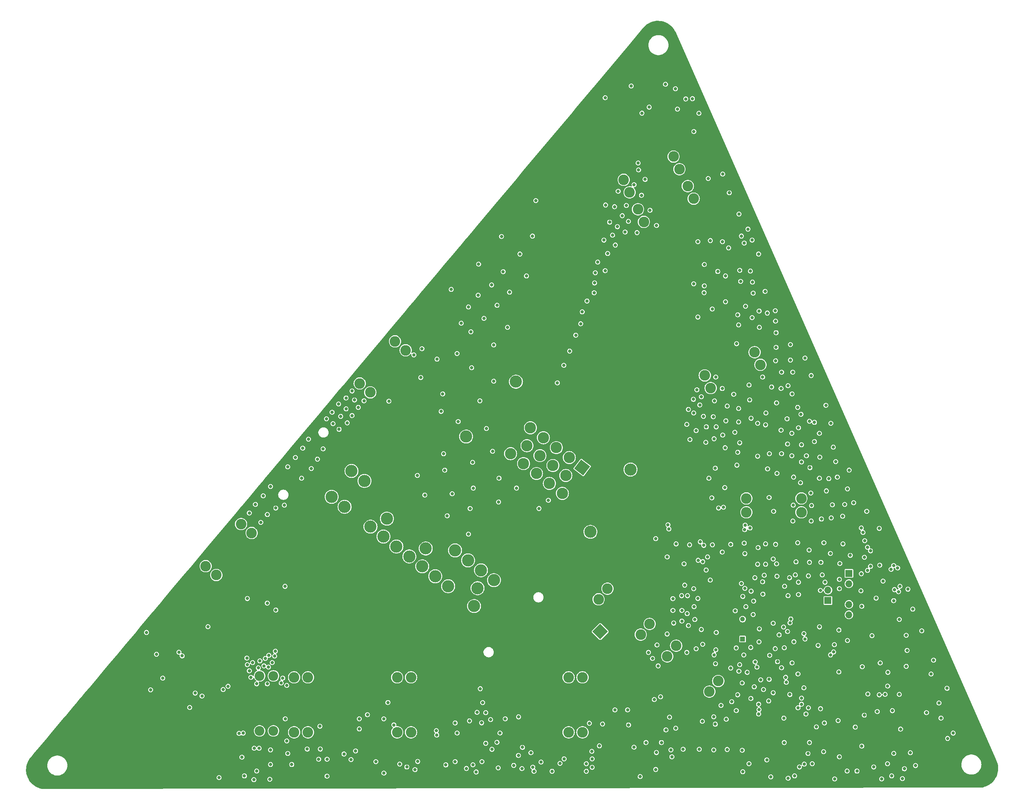
<source format=gbr>
%TF.GenerationSoftware,KiCad,Pcbnew,8.0.0*%
%TF.CreationDate,2024-03-07T18:38:19+01:00*%
%TF.ProjectId,PDU FT24,50445520-4654-4323-942e-6b696361645f,rev?*%
%TF.SameCoordinates,Original*%
%TF.FileFunction,Copper,L2,Inr*%
%TF.FilePolarity,Positive*%
%FSLAX46Y46*%
G04 Gerber Fmt 4.6, Leading zero omitted, Abs format (unit mm)*
G04 Created by KiCad (PCBNEW 8.0.0) date 2024-03-07 18:38:19*
%MOMM*%
%LPD*%
G01*
G04 APERTURE LIST*
G04 Aperture macros list*
%AMRoundRect*
0 Rectangle with rounded corners*
0 $1 Rounding radius*
0 $2 $3 $4 $5 $6 $7 $8 $9 X,Y pos of 4 corners*
0 Add a 4 corners polygon primitive as box body*
4,1,4,$2,$3,$4,$5,$6,$7,$8,$9,$2,$3,0*
0 Add four circle primitives for the rounded corners*
1,1,$1+$1,$2,$3*
1,1,$1+$1,$4,$5*
1,1,$1+$1,$6,$7*
1,1,$1+$1,$8,$9*
0 Add four rect primitives between the rounded corners*
20,1,$1+$1,$2,$3,$4,$5,0*
20,1,$1+$1,$4,$5,$6,$7,0*
20,1,$1+$1,$6,$7,$8,$9,0*
20,1,$1+$1,$8,$9,$2,$3,0*%
%AMRotRect*
0 Rectangle, with rotation*
0 The origin of the aperture is its center*
0 $1 length*
0 $2 width*
0 $3 Rotation angle, in degrees counterclockwise*
0 Add horizontal line*
21,1,$1,$2,0,0,$3*%
G04 Aperture macros list end*
%TA.AperFunction,ComponentPad*%
%ADD10C,2.595000*%
%TD*%
%TA.AperFunction,ComponentPad*%
%ADD11R,1.700000X1.700000*%
%TD*%
%TA.AperFunction,ComponentPad*%
%ADD12O,1.700000X1.700000*%
%TD*%
%TA.AperFunction,ComponentPad*%
%ADD13C,2.400000*%
%TD*%
%TA.AperFunction,ComponentPad*%
%ADD14R,1.192000X1.192000*%
%TD*%
%TA.AperFunction,ComponentPad*%
%ADD15C,1.192000*%
%TD*%
%TA.AperFunction,ComponentPad*%
%ADD16RoundRect,0.250000X1.590990X0.000000X0.000000X1.590990X-1.590990X0.000000X0.000000X-1.590990X0*%
%TD*%
%TA.AperFunction,ComponentPad*%
%ADD17C,3.000000*%
%TD*%
%TA.AperFunction,ComponentPad*%
%ADD18RotRect,2.775000X2.775000X142.500000*%
%TD*%
%TA.AperFunction,ComponentPad*%
%ADD19C,2.775000*%
%TD*%
%TA.AperFunction,ViaPad*%
%ADD20C,0.800000*%
%TD*%
G04 APERTURE END LIST*
D10*
%TO.N,12V_EBS_Relay*%
%TO.C,U2*%
X167633517Y-203015274D03*
%TO.N,Net-(U12-VS)*%
X167633517Y-216485274D03*
%TO.N,12V_EBS_Relay*%
X164233517Y-203015274D03*
%TO.N,Net-(U12-VS)*%
X164233517Y-216485274D03*
%TD*%
%TO.N,+12V*%
%TO.C,U17*%
X239624641Y-128983767D03*
%TO.N,Net-(U18-VS)*%
X251832607Y-123291099D03*
%TO.N,+12V*%
X241061543Y-132065213D03*
%TO.N,Net-(U18-VS)*%
X253269509Y-126372545D03*
%TD*%
%TO.N,12V_EBS_Relay*%
%TO.C,U8*%
X142376381Y-203015274D03*
%TO.N,Net-(U9-VS)*%
X142376381Y-216485274D03*
%TO.N,12V_EBS_Relay*%
X138976381Y-203015274D03*
%TO.N,Net-(U9-VS)*%
X138976381Y-216485274D03*
%TD*%
%TO.N,12V_ASMS*%
%TO.C,U47*%
X215783430Y-181268550D03*
%TO.N,Net-(U48-VS)*%
X226102048Y-189926899D03*
%TO.N,12V_ASMS*%
X213597952Y-183873101D03*
%TO.N,Net-(U48-VS)*%
X223916570Y-192531450D03*
%TD*%
%TO.N,+12V*%
%TO.C,U13*%
X155051168Y-130949181D03*
%TO.N,Net-(IC9-VS)*%
X163709517Y-120630563D03*
%TO.N,+12V*%
X157655719Y-133134659D03*
%TO.N,Net-(IC9-VS)*%
X166314068Y-122816041D03*
%TD*%
%TO.N,+12V*%
%TO.C,U15*%
X219757566Y-81005611D03*
%TO.N,Net-(IC10-VS)*%
X231965532Y-75312943D03*
%TO.N,+12V*%
X221194468Y-84087057D03*
%TO.N,Net-(IC10-VS)*%
X233402434Y-78394389D03*
%TD*%
%TO.N,+12V*%
%TO.C,U6*%
X128578525Y-167611586D03*
%TO.N,Net-(U11-VS)*%
X119920176Y-177930204D03*
%TO.N,+12V*%
X125973974Y-165426108D03*
%TO.N,Net-(U11-VS)*%
X117315625Y-175744726D03*
%TD*%
%TO.N,12V_ASMS*%
%TO.C,U45*%
X209651728Y-203015274D03*
%TO.N,Net-(U46-VS)*%
X209651728Y-216485274D03*
%TO.N,12V_ASMS*%
X206251728Y-203015274D03*
%TO.N,Net-(U46-VS)*%
X206251728Y-216485274D03*
%TD*%
D11*
%TO.N,/Connectors/UART_RX*%
%TO.C,J1*%
X269800000Y-184175000D03*
D12*
%TO.N,/Connectors/UART_TX*%
X269800000Y-181635000D03*
%TD*%
D13*
%TO.N,+12V*%
%TO.C,U43*%
X133909332Y-202665000D03*
X130509332Y-202665000D03*
%TO.N,Net-(U44-VS)*%
X130509332Y-216135000D03*
X133909332Y-216135000D03*
%TD*%
D10*
%TO.N,+12V*%
%TO.C,U49*%
X223250034Y-88242668D03*
%TO.N,Net-(U50-VS)*%
X235458000Y-82550000D03*
%TO.N,+12V*%
X224686936Y-91324114D03*
%TO.N,Net-(U50-VS)*%
X236894902Y-85631446D03*
%TD*%
D14*
%TO.N,/MCU/XTAL_OUT*%
%TO.C,Y1*%
X248887075Y-193618156D03*
D15*
%TO.N,/MCU/XTAL_IN*%
X248887075Y-188738156D03*
%TD*%
D10*
%TO.N,+12V*%
%TO.C,U31*%
X263290143Y-162541321D03*
%TO.N,Net-(U32-VS)*%
X249820143Y-162541321D03*
%TO.N,+12V*%
X263290143Y-159141321D03*
%TO.N,Net-(U32-VS)*%
X249820143Y-159141321D03*
%TD*%
D16*
%TO.N,/Connectors/POut3*%
%TO.C,J4*%
X214000000Y-191800000D03*
%TD*%
D11*
%TO.N,+3.3V*%
%TO.C,J6*%
X274947075Y-177518156D03*
D12*
%TO.N,/Connectors/SWCLK*%
X274947075Y-180058156D03*
%TO.N,GND*%
X274947075Y-182598156D03*
%TO.N,/Connectors/SWDIO*%
X274947075Y-185138156D03*
%TO.N,/Connectors/NRST*%
X274947075Y-187678156D03*
%TD*%
D10*
%TO.N,+12V*%
%TO.C,U35*%
X232613430Y-195258550D03*
%TO.N,Net-(U7-VS)*%
X242932048Y-203916899D03*
%TO.N,+12V*%
X230427952Y-197863101D03*
%TO.N,Net-(U7-VS)*%
X240746570Y-206521450D03*
%TD*%
D17*
%TO.N,/Connectors/POut22*%
%TO.C,J2*%
X148178248Y-158755891D03*
%TO.N,/Connectors/POut21*%
X151351661Y-161190937D03*
%TO.N,GND*%
X154525075Y-163625982D03*
%TO.N,/Connectors/POut17*%
X157698488Y-166061028D03*
%TO.N,+12V*%
X160871901Y-168496074D03*
%TO.N,12V_EBS_Relay*%
X164045315Y-170931120D03*
%TO.N,/Connectors/POut4*%
X167218728Y-173366165D03*
%TO.N,/Connectors/POut5*%
X170392141Y-175801211D03*
%TO.N,12V_EBS_Relay*%
X173565555Y-178236257D03*
%TO.N,/Connectors/POut2*%
X176738968Y-180671302D03*
%TO.N,GND*%
X179912381Y-183106348D03*
%TO.N,/Connectors/POut18*%
X183085795Y-185541394D03*
%TO.N,GND*%
X152200000Y-156800000D03*
X155373414Y-159235046D03*
X158546827Y-161670092D03*
%TO.N,+12V*%
X161720240Y-164105138D03*
%TO.N,GND*%
X164893654Y-166540183D03*
X168067067Y-168975229D03*
%TO.N,+12V*%
X171240480Y-171410275D03*
%TO.N,GND*%
X174413894Y-173845320D03*
X177587307Y-176280366D03*
X180760720Y-178715412D03*
%TO.N,12V_ASMS*%
X183934134Y-181150458D03*
%TO.N,/Connectors/POut16*%
X153048339Y-152409064D03*
X156221753Y-154844110D03*
%TO.N,GND*%
X159395166Y-157279156D03*
X162568579Y-159714201D03*
X165741993Y-162149247D03*
X168915406Y-164584293D03*
X172088819Y-167019338D03*
X175262233Y-169454384D03*
%TO.N,unconnected-(J2-Pin_32-Pad32)*%
X178435646Y-171889430D03*
%TO.N,/Connectors/POut19*%
X181609059Y-174324476D03*
%TO.N,12V_ASMS*%
X184782473Y-176759521D03*
%TO.N,/Connectors/POut10*%
X187955886Y-179194567D03*
%TD*%
D18*
%TO.N,/Connectors/POut7*%
%TO.C,J3*%
X209590331Y-151558306D03*
D19*
%TO.N,/Connectors/POut15*%
X206416918Y-149123260D03*
%TO.N,/Connectors/POut12*%
X203243504Y-146688215D03*
%TO.N,/Connectors/POut13*%
X200070091Y-144253169D03*
%TO.N,/Connectors/POut1*%
X196896678Y-141818123D03*
%TO.N,+12V*%
X205568579Y-153514197D03*
X202395165Y-151079151D03*
X199221752Y-148644105D03*
%TO.N,/Connectors/POut1*%
X196048339Y-146209059D03*
%TO.N,/Connectors/POut6*%
X204720240Y-157905133D03*
%TO.N,CAN_H*%
X201546826Y-155470087D03*
%TO.N,CAN_L*%
X198373413Y-153035041D03*
%TO.N,+12V*%
X195199999Y-150599996D03*
X192026586Y-148164950D03*
D17*
%TO.N,N/C*%
X221425436Y-152068489D03*
X193340728Y-130518335D03*
X211596884Y-167341327D03*
X181132116Y-143964888D03*
%TD*%
D20*
%TO.N,GND*%
X180716237Y-211343644D03*
X232500000Y-163500004D03*
X250000000Y-217400000D03*
X114421917Y-225928242D03*
X106830000Y-200740000D03*
X204400000Y-74000000D03*
X199633377Y-205039562D03*
X303971215Y-214952499D03*
X245800000Y-120050000D03*
X161200000Y-228000000D03*
X133000000Y-168500000D03*
X99000000Y-215200000D03*
X216947075Y-227877656D03*
X256112869Y-193963634D03*
X246597075Y-110678156D03*
X114730000Y-194470000D03*
X220072462Y-177927538D03*
X242601993Y-107759740D03*
X197934015Y-156961757D03*
X236447075Y-73678156D03*
X220447075Y-218903156D03*
X200146345Y-228062155D03*
X188990955Y-228075144D03*
X274200000Y-192700000D03*
X107960000Y-197760000D03*
X173500000Y-218500000D03*
X246620069Y-100505162D03*
X291100000Y-206400000D03*
X240000000Y-74000000D03*
X266447075Y-131678156D03*
X142400000Y-177800000D03*
X274800000Y-211000000D03*
X141000000Y-180500000D03*
X244000000Y-149000000D03*
X142800000Y-156800000D03*
X236447075Y-111178156D03*
X266800000Y-228600000D03*
X289400000Y-223400000D03*
X201400000Y-217000000D03*
X119600000Y-221200000D03*
X163200000Y-225600000D03*
X90200000Y-225800000D03*
X176000000Y-222600000D03*
X281000000Y-207178160D03*
X214000000Y-195600000D03*
X184269112Y-219987548D03*
X297800000Y-228200000D03*
X230200000Y-170400000D03*
X295857997Y-223589078D03*
X134600000Y-182400000D03*
X247200000Y-98600000D03*
X292200000Y-227000000D03*
X230400000Y-54800000D03*
X154000000Y-224000006D03*
X266200000Y-203200000D03*
X144400000Y-225800000D03*
X227800000Y-106000000D03*
X111600000Y-182200000D03*
X173242592Y-206971605D03*
X161200000Y-177400000D03*
X258200000Y-214600000D03*
X229947075Y-213978656D03*
X212800000Y-211400000D03*
X229200000Y-181600000D03*
X116979999Y-195130000D03*
X167800000Y-184200000D03*
X179800000Y-156400000D03*
X235447075Y-172678156D03*
X120800000Y-197000000D03*
X214400000Y-228000000D03*
X242421652Y-174154020D03*
X232947075Y-69178156D03*
X115613333Y-194120000D03*
X159447075Y-219678156D03*
X225600000Y-201800000D03*
X228800000Y-95000000D03*
X169099965Y-228067800D03*
X85000000Y-220200000D03*
X177990342Y-228053654D03*
X304000000Y-218800000D03*
X194100000Y-159400000D03*
X180200000Y-191900000D03*
X111770000Y-194940000D03*
X218947075Y-221178156D03*
X242200000Y-105000000D03*
X116170000Y-195570000D03*
X104880000Y-200730000D03*
X278900000Y-188400000D03*
X111308856Y-195612824D03*
X215000000Y-209200000D03*
X186400000Y-152200000D03*
X117164492Y-203325776D03*
X127400000Y-208200000D03*
X204200000Y-228000000D03*
X102170000Y-200860000D03*
X173600000Y-186200000D03*
X249447075Y-116678156D03*
X234600000Y-54800000D03*
X246200000Y-99000000D03*
X253947075Y-199678156D03*
X110452925Y-204399508D03*
X118200000Y-182800000D03*
X130400000Y-183200000D03*
X257447075Y-180178156D03*
X185138319Y-228054811D03*
X159947075Y-214678156D03*
X181473444Y-228062155D03*
X151400000Y-143800000D03*
X230600000Y-139400000D03*
X155947075Y-206678156D03*
X166500000Y-126451163D03*
X263200000Y-195600000D03*
X126200000Y-224600000D03*
X263646575Y-200678156D03*
X237800000Y-90600000D03*
X103600000Y-198320000D03*
X177499998Y-137500000D03*
X246200000Y-178600000D03*
X204000000Y-171400000D03*
X87600000Y-223000000D03*
X232008599Y-117042297D03*
X264800000Y-226000000D03*
X251447075Y-185678156D03*
X93200000Y-228600000D03*
X153947075Y-226678156D03*
X248447075Y-153178156D03*
X215800000Y-188700000D03*
X103000000Y-212800000D03*
X299800000Y-225800000D03*
X182428038Y-194358721D03*
X124200000Y-226600000D03*
X248000000Y-99800000D03*
X303637359Y-210794484D03*
X154600000Y-140200000D03*
X223800000Y-111800000D03*
X211600000Y-228000000D03*
X219000000Y-54800000D03*
X111600000Y-218800000D03*
X198100000Y-159600000D03*
X147800000Y-202690379D03*
X254947075Y-201678156D03*
X123600000Y-201000000D03*
X220700000Y-76900000D03*
X87600000Y-228600000D03*
X114600000Y-199800000D03*
X236947075Y-148678156D03*
X170000000Y-120200002D03*
X235600000Y-167000000D03*
X187659022Y-214678047D03*
X145948013Y-213348005D03*
X188950000Y-209010000D03*
X108360000Y-197010000D03*
X103175000Y-201370000D03*
X181500000Y-198700000D03*
X93200000Y-209800000D03*
X176800000Y-118200004D03*
X219209321Y-99326870D03*
X82600000Y-217600000D03*
X172400000Y-194000000D03*
X104214588Y-195620000D03*
X210000000Y-67400000D03*
X165787623Y-228067800D03*
X158400000Y-137200000D03*
X194140496Y-228062903D03*
X106325015Y-221810389D03*
X207800000Y-228000000D03*
X224500000Y-58500000D03*
X107290000Y-199940000D03*
X264947075Y-184678156D03*
X170800000Y-222600000D03*
X274900000Y-195925000D03*
X137000000Y-226600000D03*
X174400000Y-141200000D03*
X262400000Y-193200000D03*
X231400000Y-209400000D03*
X103870000Y-200150000D03*
X172400000Y-113400000D03*
X222600000Y-54800000D03*
X123400000Y-165400000D03*
X135400000Y-195800000D03*
X244400000Y-182800000D03*
X243447075Y-187678156D03*
X154947075Y-214178156D03*
X114930000Y-193620000D03*
X227000000Y-123000000D03*
X266200000Y-206600000D03*
X274800000Y-204100000D03*
X102860000Y-199640000D03*
X173150358Y-228053654D03*
X115440000Y-195020000D03*
X296947075Y-215678156D03*
X127500000Y-177000000D03*
X197200000Y-220200000D03*
X240947075Y-126178156D03*
X223600000Y-95600000D03*
X184700000Y-201300000D03*
X218210000Y-61590000D03*
X257600000Y-187824259D03*
X268012270Y-187842724D03*
X203700000Y-183200000D03*
X202000000Y-82000000D03*
X226400000Y-54800000D03*
X247400000Y-182800000D03*
X243420000Y-189950000D03*
X116800000Y-213000000D03*
X255097075Y-181178156D03*
X215447075Y-213178156D03*
X96800000Y-203800000D03*
X107000000Y-208400000D03*
X242000000Y-162000000D03*
X213200000Y-216200000D03*
X104180000Y-201960000D03*
X115000000Y-182600000D03*
X216200000Y-106000000D03*
X156600000Y-228000000D03*
X116296666Y-194650000D03*
X282700000Y-186800000D03*
X185247075Y-215120760D03*
X159600000Y-211200000D03*
%TO.N,CAN_H*%
X230600000Y-165600000D03*
X201300000Y-159600000D03*
X279500000Y-171100000D03*
X279500000Y-176800000D03*
%TO.N,+3.3V*%
X147040000Y-227250000D03*
X147050000Y-223090000D03*
X125494429Y-216752785D03*
X116400000Y-207600000D03*
X121600000Y-206000000D03*
X244200000Y-161300000D03*
X259596825Y-204218356D03*
X249500000Y-165678156D03*
X110743990Y-196850022D03*
X102800000Y-192000000D03*
X260474999Y-207224999D03*
X129187347Y-220412653D03*
X129101268Y-228126476D03*
%TO.N,/MCU/I2C_SCL*%
X263894975Y-192305025D03*
X270440742Y-197500000D03*
%TO.N,/MCU/I2C_SDA*%
X271200000Y-196800000D03*
X264200000Y-193600000D03*
%TO.N,+12V*%
X212600000Y-106300000D03*
X262600000Y-141800000D03*
X128400000Y-203000000D03*
X244800000Y-140100000D03*
X256900000Y-113100000D03*
X150400000Y-139000000D03*
X234700000Y-180400000D03*
X133600000Y-199400000D03*
X215200000Y-60900000D03*
X239300000Y-139000000D03*
X197400000Y-94800000D03*
X136600000Y-160800000D03*
X131600000Y-200200000D03*
X218200000Y-92500000D03*
X183800000Y-211600000D03*
X241800000Y-212700000D03*
X236900000Y-106500000D03*
X235200000Y-196900000D03*
X241900000Y-144500000D03*
X244000000Y-143600000D03*
X249600000Y-112000000D03*
X237195915Y-188840210D03*
X153160320Y-138817548D03*
X272700000Y-175100000D03*
X254500000Y-141100000D03*
X274600000Y-156800000D03*
X182300087Y-118275278D03*
X126200000Y-222600000D03*
X236900000Y-181300000D03*
X235600000Y-190300000D03*
X243900000Y-172300000D03*
X219400000Y-89800000D03*
X220100000Y-93800000D03*
X149900000Y-136000000D03*
X268400000Y-177900000D03*
X127500000Y-199900000D03*
X251200000Y-114800000D03*
X265002688Y-178116223D03*
X235200000Y-141000000D03*
X259100000Y-219000000D03*
X227600000Y-169000000D03*
X231300000Y-220800000D03*
X208000000Y-119100000D03*
X136200000Y-203200000D03*
X299000000Y-205700000D03*
X285598124Y-211198124D03*
X144700000Y-149500000D03*
X280600000Y-192800000D03*
X232000000Y-189700000D03*
X300500000Y-216700000D03*
X289400000Y-181400000D03*
X134200000Y-197800000D03*
X120600000Y-227600000D03*
X217000000Y-94600000D03*
X261400000Y-153900000D03*
X273500000Y-170300000D03*
X271117766Y-146582746D03*
X189800000Y-94900000D03*
X230000000Y-57600000D03*
X240000000Y-141600000D03*
X185500000Y-115000000D03*
X175600000Y-148200000D03*
X133200000Y-156200000D03*
X198200000Y-86100000D03*
X194300000Y-99200000D03*
X255400000Y-203500000D03*
X265600000Y-157800000D03*
X262600000Y-179700000D03*
X254000000Y-206000000D03*
X186100000Y-142000000D03*
X254400000Y-108400000D03*
X212500000Y-108700000D03*
X251900000Y-178600000D03*
X130600000Y-199000000D03*
X215200000Y-103300000D03*
X278200000Y-200400000D03*
X266500000Y-145200000D03*
X257300000Y-178200000D03*
X263300000Y-150200000D03*
X241900000Y-197500000D03*
X175900000Y-152200000D03*
X244900000Y-213300000D03*
X249300000Y-96500000D03*
X249700000Y-185700000D03*
X278000000Y-177600000D03*
X246700000Y-133600000D03*
X130800000Y-165000000D03*
X244700000Y-104600000D03*
X244000000Y-79600000D03*
X276500000Y-215200000D03*
X255400000Y-158900000D03*
X129800000Y-204600000D03*
X281600000Y-183600000D03*
X225800000Y-196900000D03*
X251500000Y-187600000D03*
X238400000Y-136200000D03*
X131400000Y-158500000D03*
X252600000Y-140700000D03*
X225000000Y-80900000D03*
X272300000Y-213600000D03*
X265800000Y-160900000D03*
X210758569Y-110721359D03*
X151700000Y-137200000D03*
X235400000Y-183000000D03*
X268200000Y-164200000D03*
X231800000Y-186600000D03*
X265700000Y-129000000D03*
X248800000Y-204400000D03*
X261300000Y-160800000D03*
X209600000Y-113400000D03*
X248000000Y-89400000D03*
X287300000Y-188800000D03*
X256000000Y-131800000D03*
X128000000Y-201400000D03*
X264900000Y-221700000D03*
X289000000Y-200300000D03*
X142500000Y-144600000D03*
X244700000Y-110900000D03*
X257300000Y-153000000D03*
X253800000Y-129400000D03*
X252600000Y-148800000D03*
X272500000Y-201700000D03*
X238800000Y-134200000D03*
X153200000Y-132800000D03*
X132700000Y-200500000D03*
X282500000Y-175500000D03*
X239500000Y-101800000D03*
X113400000Y-210400000D03*
X285900000Y-184200000D03*
X262400000Y-170000000D03*
X230400000Y-192400000D03*
X278800000Y-169500000D03*
X242000000Y-135200000D03*
X171000000Y-158300000D03*
X150000000Y-142200000D03*
X250900000Y-195700000D03*
X257100000Y-118500000D03*
X148300000Y-138000000D03*
X236600000Y-61100000D03*
X206500000Y-123000000D03*
X182100000Y-161600000D03*
X133200000Y-224400000D03*
X268800000Y-170000000D03*
X227800000Y-92200000D03*
X252700000Y-171200000D03*
X146900000Y-139600000D03*
X145400000Y-220600000D03*
X185200000Y-209200000D03*
X140800000Y-154200000D03*
X134400000Y-196600000D03*
X215800000Y-99100000D03*
X154700000Y-136800000D03*
X217500000Y-87600000D03*
X189100000Y-160000000D03*
X156100000Y-135200000D03*
X270500000Y-140700000D03*
X259000000Y-213000000D03*
X244600000Y-146700000D03*
X287600000Y-215700000D03*
X128000000Y-162700000D03*
X242300000Y-129400000D03*
X274500000Y-226000000D03*
X249300000Y-170100000D03*
X153800000Y-135000000D03*
X269300000Y-136300000D03*
X265200000Y-171800000D03*
X271400000Y-195000000D03*
X297000000Y-209300000D03*
X257200000Y-135700000D03*
X242800000Y-103500000D03*
X247100000Y-186700000D03*
X247900000Y-137100000D03*
X245600000Y-84200000D03*
X272100000Y-153900000D03*
X239000000Y-213800000D03*
X267700000Y-143200000D03*
X214900000Y-95800000D03*
X221600000Y-58000000D03*
X253000000Y-117200000D03*
X223400000Y-78600000D03*
X106800000Y-203200000D03*
X279600000Y-207100000D03*
X234321925Y-220644768D03*
X242200000Y-214500000D03*
X209200000Y-116300000D03*
X276920000Y-226010000D03*
X182700000Y-150300000D03*
X187400000Y-106800000D03*
X273400000Y-163500000D03*
X236900000Y-138200000D03*
X238280664Y-220644768D03*
X263100000Y-155300000D03*
X251300000Y-106100000D03*
X252600000Y-175300000D03*
X248600000Y-94800000D03*
X250000000Y-201800000D03*
X239100000Y-194900000D03*
X245100000Y-220700000D03*
X265700000Y-164700000D03*
X250485104Y-131330206D03*
X251600000Y-184300000D03*
X241700000Y-139100000D03*
X282400000Y-166500000D03*
X248200000Y-145500000D03*
X177500000Y-107900000D03*
X265300000Y-174800000D03*
X271700000Y-150100000D03*
X228200000Y-200200000D03*
X152000000Y-140600000D03*
X264200000Y-124700000D03*
X255000000Y-151900000D03*
X289200000Y-196400000D03*
X270600000Y-163900000D03*
X248200000Y-103200000D03*
X181700000Y-167900000D03*
X205100000Y-126500000D03*
X135800000Y-204400000D03*
X226800000Y-198400000D03*
X137200000Y-205000000D03*
X130200000Y-200700000D03*
X263900000Y-205600000D03*
X295700000Y-198800000D03*
X259900000Y-145800000D03*
X289000000Y-192700000D03*
X278760000Y-173560000D03*
X268730000Y-221260000D03*
X241500000Y-170500000D03*
X237700000Y-132500000D03*
X138400000Y-224400000D03*
X251500000Y-108800000D03*
X193500000Y-156600000D03*
X237000000Y-185700000D03*
X257200000Y-175200000D03*
X269428217Y-157284222D03*
X259800000Y-139600000D03*
X239900000Y-145400000D03*
X250200000Y-93100000D03*
X148500000Y-140800000D03*
X195900000Y-104600000D03*
X129500000Y-160600000D03*
X189200000Y-154200000D03*
X134500000Y-161500000D03*
X232600000Y-170300000D03*
X131900000Y-198400000D03*
X254200000Y-178000000D03*
X247300000Y-195800000D03*
X235300000Y-187400000D03*
X246200000Y-209000000D03*
X187900000Y-121500000D03*
X250800000Y-103400000D03*
X243900000Y-132200000D03*
X246000000Y-170400000D03*
X177700000Y-158000000D03*
X247000000Y-142900000D03*
X262600000Y-182700000D03*
X222300000Y-82200000D03*
X182500000Y-127100000D03*
X284500000Y-201800000D03*
X260600000Y-125200000D03*
X169200000Y-153500000D03*
X231800000Y-183700000D03*
X220888821Y-91208706D03*
X276100000Y-160200000D03*
X256500000Y-162300000D03*
X270900000Y-160700000D03*
X191300000Y-117200000D03*
X242400000Y-141600000D03*
X247700000Y-147800000D03*
X248800000Y-220900000D03*
X216300000Y-91400000D03*
X257000000Y-170400000D03*
X132400000Y-204600000D03*
X236824004Y-134836974D03*
X179200000Y-140300000D03*
X247360448Y-211165340D03*
X250922066Y-208225000D03*
X184500000Y-135200000D03*
X184200000Y-101700000D03*
X235600000Y-137300000D03*
X139300000Y-149100000D03*
X262400000Y-136800000D03*
X213400000Y-101200000D03*
X224100000Y-84800000D03*
X143200000Y-151800000D03*
X262000000Y-174700000D03*
X151700000Y-134500000D03*
X267700000Y-154200000D03*
X266500000Y-140500000D03*
X217700000Y-97000000D03*
X247700000Y-207300000D03*
X268100000Y-174800000D03*
X275000000Y-152200000D03*
X184077480Y-109307524D03*
X178900000Y-123600000D03*
X258300000Y-142400000D03*
X292800000Y-191600000D03*
X188700000Y-111800000D03*
X290600000Y-186300000D03*
X260600000Y-121400000D03*
X191752585Y-108580409D03*
X267800000Y-149000000D03*
X241800000Y-220800000D03*
X230100000Y-215900000D03*
X142198008Y-220600000D03*
X237500000Y-142500000D03*
X265300000Y-219000000D03*
X239500000Y-107000000D03*
X275300000Y-173100000D03*
X263300000Y-146000000D03*
X184600000Y-205800000D03*
X182900000Y-156600000D03*
X297500000Y-213000000D03*
X218400000Y-83800000D03*
X247900000Y-140400000D03*
X248400000Y-105900000D03*
X137400000Y-221700000D03*
X223016306Y-93955586D03*
X145000000Y-223100000D03*
X187900000Y-130400000D03*
X295100000Y-202200000D03*
X235900000Y-170500000D03*
X277900000Y-181800000D03*
X251200000Y-95800000D03*
X227900000Y-195100000D03*
X254500000Y-175300000D03*
X265400000Y-151600000D03*
X212800000Y-103800000D03*
X261200000Y-164700000D03*
X278100000Y-185600000D03*
X203500000Y-130800000D03*
X279300000Y-162300000D03*
X236000000Y-144700000D03*
X255800000Y-227400000D03*
X187600000Y-147600000D03*
X274600000Y-194000000D03*
X220400000Y-87300000D03*
X141100000Y-146800000D03*
X132800000Y-197600000D03*
X240300000Y-173500000D03*
X190217564Y-103530997D03*
X133200000Y-220800000D03*
X283300000Y-179400000D03*
X238200000Y-64700000D03*
X126800000Y-227200000D03*
X128800000Y-199400000D03*
X272600000Y-222500000D03*
X252400000Y-200500000D03*
X257100000Y-122100000D03*
X176500000Y-163400000D03*
X282600000Y-199500000D03*
X243600000Y-209900000D03*
X181700000Y-112200000D03*
X132400000Y-163100000D03*
X252800000Y-99200000D03*
X146100000Y-147000000D03*
X278100000Y-219900000D03*
X254500000Y-170300000D03*
X245100000Y-136500000D03*
X137400000Y-151400000D03*
X226200000Y-88500000D03*
%TO.N,Net-(IC9-VS)*%
X175000000Y-137800000D03*
X175400000Y-133500000D03*
%TO.N,Net-(U32-VS)*%
X241349500Y-159000000D03*
X244500000Y-156500000D03*
%TO.N,Net-(D38-K)*%
X173947080Y-217178166D03*
X185947075Y-219178156D03*
%TO.N,Net-(D60-K)*%
X230422972Y-173465513D03*
X234557075Y-175176156D03*
%TO.N,/Power Stages/IS7*%
X134500000Y-186500000D03*
X127400000Y-198310000D03*
%TO.N,/Power Stages/IS2*%
X154051791Y-221051791D03*
X152947075Y-223178156D03*
%TO.N,/Power Stages/IS12*%
X168314068Y-123931163D03*
X170314068Y-122431163D03*
%TO.N,Net-(U46-IN)*%
X190721708Y-213178156D03*
X193980000Y-212720000D03*
%TO.N,Net-(U50-IS)*%
X243947075Y-96178156D03*
X245459374Y-97690455D03*
%TO.N,Net-(D14-K)*%
X162200000Y-135300000D03*
X169999990Y-129500000D03*
%TO.N,/Power Stages/IS1*%
X178447075Y-223678156D03*
X159000000Y-223678166D03*
X164841412Y-224266717D03*
X185000000Y-223678170D03*
%TO.N,/Power Stages/IS3*%
X260000000Y-131500000D03*
X247500000Y-151000000D03*
X258300006Y-132178156D03*
X250989081Y-139489081D03*
%TO.N,/Power Stages/IS4*%
X228999998Y-219000002D03*
X232500000Y-215500012D03*
X222297401Y-220160987D03*
X231000000Y-212770849D03*
%TO.N,/Power Stages/IS6*%
X254947075Y-113678140D03*
X252947075Y-113178156D03*
X261000000Y-133500000D03*
X257000000Y-125374505D03*
%TO.N,/Power Stages/IS11*%
X239947075Y-176678156D03*
X240947075Y-179178156D03*
%TO.N,Net-(D13-K)*%
X226000000Y-63200000D03*
X224228955Y-64656276D03*
%TO.N,/MCU/EN1*%
X223300000Y-76900000D03*
X174000000Y-125000002D03*
X287300000Y-207200010D03*
X273920000Y-160610000D03*
X287447075Y-180700000D03*
X215300000Y-87178156D03*
X286900000Y-176200000D03*
X270000000Y-154300000D03*
%TO.N,/MCU/EN16*%
X211325818Y-214265834D03*
X263343501Y-208100000D03*
X248190000Y-199925000D03*
X290000000Y-221500000D03*
X160947075Y-213178156D03*
X194947075Y-220178156D03*
X182800000Y-224475000D03*
X256400000Y-206800000D03*
X169288197Y-223651801D03*
X214580000Y-214450000D03*
X161947075Y-209178156D03*
X176160000Y-224490000D03*
X127512277Y-183687723D03*
X253320000Y-203620000D03*
%TO.N,/MCU/EN5*%
X204134492Y-224109492D03*
X199500000Y-223800000D03*
X189447075Y-216678156D03*
X154947075Y-215678156D03*
X145295124Y-215008860D03*
X184943795Y-214167856D03*
X265947075Y-224178162D03*
X254819659Y-223250000D03*
X284400000Y-224200000D03*
X212000000Y-223000000D03*
X197000000Y-221500000D03*
X156947075Y-212178156D03*
%TO.N,/MCU/EN6*%
X264400000Y-212000000D03*
X187148317Y-213379394D03*
X285947075Y-221678156D03*
X252800000Y-212000000D03*
X163447075Y-214678156D03*
X181947075Y-213678156D03*
%TO.N,/MCU/DSEL3*%
X250447083Y-224178156D03*
X197483651Y-225038519D03*
X210600000Y-224178156D03*
X262800000Y-225000006D03*
X266947075Y-215178156D03*
X154947075Y-213178136D03*
%TO.N,/MCU/EN3*%
X225200000Y-219000000D03*
X213798244Y-219826987D03*
X188691697Y-218933534D03*
X264000000Y-224300000D03*
X281000000Y-225000006D03*
X173859876Y-216092974D03*
X227770000Y-221450000D03*
X205150000Y-222990000D03*
X187447075Y-220678156D03*
X231550000Y-222500000D03*
%TO.N,/MCU/EN7*%
X249400000Y-166800000D03*
X285289799Y-176501373D03*
X286100000Y-181500000D03*
X278400000Y-167500000D03*
X243000000Y-161500000D03*
X282400000Y-207300000D03*
%TO.N,/MCU/EN8*%
X242200000Y-151725000D03*
X283800000Y-207200000D03*
X278000000Y-166400000D03*
X250700000Y-166403156D03*
X287100000Y-182000000D03*
X285900000Y-175600000D03*
%TO.N,/MCU/DSEL4*%
X240625000Y-154200000D03*
X267400000Y-195200000D03*
X270400000Y-172625000D03*
X272600000Y-179000000D03*
X249447075Y-172678156D03*
X272600000Y-181300000D03*
%TO.N,/MCU/EN14*%
X122800000Y-205200000D03*
X130400000Y-220400000D03*
X282947075Y-227925000D03*
X126500000Y-216700000D03*
%TO.N,/MCU/EN15*%
X233947075Y-183000002D03*
X237500000Y-196000000D03*
X268947075Y-214178156D03*
X265000000Y-210475000D03*
X234000000Y-189200000D03*
X242234459Y-199685000D03*
X234000000Y-186600000D03*
X255257603Y-208825000D03*
X247970000Y-201500000D03*
X251760000Y-205350000D03*
%TO.N,/MCU/EN11*%
X253875000Y-182600000D03*
X284447075Y-205178156D03*
X251000000Y-181900000D03*
X239459728Y-108678156D03*
%TO.N,/MCU/EN12*%
X185947075Y-211678176D03*
X271447075Y-227925000D03*
X248947085Y-226178156D03*
X210600000Y-226036699D03*
X260060000Y-227740000D03*
X202200000Y-226036699D03*
%TO.N,/MCU/DSEL7*%
X237947075Y-183678156D03*
X237947075Y-96178156D03*
X249447075Y-181178156D03*
X238495000Y-169795000D03*
X237990000Y-174300000D03*
X248947075Y-183178156D03*
%TO.N,/MCU/PWM6*%
X232921770Y-63678156D03*
X264547075Y-148678156D03*
X260400000Y-178600000D03*
X260947075Y-148678156D03*
%TO.N,/MCU/PWM1*%
X262447081Y-210500000D03*
X220947087Y-214678156D03*
X262447075Y-202178156D03*
X252935741Y-210940549D03*
%TO.N,/Power Stages/IS13*%
X232447075Y-58678156D03*
X234947075Y-61178156D03*
%TO.N,/MCU/ISENSE3*%
X250600000Y-135000000D03*
X239120000Y-174640000D03*
X261171575Y-128178156D03*
X251953051Y-199225000D03*
X242346410Y-196278822D03*
X258447075Y-128178156D03*
X239390000Y-170650000D03*
X238771807Y-191300000D03*
%TO.N,/MCU/ISENSE4*%
X223786909Y-227348371D03*
X261000000Y-199500000D03*
%TO.N,/MCU/ISENSE5*%
X240447075Y-80678156D03*
X252980873Y-191135334D03*
%TO.N,/MCU/ISENSE6*%
X259900000Y-191800000D03*
X263200000Y-138500000D03*
%TO.N,/MCU/ISENSE7*%
X255512616Y-197612616D03*
X114732925Y-206881844D03*
%TO.N,/MCU/ISENSE9*%
X133000000Y-228000000D03*
X129800000Y-226000000D03*
X256875817Y-195973914D03*
X103802921Y-206071848D03*
%TO.N,/MCU/ISENSE10*%
X211947075Y-221178156D03*
X259447075Y-203000004D03*
%TO.N,/MCU/ISENSE11*%
X258947075Y-190678156D03*
X256400004Y-174000000D03*
%TO.N,/MCU/ISENSE12*%
X179947075Y-116178156D03*
X241447075Y-112678156D03*
X265251045Y-140200000D03*
X261800000Y-177900000D03*
X256947075Y-115678156D03*
X237947075Y-114678156D03*
X260500000Y-189678156D03*
X259171575Y-180678156D03*
%TO.N,/MCU/ISENSE1*%
X258447075Y-200678156D03*
X161000000Y-226500000D03*
%TO.N,/MCU/ISENSE2*%
X183600010Y-226200000D03*
X257447075Y-199178156D03*
X168612432Y-225637739D03*
X193947075Y-222178156D03*
%TO.N,/Connectors/UART_TX*%
X267947075Y-181678180D03*
X267749480Y-190631146D03*
%TO.N,/Connectors/SWCLK*%
X269100000Y-179700000D03*
%TO.N,/MCU/ISENSE13*%
X236947075Y-69178156D03*
X257853572Y-192584652D03*
%TO.N,/Connectors/NRST*%
X256393765Y-189743983D03*
X272500000Y-191400000D03*
%TO.N,/MCU/PWM8*%
X260700322Y-188698424D03*
X254600000Y-138200000D03*
X260950000Y-143150000D03*
X247700000Y-114100000D03*
X247900000Y-116600000D03*
X241000000Y-95900000D03*
%TO.N,Net-(U3-PC4)*%
X242447075Y-192000000D03*
X259121096Y-195775000D03*
%TO.N,/MCU/EN2*%
X293947075Y-211678156D03*
X288060000Y-227840000D03*
X105238128Y-197350000D03*
X291280000Y-224660000D03*
%TO.N,/Connectors/POut17*%
X117859999Y-190600002D03*
X111550061Y-197743159D03*
%TO.N,/MCU/DSEL5*%
X261488478Y-194275000D03*
X253800000Y-179600000D03*
X132400000Y-184800000D03*
X248600000Y-180000000D03*
%TO.N,CAN_L*%
X280225000Y-172000000D03*
X230823019Y-166624770D03*
X280225000Y-175800000D03*
X199000000Y-161600000D03*
%TO.N,/MCU/EN13*%
X194800000Y-225400000D03*
X136755336Y-180717264D03*
X261600000Y-227200000D03*
X151200000Y-221800000D03*
X197761613Y-226036699D03*
X166600000Y-225000000D03*
X227600000Y-225600000D03*
X136800000Y-213200000D03*
X137200000Y-218600000D03*
X189000000Y-225200000D03*
X181206179Y-225351912D03*
X285400000Y-227200000D03*
X288530000Y-225430000D03*
X299130000Y-217990000D03*
X192800000Y-224600000D03*
X212037030Y-225084247D03*
%TO.N,/MCU/EN9*%
X255447075Y-148178156D03*
X260000000Y-183000000D03*
X247400000Y-121200000D03*
X258447075Y-148178156D03*
%TO.N,Net-(U12-DEN)*%
X178947075Y-216678156D03*
X178447075Y-214178156D03*
%TO.N,Net-(U7-VS)*%
X217600000Y-211000000D03*
X220700000Y-211000000D03*
%TO.N,/MCU/EN4*%
X281900000Y-211400000D03*
X263300000Y-209600000D03*
X227233682Y-208478111D03*
X268000000Y-210700000D03*
X252800000Y-209600000D03*
X278700000Y-212300000D03*
%TO.N,/MCU/DSEL8*%
X252900000Y-194300000D03*
X228800000Y-207800000D03*
X249175000Y-197525000D03*
X245975000Y-200725000D03*
%TD*%
%TA.AperFunction,Conductor*%
%TO.N,GND*%
G36*
X228223990Y-42020878D02*
G01*
X228626893Y-42042462D01*
X228637739Y-42043524D01*
X229037185Y-42100517D01*
X229047902Y-42102532D01*
X229440772Y-42194492D01*
X229451278Y-42197446D01*
X229834485Y-42323647D01*
X229844706Y-42327520D01*
X230215315Y-42486991D01*
X230225158Y-42491752D01*
X230580271Y-42683248D01*
X230589648Y-42688851D01*
X230926523Y-42910894D01*
X230935365Y-42917299D01*
X231251361Y-43168146D01*
X231259613Y-43175312D01*
X231401928Y-43310353D01*
X231552287Y-43453027D01*
X231559872Y-43460887D01*
X231826939Y-43763300D01*
X231833808Y-43771806D01*
X232073211Y-44096590D01*
X232079292Y-44105651D01*
X232289134Y-44450231D01*
X232294404Y-44459811D01*
X232474209Y-44823833D01*
X232476522Y-44828789D01*
X297255622Y-191985044D01*
X311062213Y-223348961D01*
X311120168Y-223480614D01*
X311122216Y-223485554D01*
X311136186Y-223521407D01*
X311266430Y-223855676D01*
X311269879Y-223865797D01*
X311380917Y-224244404D01*
X311383481Y-224254785D01*
X311461488Y-224641548D01*
X311463148Y-224652111D01*
X311507544Y-225044153D01*
X311508288Y-225054820D01*
X311518743Y-225449222D01*
X311518566Y-225459913D01*
X311495004Y-225853776D01*
X311493905Y-225864413D01*
X311436501Y-226254751D01*
X311434491Y-226265253D01*
X311343667Y-226649214D01*
X311340759Y-226659504D01*
X311217198Y-227034200D01*
X311213415Y-227044201D01*
X311058028Y-227406869D01*
X311053397Y-227416507D01*
X310867345Y-227764436D01*
X310861901Y-227773639D01*
X310646565Y-228104247D01*
X310640348Y-228112947D01*
X310397334Y-228423770D01*
X310390391Y-228431902D01*
X310121500Y-228720634D01*
X310113881Y-228728138D01*
X309821109Y-228992635D01*
X309812874Y-228999454D01*
X309498407Y-229237743D01*
X309489614Y-229243827D01*
X309155796Y-229454133D01*
X309146511Y-229459438D01*
X308795798Y-229640211D01*
X308786091Y-229644695D01*
X308421129Y-229794573D01*
X308411072Y-229798205D01*
X308034542Y-229916088D01*
X308024209Y-229918840D01*
X307638919Y-230003845D01*
X307628388Y-230005696D01*
X307237226Y-230057190D01*
X307226574Y-230058128D01*
X306829671Y-230075854D01*
X306824324Y-230075977D01*
X77986754Y-230417483D01*
X77981343Y-230417373D01*
X77579575Y-230400425D01*
X77568789Y-230399497D01*
X77172716Y-230347922D01*
X77162054Y-230346057D01*
X76771991Y-230260137D01*
X76761531Y-230257349D01*
X76380454Y-230137739D01*
X76370277Y-230134050D01*
X76001070Y-229981655D01*
X75991254Y-229977092D01*
X75636751Y-229793080D01*
X75627371Y-229787678D01*
X75290264Y-229573450D01*
X75281390Y-229567251D01*
X75185761Y-229494034D01*
X74964258Y-229324444D01*
X74955970Y-229317505D01*
X74661208Y-229047951D01*
X74653546Y-229040304D01*
X74383421Y-228746075D01*
X74376456Y-228737789D01*
X74133031Y-228421137D01*
X74126814Y-228412275D01*
X73971087Y-228168282D01*
X73911922Y-228075581D01*
X73906507Y-228066220D01*
X73886720Y-228028282D01*
X73721801Y-227712075D01*
X73717220Y-227702269D01*
X73715099Y-227697160D01*
X73674773Y-227600001D01*
X119994318Y-227600001D01*
X120014955Y-227756760D01*
X120014956Y-227756762D01*
X120050775Y-227843238D01*
X120075464Y-227902841D01*
X120171718Y-228028282D01*
X120297159Y-228124536D01*
X120443238Y-228185044D01*
X120521619Y-228195363D01*
X120599999Y-228205682D01*
X120600000Y-228205682D01*
X120600001Y-228205682D01*
X120652254Y-228198802D01*
X120756762Y-228185044D01*
X120898155Y-228126477D01*
X128495586Y-228126477D01*
X128516223Y-228283236D01*
X128516224Y-228283238D01*
X128574961Y-228425043D01*
X128576732Y-228429317D01*
X128672986Y-228554758D01*
X128798427Y-228651012D01*
X128944506Y-228711520D01*
X129013734Y-228720634D01*
X129101267Y-228732158D01*
X129101268Y-228732158D01*
X129101269Y-228732158D01*
X129159034Y-228724553D01*
X129258030Y-228711520D01*
X129404109Y-228651012D01*
X129529550Y-228554758D01*
X129625804Y-228429317D01*
X129686312Y-228283238D01*
X129706950Y-228126476D01*
X129699649Y-228071022D01*
X129690299Y-228000001D01*
X132394318Y-228000001D01*
X132414955Y-228156760D01*
X132414956Y-228156762D01*
X132459597Y-228264536D01*
X132475464Y-228302841D01*
X132571718Y-228428282D01*
X132697159Y-228524536D01*
X132843238Y-228585044D01*
X132921619Y-228595363D01*
X132999999Y-228605682D01*
X133000000Y-228605682D01*
X133000001Y-228605682D01*
X133052254Y-228598802D01*
X133156762Y-228585044D01*
X133302841Y-228524536D01*
X133428282Y-228428282D01*
X133524536Y-228302841D01*
X133585044Y-228156762D01*
X133605682Y-228000000D01*
X133605255Y-227996760D01*
X133585044Y-227843239D01*
X133585044Y-227843238D01*
X133524536Y-227697159D01*
X133428282Y-227571718D01*
X133302841Y-227475464D01*
X133156762Y-227414956D01*
X133156760Y-227414955D01*
X133000001Y-227394318D01*
X132999999Y-227394318D01*
X132843239Y-227414955D01*
X132843237Y-227414956D01*
X132697160Y-227475463D01*
X132571718Y-227571718D01*
X132475463Y-227697160D01*
X132414956Y-227843237D01*
X132414955Y-227843239D01*
X132394318Y-227999998D01*
X132394318Y-228000001D01*
X129690299Y-228000001D01*
X129686312Y-227969715D01*
X129686312Y-227969714D01*
X129625804Y-227823635D01*
X129529550Y-227698194D01*
X129404109Y-227601940D01*
X129399425Y-227600000D01*
X129258030Y-227541432D01*
X129258028Y-227541431D01*
X129101269Y-227520794D01*
X129101267Y-227520794D01*
X128944507Y-227541431D01*
X128944505Y-227541432D01*
X128798428Y-227601939D01*
X128672986Y-227698194D01*
X128576731Y-227823636D01*
X128516224Y-227969713D01*
X128516223Y-227969715D01*
X128495586Y-228126474D01*
X128495586Y-228126477D01*
X120898155Y-228126477D01*
X120902841Y-228124536D01*
X121028282Y-228028282D01*
X121124536Y-227902841D01*
X121185044Y-227756762D01*
X121205682Y-227600000D01*
X121203475Y-227583239D01*
X121185044Y-227443239D01*
X121185044Y-227443238D01*
X121124536Y-227297159D01*
X121049984Y-227200001D01*
X126194318Y-227200001D01*
X126214955Y-227356760D01*
X126214956Y-227356762D01*
X126250775Y-227443238D01*
X126275464Y-227502841D01*
X126371718Y-227628282D01*
X126497159Y-227724536D01*
X126643238Y-227785044D01*
X126721619Y-227795363D01*
X126799999Y-227805682D01*
X126800000Y-227805682D01*
X126800001Y-227805682D01*
X126852254Y-227798802D01*
X126956762Y-227785044D01*
X127102841Y-227724536D01*
X127228282Y-227628282D01*
X127324536Y-227502841D01*
X127385044Y-227356762D01*
X127399099Y-227250001D01*
X146434318Y-227250001D01*
X146454955Y-227406760D01*
X146454956Y-227406762D01*
X146515120Y-227552012D01*
X146515464Y-227552841D01*
X146611718Y-227678282D01*
X146737159Y-227774536D01*
X146883238Y-227835044D01*
X146945478Y-227843238D01*
X147039999Y-227855682D01*
X147040000Y-227855682D01*
X147040001Y-227855682D01*
X147134514Y-227843239D01*
X147196762Y-227835044D01*
X147342841Y-227774536D01*
X147468282Y-227678282D01*
X147564536Y-227552841D01*
X147625044Y-227406762D01*
X147632731Y-227348372D01*
X223181227Y-227348372D01*
X223201864Y-227505131D01*
X223201865Y-227505133D01*
X223221625Y-227552839D01*
X223262373Y-227651212D01*
X223358627Y-227776653D01*
X223484068Y-227872907D01*
X223630147Y-227933415D01*
X223708528Y-227943734D01*
X223786908Y-227954053D01*
X223786909Y-227954053D01*
X223786910Y-227954053D01*
X223839163Y-227947173D01*
X223943671Y-227933415D01*
X224089750Y-227872907D01*
X224215191Y-227776653D01*
X224311445Y-227651212D01*
X224371953Y-227505133D01*
X224385794Y-227400001D01*
X255194318Y-227400001D01*
X255214955Y-227556760D01*
X255214956Y-227556762D01*
X255267344Y-227683239D01*
X255275464Y-227702841D01*
X255371718Y-227828282D01*
X255497159Y-227924536D01*
X255643238Y-227985044D01*
X255721619Y-227995363D01*
X255799999Y-228005682D01*
X255800000Y-228005682D01*
X255800001Y-228005682D01*
X255867754Y-227996762D01*
X255956762Y-227985044D01*
X256102841Y-227924536D01*
X256228282Y-227828282D01*
X256296022Y-227740001D01*
X259454318Y-227740001D01*
X259474955Y-227896760D01*
X259474956Y-227896762D01*
X259516376Y-227996760D01*
X259535464Y-228042841D01*
X259631718Y-228168282D01*
X259757159Y-228264536D01*
X259903238Y-228325044D01*
X259981619Y-228335363D01*
X260059999Y-228345682D01*
X260060000Y-228345682D01*
X260060001Y-228345682D01*
X260112254Y-228338802D01*
X260216762Y-228325044D01*
X260362841Y-228264536D01*
X260488282Y-228168282D01*
X260584536Y-228042841D01*
X260633347Y-227925001D01*
X270841393Y-227925001D01*
X270862030Y-228081760D01*
X270862031Y-228081762D01*
X270873201Y-228108730D01*
X270922539Y-228227841D01*
X271018793Y-228353282D01*
X271144234Y-228449536D01*
X271290313Y-228510044D01*
X271368694Y-228520363D01*
X271447074Y-228530682D01*
X271447075Y-228530682D01*
X271447076Y-228530682D01*
X271499329Y-228523802D01*
X271603837Y-228510044D01*
X271749916Y-228449536D01*
X271875357Y-228353282D01*
X271971611Y-228227841D01*
X272032119Y-228081762D01*
X272052757Y-227925001D01*
X282341393Y-227925001D01*
X282362030Y-228081760D01*
X282362031Y-228081762D01*
X282373201Y-228108730D01*
X282422539Y-228227841D01*
X282518793Y-228353282D01*
X282644234Y-228449536D01*
X282790313Y-228510044D01*
X282868694Y-228520363D01*
X282947074Y-228530682D01*
X282947075Y-228530682D01*
X282947076Y-228530682D01*
X282999329Y-228523802D01*
X283103837Y-228510044D01*
X283249916Y-228449536D01*
X283375357Y-228353282D01*
X283471611Y-228227841D01*
X283532119Y-228081762D01*
X283552757Y-227925000D01*
X283549839Y-227902839D01*
X283541567Y-227840001D01*
X287454318Y-227840001D01*
X287474955Y-227996760D01*
X287474956Y-227996762D01*
X287528684Y-228126474D01*
X287535464Y-228142841D01*
X287631718Y-228268282D01*
X287757159Y-228364536D01*
X287903238Y-228425044D01*
X287935680Y-228429315D01*
X288059999Y-228445682D01*
X288060000Y-228445682D01*
X288060001Y-228445682D01*
X288112254Y-228438802D01*
X288216762Y-228425044D01*
X288362841Y-228364536D01*
X288488282Y-228268282D01*
X288584536Y-228142841D01*
X288645044Y-227996762D01*
X288661350Y-227872907D01*
X288665682Y-227840001D01*
X288665682Y-227839998D01*
X288647625Y-227702841D01*
X288645044Y-227683238D01*
X288584536Y-227537159D01*
X288488282Y-227411718D01*
X288362841Y-227315464D01*
X288353797Y-227311718D01*
X288216762Y-227254956D01*
X288216760Y-227254955D01*
X288060001Y-227234318D01*
X288059999Y-227234318D01*
X287903239Y-227254955D01*
X287903237Y-227254956D01*
X287757160Y-227315463D01*
X287631718Y-227411718D01*
X287535463Y-227537160D01*
X287474956Y-227683237D01*
X287474955Y-227683239D01*
X287454318Y-227839998D01*
X287454318Y-227840001D01*
X283541567Y-227840001D01*
X283537049Y-227805682D01*
X283532119Y-227768238D01*
X283471611Y-227622159D01*
X283375357Y-227496718D01*
X283249916Y-227400464D01*
X283248798Y-227400001D01*
X283103837Y-227339956D01*
X283103835Y-227339955D01*
X282947076Y-227319318D01*
X282947074Y-227319318D01*
X282790314Y-227339955D01*
X282790312Y-227339956D01*
X282644235Y-227400463D01*
X282518793Y-227496718D01*
X282422538Y-227622160D01*
X282362031Y-227768237D01*
X282362030Y-227768239D01*
X282341393Y-227924998D01*
X282341393Y-227925001D01*
X272052757Y-227925001D01*
X272052757Y-227925000D01*
X272049839Y-227902839D01*
X272037049Y-227805682D01*
X272032119Y-227768238D01*
X271971611Y-227622159D01*
X271875357Y-227496718D01*
X271749916Y-227400464D01*
X271748798Y-227400001D01*
X271603837Y-227339956D01*
X271603835Y-227339955D01*
X271447076Y-227319318D01*
X271447074Y-227319318D01*
X271290314Y-227339955D01*
X271290312Y-227339956D01*
X271144235Y-227400463D01*
X271018793Y-227496718D01*
X270922538Y-227622160D01*
X270862031Y-227768237D01*
X270862030Y-227768239D01*
X270841393Y-227924998D01*
X270841393Y-227925001D01*
X260633347Y-227925001D01*
X260645044Y-227896762D01*
X260665682Y-227740000D01*
X260661373Y-227707273D01*
X260645044Y-227583239D01*
X260645044Y-227583238D01*
X260584536Y-227437159D01*
X260488282Y-227311718D01*
X260362841Y-227215464D01*
X260325510Y-227200001D01*
X260994318Y-227200001D01*
X261014955Y-227356760D01*
X261014956Y-227356762D01*
X261050775Y-227443238D01*
X261075464Y-227502841D01*
X261171718Y-227628282D01*
X261297159Y-227724536D01*
X261443238Y-227785044D01*
X261521619Y-227795363D01*
X261599999Y-227805682D01*
X261600000Y-227805682D01*
X261600001Y-227805682D01*
X261652254Y-227798802D01*
X261756762Y-227785044D01*
X261902841Y-227724536D01*
X262028282Y-227628282D01*
X262124536Y-227502841D01*
X262185044Y-227356762D01*
X262205682Y-227200001D01*
X284794318Y-227200001D01*
X284814955Y-227356760D01*
X284814956Y-227356762D01*
X284850775Y-227443238D01*
X284875464Y-227502841D01*
X284971718Y-227628282D01*
X285097159Y-227724536D01*
X285243238Y-227785044D01*
X285321619Y-227795363D01*
X285399999Y-227805682D01*
X285400000Y-227805682D01*
X285400001Y-227805682D01*
X285452254Y-227798802D01*
X285556762Y-227785044D01*
X285702841Y-227724536D01*
X285828282Y-227628282D01*
X285924536Y-227502841D01*
X285985044Y-227356762D01*
X286005682Y-227200000D01*
X286004577Y-227191610D01*
X285985044Y-227043239D01*
X285985044Y-227043238D01*
X285924536Y-226897159D01*
X285828282Y-226771718D01*
X285702841Y-226675464D01*
X285677472Y-226664956D01*
X285556762Y-226614956D01*
X285556760Y-226614955D01*
X285400001Y-226594318D01*
X285399999Y-226594318D01*
X285243239Y-226614955D01*
X285243237Y-226614956D01*
X285097160Y-226675463D01*
X284971718Y-226771718D01*
X284875463Y-226897160D01*
X284814956Y-227043237D01*
X284814955Y-227043239D01*
X284794318Y-227199998D01*
X284794318Y-227200001D01*
X262205682Y-227200001D01*
X262205682Y-227200000D01*
X262204577Y-227191610D01*
X262185044Y-227043239D01*
X262185044Y-227043238D01*
X262124536Y-226897159D01*
X262028282Y-226771718D01*
X261902841Y-226675464D01*
X261877472Y-226664956D01*
X261756762Y-226614956D01*
X261756760Y-226614955D01*
X261600001Y-226594318D01*
X261599999Y-226594318D01*
X261443239Y-226614955D01*
X261443237Y-226614956D01*
X261297160Y-226675463D01*
X261171718Y-226771718D01*
X261075463Y-226897160D01*
X261014956Y-227043237D01*
X261014955Y-227043239D01*
X260994318Y-227199998D01*
X260994318Y-227200001D01*
X260325510Y-227200001D01*
X260305252Y-227191610D01*
X260216762Y-227154956D01*
X260216760Y-227154955D01*
X260060001Y-227134318D01*
X260059999Y-227134318D01*
X259903239Y-227154955D01*
X259903237Y-227154956D01*
X259757160Y-227215463D01*
X259631718Y-227311718D01*
X259535463Y-227437160D01*
X259474956Y-227583237D01*
X259474955Y-227583239D01*
X259454318Y-227739998D01*
X259454318Y-227740001D01*
X256296022Y-227740001D01*
X256324536Y-227702841D01*
X256385044Y-227556762D01*
X256405682Y-227400000D01*
X256399989Y-227356760D01*
X256386587Y-227254956D01*
X256385044Y-227243238D01*
X256324536Y-227097159D01*
X256228282Y-226971718D01*
X256102841Y-226875464D01*
X256062270Y-226858659D01*
X255956762Y-226814956D01*
X255956760Y-226814955D01*
X255800001Y-226794318D01*
X255799999Y-226794318D01*
X255643239Y-226814955D01*
X255643237Y-226814956D01*
X255497160Y-226875463D01*
X255371718Y-226971718D01*
X255275463Y-227097160D01*
X255214956Y-227243237D01*
X255214955Y-227243239D01*
X255194318Y-227399998D01*
X255194318Y-227400001D01*
X224385794Y-227400001D01*
X224392591Y-227348371D01*
X224371953Y-227191609D01*
X224311445Y-227045530D01*
X224215191Y-226920089D01*
X224089750Y-226823835D01*
X224084639Y-226821718D01*
X223943671Y-226763327D01*
X223943669Y-226763326D01*
X223786910Y-226742689D01*
X223786908Y-226742689D01*
X223630148Y-226763326D01*
X223630146Y-226763327D01*
X223484069Y-226823834D01*
X223358627Y-226920089D01*
X223262372Y-227045531D01*
X223201865Y-227191608D01*
X223201864Y-227191610D01*
X223181227Y-227348369D01*
X223181227Y-227348372D01*
X147632731Y-227348372D01*
X147645682Y-227250000D01*
X147643617Y-227234318D01*
X147625044Y-227093239D01*
X147625044Y-227093238D01*
X147564536Y-226947159D01*
X147468282Y-226821718D01*
X147342841Y-226725464D01*
X147313892Y-226713473D01*
X147196762Y-226664956D01*
X147196760Y-226664955D01*
X147040001Y-226644318D01*
X147039999Y-226644318D01*
X146883239Y-226664955D01*
X146883237Y-226664956D01*
X146737160Y-226725463D01*
X146611718Y-226821718D01*
X146515463Y-226947160D01*
X146454956Y-227093237D01*
X146454955Y-227093239D01*
X146434318Y-227249998D01*
X146434318Y-227250001D01*
X127399099Y-227250001D01*
X127405682Y-227200000D01*
X127404577Y-227191610D01*
X127385044Y-227043239D01*
X127385044Y-227043238D01*
X127324536Y-226897159D01*
X127228282Y-226771718D01*
X127102841Y-226675464D01*
X127077472Y-226664956D01*
X126956762Y-226614956D01*
X126956760Y-226614955D01*
X126800001Y-226594318D01*
X126799999Y-226594318D01*
X126643239Y-226614955D01*
X126643237Y-226614956D01*
X126497160Y-226675463D01*
X126371718Y-226771718D01*
X126275463Y-226897160D01*
X126214956Y-227043237D01*
X126214955Y-227043239D01*
X126194318Y-227199998D01*
X126194318Y-227200001D01*
X121049984Y-227200001D01*
X121028282Y-227171718D01*
X120902841Y-227075464D01*
X120846703Y-227052211D01*
X120756762Y-227014956D01*
X120756760Y-227014955D01*
X120600001Y-226994318D01*
X120599999Y-226994318D01*
X120443239Y-227014955D01*
X120443237Y-227014956D01*
X120297160Y-227075463D01*
X120171718Y-227171718D01*
X120075463Y-227297160D01*
X120014956Y-227443237D01*
X120014955Y-227443239D01*
X119994318Y-227599998D01*
X119994318Y-227600001D01*
X73674773Y-227600001D01*
X73634446Y-227502841D01*
X73564105Y-227333366D01*
X73560396Y-227323197D01*
X73462984Y-227014956D01*
X73440039Y-226942351D01*
X73437231Y-226931900D01*
X73436427Y-226928282D01*
X73350541Y-226541976D01*
X73348661Y-226531348D01*
X73296311Y-226135371D01*
X73295362Y-226124589D01*
X73291770Y-226043237D01*
X73277743Y-225725540D01*
X73277739Y-225714760D01*
X73294992Y-225315675D01*
X73295928Y-225304934D01*
X73347920Y-224908877D01*
X73349789Y-224898251D01*
X73406878Y-224640362D01*
X78495974Y-224640362D01*
X78515333Y-224948082D01*
X78515334Y-224948089D01*
X78534598Y-225049072D01*
X78571981Y-225245044D01*
X78573114Y-225250980D01*
X78668397Y-225544230D01*
X78668399Y-225544235D01*
X78799682Y-225823224D01*
X78799685Y-225823230D01*
X78964901Y-226083570D01*
X78964903Y-226083573D01*
X79161447Y-226321154D01*
X79386221Y-226532230D01*
X79386224Y-226532233D01*
X79635675Y-226713470D01*
X79635685Y-226713477D01*
X79905883Y-226862019D01*
X79905891Y-226862023D01*
X80192571Y-226975527D01*
X80192574Y-226975528D01*
X80440900Y-227039287D01*
X80491232Y-227052210D01*
X80555409Y-227060317D01*
X80797134Y-227090855D01*
X80797143Y-227090855D01*
X80797146Y-227090856D01*
X80797148Y-227090856D01*
X81105488Y-227090856D01*
X81105490Y-227090856D01*
X81105493Y-227090855D01*
X81105501Y-227090855D01*
X81288040Y-227067794D01*
X81411404Y-227052210D01*
X81710061Y-226975528D01*
X81781711Y-226947160D01*
X81996744Y-226862023D01*
X81996748Y-226862020D01*
X81996753Y-226862019D01*
X82213813Y-226742689D01*
X82266950Y-226713477D01*
X82266951Y-226713476D01*
X82266957Y-226713473D01*
X82516413Y-226532232D01*
X82741187Y-226321156D01*
X82937733Y-226083572D01*
X82990769Y-226000001D01*
X129194318Y-226000001D01*
X129214955Y-226156760D01*
X129214956Y-226156762D01*
X129274304Y-226300042D01*
X129275464Y-226302841D01*
X129371718Y-226428282D01*
X129497159Y-226524536D01*
X129643238Y-226585044D01*
X129713681Y-226594318D01*
X129799999Y-226605682D01*
X129800000Y-226605682D01*
X129800001Y-226605682D01*
X129880804Y-226595044D01*
X129956762Y-226585044D01*
X130102841Y-226524536D01*
X130134816Y-226500001D01*
X160394318Y-226500001D01*
X160414955Y-226656760D01*
X160414956Y-226656762D01*
X160471933Y-226794318D01*
X160475464Y-226802841D01*
X160571718Y-226928282D01*
X160697159Y-227024536D01*
X160843238Y-227085044D01*
X160905478Y-227093238D01*
X160999999Y-227105682D01*
X161000000Y-227105682D01*
X161000001Y-227105682D01*
X161094514Y-227093239D01*
X161156762Y-227085044D01*
X161302841Y-227024536D01*
X161428282Y-226928282D01*
X161524536Y-226802841D01*
X161585044Y-226656762D01*
X161601135Y-226534536D01*
X161605682Y-226500001D01*
X161605682Y-226499998D01*
X161585044Y-226343239D01*
X161585044Y-226343238D01*
X161524536Y-226197159D01*
X161428282Y-226071718D01*
X161302841Y-225975464D01*
X161252316Y-225954536D01*
X161156762Y-225914956D01*
X161156760Y-225914955D01*
X161000001Y-225894318D01*
X160999999Y-225894318D01*
X160843239Y-225914955D01*
X160843237Y-225914956D01*
X160697160Y-225975463D01*
X160571718Y-226071718D01*
X160475463Y-226197160D01*
X160414956Y-226343237D01*
X160414955Y-226343239D01*
X160394318Y-226499998D01*
X160394318Y-226500001D01*
X130134816Y-226500001D01*
X130228282Y-226428282D01*
X130324536Y-226302841D01*
X130385044Y-226156762D01*
X130402865Y-226021395D01*
X130405682Y-226000001D01*
X130405682Y-225999998D01*
X130387832Y-225864413D01*
X130385044Y-225843238D01*
X130324536Y-225697159D01*
X130278942Y-225637740D01*
X168006750Y-225637740D01*
X168027387Y-225794499D01*
X168027388Y-225794501D01*
X168056346Y-225864413D01*
X168087896Y-225940580D01*
X168184150Y-226066021D01*
X168309591Y-226162275D01*
X168455670Y-226222783D01*
X168534051Y-226233102D01*
X168612431Y-226243421D01*
X168612432Y-226243421D01*
X168612433Y-226243421D01*
X168664686Y-226236541D01*
X168769194Y-226222783D01*
X168824195Y-226200001D01*
X182994328Y-226200001D01*
X183014965Y-226356760D01*
X183014966Y-226356762D01*
X183074297Y-226500001D01*
X183075474Y-226502841D01*
X183171728Y-226628282D01*
X183297169Y-226724536D01*
X183443248Y-226785044D01*
X183513691Y-226794318D01*
X183600009Y-226805682D01*
X183600010Y-226805682D01*
X183600011Y-226805682D01*
X183652264Y-226798802D01*
X183756772Y-226785044D01*
X183902851Y-226724536D01*
X184028292Y-226628282D01*
X184124546Y-226502841D01*
X184185054Y-226356762D01*
X184205692Y-226200000D01*
X184202816Y-226178157D01*
X184185054Y-226043239D01*
X184185054Y-226043238D01*
X184124546Y-225897159D01*
X184028292Y-225771718D01*
X183902851Y-225675464D01*
X183852850Y-225654753D01*
X183756772Y-225614956D01*
X183756770Y-225614955D01*
X183600011Y-225594318D01*
X183600009Y-225594318D01*
X183443249Y-225614955D01*
X183443247Y-225614956D01*
X183297170Y-225675463D01*
X183171728Y-225771718D01*
X183075473Y-225897160D01*
X183014966Y-226043237D01*
X183014965Y-226043239D01*
X182994328Y-226199998D01*
X182994328Y-226200001D01*
X168824195Y-226200001D01*
X168915273Y-226162275D01*
X169040714Y-226066021D01*
X169136968Y-225940580D01*
X169197476Y-225794501D01*
X169218114Y-225637739D01*
X169215114Y-225614955D01*
X169198067Y-225485464D01*
X169197476Y-225480977D01*
X169144016Y-225351913D01*
X180600497Y-225351913D01*
X180621134Y-225508672D01*
X180621135Y-225508674D01*
X180674595Y-225637739D01*
X180681643Y-225654753D01*
X180777897Y-225780194D01*
X180903338Y-225876448D01*
X181049417Y-225936956D01*
X181127798Y-225947275D01*
X181206178Y-225957594D01*
X181206179Y-225957594D01*
X181206180Y-225957594D01*
X181258433Y-225950714D01*
X181362941Y-225936956D01*
X181509020Y-225876448D01*
X181634461Y-225780194D01*
X181730715Y-225654753D01*
X181791223Y-225508674D01*
X181810746Y-225360379D01*
X181811861Y-225351913D01*
X181811861Y-225351910D01*
X181797792Y-225245044D01*
X181791862Y-225200001D01*
X188394318Y-225200001D01*
X188414955Y-225356760D01*
X188414956Y-225356762D01*
X188466407Y-225480977D01*
X188475464Y-225502841D01*
X188571718Y-225628282D01*
X188697159Y-225724536D01*
X188843238Y-225785044D01*
X188921619Y-225795363D01*
X188999999Y-225805682D01*
X189000000Y-225805682D01*
X189000001Y-225805682D01*
X189052254Y-225798802D01*
X189156762Y-225785044D01*
X189302841Y-225724536D01*
X189428282Y-225628282D01*
X189524536Y-225502841D01*
X189567134Y-225400001D01*
X194194318Y-225400001D01*
X194214955Y-225556760D01*
X194214956Y-225556762D01*
X194255075Y-225653619D01*
X194275464Y-225702841D01*
X194371718Y-225828282D01*
X194497159Y-225924536D01*
X194643238Y-225985044D01*
X194721619Y-225995363D01*
X194799999Y-226005682D01*
X194800000Y-226005682D01*
X194800001Y-226005682D01*
X194852254Y-225998802D01*
X194956762Y-225985044D01*
X195102841Y-225924536D01*
X195228282Y-225828282D01*
X195324536Y-225702841D01*
X195385044Y-225556762D01*
X195401732Y-225430001D01*
X195405682Y-225400001D01*
X195405682Y-225399998D01*
X195388994Y-225273239D01*
X195385044Y-225243238D01*
X195324536Y-225097159D01*
X195279541Y-225038520D01*
X196877969Y-225038520D01*
X196898606Y-225195279D01*
X196898607Y-225195281D01*
X196943161Y-225302845D01*
X196959115Y-225341360D01*
X197055369Y-225466801D01*
X197172606Y-225556760D01*
X197180814Y-225563058D01*
X197187847Y-225567118D01*
X197186340Y-225569727D01*
X197229554Y-225604534D01*
X197251634Y-225670823D01*
X197238049Y-225725464D01*
X197240187Y-225726350D01*
X197176569Y-225879936D01*
X197176568Y-225879938D01*
X197155931Y-226036697D01*
X197155931Y-226036700D01*
X197176568Y-226193459D01*
X197176569Y-226193461D01*
X197235162Y-226334918D01*
X197237077Y-226339540D01*
X197333331Y-226464981D01*
X197458772Y-226561235D01*
X197604851Y-226621743D01*
X197666225Y-226629823D01*
X197761612Y-226642381D01*
X197761613Y-226642381D01*
X197761614Y-226642381D01*
X197813867Y-226635501D01*
X197918375Y-226621743D01*
X198064454Y-226561235D01*
X198189895Y-226464981D01*
X198286149Y-226339540D01*
X198346657Y-226193461D01*
X198367295Y-226036700D01*
X201594318Y-226036700D01*
X201614955Y-226193459D01*
X201614956Y-226193461D01*
X201673549Y-226334918D01*
X201675464Y-226339540D01*
X201771718Y-226464981D01*
X201897159Y-226561235D01*
X202043238Y-226621743D01*
X202104612Y-226629823D01*
X202199999Y-226642381D01*
X202200000Y-226642381D01*
X202200001Y-226642381D01*
X202252254Y-226635501D01*
X202356762Y-226621743D01*
X202502841Y-226561235D01*
X202628282Y-226464981D01*
X202724536Y-226339540D01*
X202785044Y-226193461D01*
X202805682Y-226036700D01*
X209994318Y-226036700D01*
X210014955Y-226193459D01*
X210014956Y-226193461D01*
X210073549Y-226334918D01*
X210075464Y-226339540D01*
X210171718Y-226464981D01*
X210297159Y-226561235D01*
X210443238Y-226621743D01*
X210504612Y-226629823D01*
X210599999Y-226642381D01*
X210600000Y-226642381D01*
X210600001Y-226642381D01*
X210652254Y-226635501D01*
X210756762Y-226621743D01*
X210902841Y-226561235D01*
X211028282Y-226464981D01*
X211124536Y-226339540D01*
X211185044Y-226193461D01*
X211205682Y-226036699D01*
X211198881Y-225985043D01*
X211185044Y-225879938D01*
X211185044Y-225879937D01*
X211124536Y-225733858D01*
X211028282Y-225608417D01*
X210902841Y-225512163D01*
X210902831Y-225512159D01*
X210756762Y-225451655D01*
X210756760Y-225451654D01*
X210600001Y-225431017D01*
X210599999Y-225431017D01*
X210443239Y-225451654D01*
X210443237Y-225451655D01*
X210297160Y-225512162D01*
X210171718Y-225608417D01*
X210075463Y-225733859D01*
X210014956Y-225879936D01*
X210014955Y-225879938D01*
X209994318Y-226036697D01*
X209994318Y-226036700D01*
X202805682Y-226036700D01*
X202805682Y-226036699D01*
X202798881Y-225985043D01*
X202785044Y-225879938D01*
X202785044Y-225879937D01*
X202724536Y-225733858D01*
X202628282Y-225608417D01*
X202502841Y-225512163D01*
X202502831Y-225512159D01*
X202356762Y-225451655D01*
X202356760Y-225451654D01*
X202200001Y-225431017D01*
X202199999Y-225431017D01*
X202043239Y-225451654D01*
X202043237Y-225451655D01*
X201897160Y-225512162D01*
X201771718Y-225608417D01*
X201675463Y-225733859D01*
X201614956Y-225879936D01*
X201614955Y-225879938D01*
X201594318Y-226036697D01*
X201594318Y-226036700D01*
X198367295Y-226036700D01*
X198367295Y-226036699D01*
X198360494Y-225985043D01*
X198346657Y-225879938D01*
X198346657Y-225879937D01*
X198286149Y-225733858D01*
X198189895Y-225608417D01*
X198064454Y-225512163D01*
X198064449Y-225512159D01*
X198057417Y-225508100D01*
X198058920Y-225505495D01*
X198015690Y-225470655D01*
X197993628Y-225404360D01*
X198007223Y-225349759D01*
X198005077Y-225348870D01*
X198039534Y-225265682D01*
X198068695Y-225195281D01*
X198083313Y-225084248D01*
X211431348Y-225084248D01*
X211451985Y-225241007D01*
X211451986Y-225241009D01*
X211499932Y-225356762D01*
X211512494Y-225387088D01*
X211608748Y-225512529D01*
X211734189Y-225608783D01*
X211880268Y-225669291D01*
X211927157Y-225675464D01*
X212037029Y-225689929D01*
X212037030Y-225689929D01*
X212037031Y-225689929D01*
X212089284Y-225683049D01*
X212193792Y-225669291D01*
X212339871Y-225608783D01*
X212351316Y-225600001D01*
X226994318Y-225600001D01*
X227014955Y-225756760D01*
X227014956Y-225756762D01*
X227071933Y-225894318D01*
X227075464Y-225902841D01*
X227171718Y-226028282D01*
X227297159Y-226124536D01*
X227443238Y-226185044D01*
X227507157Y-226193459D01*
X227599999Y-226205682D01*
X227600000Y-226205682D01*
X227600001Y-226205682D01*
X227664739Y-226197159D01*
X227756762Y-226185044D01*
X227773389Y-226178157D01*
X248341403Y-226178157D01*
X248362040Y-226334916D01*
X248362041Y-226334918D01*
X248415914Y-226464980D01*
X248422549Y-226480997D01*
X248518803Y-226606438D01*
X248644244Y-226702692D01*
X248790323Y-226763200D01*
X248855024Y-226771718D01*
X248947084Y-226783838D01*
X248947085Y-226783838D01*
X248947086Y-226783838D01*
X248999339Y-226776958D01*
X249103847Y-226763200D01*
X249249926Y-226702692D01*
X249375367Y-226606438D01*
X249471621Y-226480997D01*
X249532129Y-226334918D01*
X249549891Y-226200000D01*
X249552767Y-226178157D01*
X249552767Y-226178154D01*
X249532129Y-226021395D01*
X249532129Y-226021394D01*
X249523268Y-226000001D01*
X273894318Y-226000001D01*
X273914955Y-226156760D01*
X273914956Y-226156762D01*
X273974304Y-226300042D01*
X273975464Y-226302841D01*
X274071718Y-226428282D01*
X274197159Y-226524536D01*
X274343238Y-226585044D01*
X274413681Y-226594318D01*
X274499999Y-226605682D01*
X274500000Y-226605682D01*
X274500001Y-226605682D01*
X274580804Y-226595044D01*
X274656762Y-226585044D01*
X274802841Y-226524536D01*
X274928282Y-226428282D01*
X275024536Y-226302841D01*
X275085044Y-226156762D01*
X275102865Y-226021395D01*
X275104365Y-226010001D01*
X276314318Y-226010001D01*
X276334955Y-226166760D01*
X276334956Y-226166762D01*
X276395464Y-226312841D01*
X276491718Y-226438282D01*
X276617159Y-226534536D01*
X276763238Y-226595044D01*
X276841619Y-226605363D01*
X276919999Y-226615682D01*
X276920000Y-226615682D01*
X276920001Y-226615682D01*
X276972254Y-226608802D01*
X277076762Y-226595044D01*
X277222841Y-226534536D01*
X277348282Y-226438282D01*
X277444536Y-226312841D01*
X277505044Y-226166762D01*
X277525682Y-226010000D01*
X277524365Y-226000000D01*
X277505044Y-225853239D01*
X277505044Y-225853238D01*
X277444536Y-225707159D01*
X277348282Y-225581718D01*
X277222841Y-225485464D01*
X277212008Y-225480977D01*
X277076762Y-225424956D01*
X277076760Y-225424955D01*
X276920001Y-225404318D01*
X276919999Y-225404318D01*
X276763239Y-225424955D01*
X276763237Y-225424956D01*
X276617160Y-225485463D01*
X276491718Y-225581718D01*
X276395463Y-225707160D01*
X276334956Y-225853237D01*
X276334955Y-225853239D01*
X276314318Y-226009998D01*
X276314318Y-226010001D01*
X275104365Y-226010001D01*
X275105682Y-226000001D01*
X275105682Y-225999998D01*
X275087832Y-225864413D01*
X275085044Y-225843238D01*
X275024536Y-225697159D01*
X274928282Y-225571718D01*
X274802841Y-225475464D01*
X274781924Y-225466800D01*
X274656762Y-225414956D01*
X274656760Y-225414955D01*
X274500001Y-225394318D01*
X274499999Y-225394318D01*
X274343239Y-225414955D01*
X274343237Y-225414956D01*
X274197160Y-225475463D01*
X274071718Y-225571718D01*
X273975463Y-225697160D01*
X273914956Y-225843237D01*
X273914955Y-225843239D01*
X273894318Y-225999998D01*
X273894318Y-226000001D01*
X249523268Y-226000001D01*
X249471621Y-225875315D01*
X249375367Y-225749874D01*
X249249926Y-225653620D01*
X249211588Y-225637740D01*
X249103847Y-225593112D01*
X249103845Y-225593111D01*
X248947086Y-225572474D01*
X248947084Y-225572474D01*
X248790324Y-225593111D01*
X248790322Y-225593112D01*
X248644245Y-225653619D01*
X248518803Y-225749874D01*
X248422548Y-225875316D01*
X248362041Y-226021393D01*
X248362040Y-226021395D01*
X248341403Y-226178154D01*
X248341403Y-226178157D01*
X227773389Y-226178157D01*
X227902841Y-226124536D01*
X228028282Y-226028282D01*
X228124536Y-225902841D01*
X228185044Y-225756762D01*
X228205682Y-225600000D01*
X228204501Y-225591033D01*
X228185044Y-225443239D01*
X228185044Y-225443238D01*
X228124536Y-225297159D01*
X228028282Y-225171718D01*
X227902841Y-225075464D01*
X227865611Y-225060043D01*
X227756762Y-225014956D01*
X227756760Y-225014955D01*
X227643215Y-225000007D01*
X262194318Y-225000007D01*
X262214955Y-225156766D01*
X262214956Y-225156768D01*
X262275461Y-225302841D01*
X262275464Y-225302847D01*
X262371718Y-225428288D01*
X262497159Y-225524542D01*
X262643238Y-225585050D01*
X262713636Y-225594318D01*
X262799999Y-225605688D01*
X262800000Y-225605688D01*
X262800001Y-225605688D01*
X262886364Y-225594318D01*
X262956762Y-225585050D01*
X263102841Y-225524542D01*
X263228282Y-225428288D01*
X263324536Y-225302847D01*
X263385044Y-225156768D01*
X263405682Y-225000007D01*
X280394318Y-225000007D01*
X280414955Y-225156766D01*
X280414956Y-225156768D01*
X280475461Y-225302841D01*
X280475464Y-225302847D01*
X280571718Y-225428288D01*
X280697159Y-225524542D01*
X280843238Y-225585050D01*
X280913636Y-225594318D01*
X280999999Y-225605688D01*
X281000000Y-225605688D01*
X281000001Y-225605688D01*
X281086364Y-225594318D01*
X281156762Y-225585050D01*
X281302841Y-225524542D01*
X281426050Y-225430001D01*
X287924318Y-225430001D01*
X287944955Y-225586760D01*
X287944956Y-225586762D01*
X287994826Y-225707160D01*
X288005464Y-225732841D01*
X288101718Y-225858282D01*
X288227159Y-225954536D01*
X288373238Y-226015044D01*
X288421479Y-226021395D01*
X288529999Y-226035682D01*
X288530000Y-226035682D01*
X288530001Y-226035682D01*
X288607325Y-226025502D01*
X288686762Y-226015044D01*
X288832841Y-225954536D01*
X288958282Y-225858282D01*
X289054536Y-225732841D01*
X289115044Y-225586762D01*
X289135682Y-225430000D01*
X289135456Y-225428287D01*
X289115044Y-225273239D01*
X289115044Y-225273238D01*
X289054536Y-225127159D01*
X288958282Y-225001718D01*
X288832841Y-224905464D01*
X288827573Y-224903282D01*
X288686762Y-224844956D01*
X288686760Y-224844955D01*
X288530001Y-224824318D01*
X288529999Y-224824318D01*
X288373239Y-224844955D01*
X288373237Y-224844956D01*
X288227160Y-224905463D01*
X288101718Y-225001718D01*
X288005463Y-225127160D01*
X287944956Y-225273237D01*
X287944955Y-225273239D01*
X287924318Y-225429998D01*
X287924318Y-225430001D01*
X281426050Y-225430001D01*
X281428282Y-225428288D01*
X281524536Y-225302847D01*
X281585044Y-225156768D01*
X281605682Y-225000006D01*
X281605681Y-225000001D01*
X281585044Y-224843245D01*
X281585044Y-224843244D01*
X281524536Y-224697165D01*
X281428282Y-224571724D01*
X281302841Y-224475470D01*
X281302824Y-224475463D01*
X281156762Y-224414962D01*
X281156760Y-224414961D01*
X281000001Y-224394324D01*
X280999999Y-224394324D01*
X280843239Y-224414961D01*
X280843237Y-224414962D01*
X280697160Y-224475469D01*
X280571718Y-224571724D01*
X280475463Y-224697166D01*
X280414956Y-224843243D01*
X280414955Y-224843245D01*
X280394318Y-225000004D01*
X280394318Y-225000007D01*
X263405682Y-225000007D01*
X263405682Y-225000006D01*
X263386305Y-224852825D01*
X263397070Y-224783792D01*
X263443450Y-224731536D01*
X263510719Y-224712651D01*
X263577520Y-224733131D01*
X263584709Y-224738250D01*
X263697159Y-224824536D01*
X263843238Y-224885044D01*
X263921619Y-224895363D01*
X263999999Y-224905682D01*
X264000000Y-224905682D01*
X264000001Y-224905682D01*
X264064739Y-224897159D01*
X264156762Y-224885044D01*
X264302841Y-224824536D01*
X264428282Y-224728282D01*
X264524536Y-224602841D01*
X264585044Y-224456762D01*
X264605682Y-224300000D01*
X264601300Y-224266718D01*
X264589642Y-224178163D01*
X265341393Y-224178163D01*
X265362030Y-224334922D01*
X265362031Y-224334924D01*
X265422536Y-224480997D01*
X265422539Y-224481003D01*
X265518793Y-224606444D01*
X265644234Y-224702698D01*
X265790313Y-224763206D01*
X265868694Y-224773525D01*
X265947074Y-224783844D01*
X265947075Y-224783844D01*
X265947076Y-224783844D01*
X265999329Y-224776964D01*
X266103837Y-224763206D01*
X266249916Y-224702698D01*
X266375357Y-224606444D01*
X266471611Y-224481003D01*
X266532119Y-224334924D01*
X266549882Y-224200001D01*
X283794318Y-224200001D01*
X283814955Y-224356760D01*
X283814956Y-224356762D01*
X283866417Y-224481001D01*
X283875464Y-224502841D01*
X283971718Y-224628282D01*
X284097159Y-224724536D01*
X284243238Y-224785044D01*
X284313681Y-224794318D01*
X284399999Y-224805682D01*
X284400000Y-224805682D01*
X284400001Y-224805682D01*
X284452254Y-224798802D01*
X284556762Y-224785044D01*
X284702841Y-224724536D01*
X284786945Y-224660001D01*
X290674318Y-224660001D01*
X290694955Y-224816760D01*
X290694956Y-224816762D01*
X290749353Y-224948089D01*
X290755464Y-224962841D01*
X290851718Y-225088282D01*
X290977159Y-225184536D01*
X291123238Y-225245044D01*
X291168327Y-225250980D01*
X291279999Y-225265682D01*
X291280000Y-225265682D01*
X291280001Y-225265682D01*
X291332254Y-225258802D01*
X291436762Y-225245044D01*
X291582841Y-225184536D01*
X291708282Y-225088282D01*
X291804536Y-224962841D01*
X291865044Y-224816762D01*
X291885682Y-224660000D01*
X291884643Y-224652111D01*
X291866752Y-224516213D01*
X291865044Y-224503238D01*
X291825663Y-224408164D01*
X302495852Y-224408164D01*
X302515211Y-224715884D01*
X302515212Y-224715891D01*
X302525862Y-224771718D01*
X302569736Y-225001718D01*
X302572992Y-225018783D01*
X302668275Y-225312033D01*
X302668277Y-225312038D01*
X302799560Y-225591027D01*
X302799563Y-225591033D01*
X302964777Y-225851370D01*
X302964780Y-225851374D01*
X302964781Y-225851375D01*
X303156872Y-226083573D01*
X303161333Y-226088965D01*
X303386100Y-226300034D01*
X303386110Y-226300042D01*
X303635546Y-226481268D01*
X303635552Y-226481271D01*
X303635558Y-226481276D01*
X303905763Y-226629822D01*
X304192454Y-226743332D01*
X304192453Y-226743332D01*
X304350215Y-226783838D01*
X304491112Y-226820014D01*
X304555289Y-226828121D01*
X304797014Y-226858659D01*
X304797023Y-226858659D01*
X304797026Y-226858660D01*
X304797028Y-226858660D01*
X305105368Y-226858660D01*
X305105370Y-226858660D01*
X305105373Y-226858659D01*
X305105381Y-226858659D01*
X305287920Y-226835598D01*
X305411284Y-226820014D01*
X305709942Y-226743332D01*
X305996633Y-226629822D01*
X306266838Y-226481276D01*
X306516294Y-226300036D01*
X306703126Y-226124589D01*
X306741062Y-226088965D01*
X306741063Y-226088963D01*
X306741068Y-226088959D01*
X306937615Y-225851375D01*
X307102834Y-225591031D01*
X307234121Y-225312032D01*
X307329405Y-225018779D01*
X307387183Y-224715895D01*
X307387184Y-224715884D01*
X307406544Y-224408164D01*
X307406544Y-224408153D01*
X307387184Y-224100433D01*
X307387183Y-224100426D01*
X307387183Y-224100423D01*
X307329405Y-223797539D01*
X307234121Y-223504286D01*
X307230767Y-223497159D01*
X307171739Y-223371718D01*
X307102834Y-223225287D01*
X307052999Y-223146760D01*
X306937618Y-222964947D01*
X306922903Y-222947160D01*
X306741068Y-222727359D01*
X306741067Y-222727358D01*
X306741062Y-222727352D01*
X306516295Y-222516283D01*
X306516285Y-222516275D01*
X306266849Y-222335049D01*
X306266831Y-222335038D01*
X305996632Y-222186495D01*
X305996629Y-222186494D01*
X305785341Y-222102839D01*
X305709942Y-222072986D01*
X305709940Y-222072985D01*
X305709942Y-222072985D01*
X305411287Y-221996304D01*
X305411274Y-221996302D01*
X305105381Y-221957658D01*
X305105370Y-221957658D01*
X304797026Y-221957658D01*
X304797014Y-221957658D01*
X304491121Y-221996302D01*
X304491108Y-221996304D01*
X304192454Y-222072985D01*
X303905766Y-222186494D01*
X303905763Y-222186495D01*
X303635564Y-222335038D01*
X303635546Y-222335049D01*
X303386110Y-222516275D01*
X303386100Y-222516283D01*
X303161333Y-222727352D01*
X302964777Y-222964947D01*
X302799563Y-223225284D01*
X302799560Y-223225290D01*
X302668277Y-223504279D01*
X302668275Y-223504284D01*
X302572992Y-223797534D01*
X302515212Y-224100426D01*
X302515211Y-224100433D01*
X302495852Y-224408153D01*
X302495852Y-224408164D01*
X291825663Y-224408164D01*
X291804536Y-224357159D01*
X291708282Y-224231718D01*
X291582841Y-224135464D01*
X291537888Y-224116844D01*
X291436762Y-224074956D01*
X291436760Y-224074955D01*
X291280001Y-224054318D01*
X291279999Y-224054318D01*
X291123239Y-224074955D01*
X291123237Y-224074956D01*
X290977160Y-224135463D01*
X290851718Y-224231718D01*
X290755463Y-224357160D01*
X290694956Y-224503237D01*
X290694955Y-224503239D01*
X290674318Y-224659998D01*
X290674318Y-224660001D01*
X284786945Y-224660001D01*
X284828282Y-224628282D01*
X284924536Y-224502841D01*
X284985044Y-224356762D01*
X285005682Y-224200000D01*
X285003991Y-224187159D01*
X284985044Y-224043239D01*
X284985044Y-224043238D01*
X284924536Y-223897159D01*
X284828282Y-223771718D01*
X284702841Y-223675464D01*
X284668006Y-223661035D01*
X284556762Y-223614956D01*
X284556760Y-223614955D01*
X284400001Y-223594318D01*
X284399999Y-223594318D01*
X284243239Y-223614955D01*
X284243237Y-223614956D01*
X284097160Y-223675463D01*
X283971718Y-223771718D01*
X283875463Y-223897160D01*
X283814956Y-224043237D01*
X283814955Y-224043239D01*
X283794318Y-224199998D01*
X283794318Y-224200001D01*
X266549882Y-224200001D01*
X266549882Y-224199998D01*
X266552757Y-224178163D01*
X266552757Y-224178160D01*
X266532119Y-224021401D01*
X266532119Y-224021400D01*
X266471611Y-223875321D01*
X266375357Y-223749880D01*
X266249916Y-223653626D01*
X266249899Y-223653619D01*
X266103837Y-223593118D01*
X266103835Y-223593117D01*
X265947076Y-223572480D01*
X265947074Y-223572480D01*
X265790314Y-223593117D01*
X265790312Y-223593118D01*
X265644235Y-223653625D01*
X265518793Y-223749880D01*
X265422538Y-223875322D01*
X265362031Y-224021399D01*
X265362030Y-224021401D01*
X265341393Y-224178160D01*
X265341393Y-224178163D01*
X264589642Y-224178163D01*
X264589641Y-224178154D01*
X264585044Y-224143238D01*
X264524536Y-223997159D01*
X264428282Y-223871718D01*
X264302841Y-223775464D01*
X264293797Y-223771718D01*
X264156762Y-223714956D01*
X264156760Y-223714955D01*
X264000001Y-223694318D01*
X263999999Y-223694318D01*
X263843239Y-223714955D01*
X263843237Y-223714956D01*
X263697160Y-223775463D01*
X263571718Y-223871718D01*
X263475463Y-223997160D01*
X263414956Y-224143237D01*
X263414955Y-224143239D01*
X263394318Y-224299998D01*
X263394318Y-224300001D01*
X263413694Y-224447178D01*
X263402928Y-224516213D01*
X263356548Y-224568469D01*
X263289279Y-224587354D01*
X263222479Y-224566873D01*
X263215285Y-224561751D01*
X263102841Y-224475470D01*
X263102824Y-224475463D01*
X262956762Y-224414962D01*
X262956760Y-224414961D01*
X262800001Y-224394324D01*
X262799999Y-224394324D01*
X262643239Y-224414961D01*
X262643237Y-224414962D01*
X262497160Y-224475469D01*
X262371718Y-224571724D01*
X262275463Y-224697166D01*
X262214956Y-224843243D01*
X262214955Y-224843245D01*
X262194318Y-225000004D01*
X262194318Y-225000007D01*
X227643215Y-225000007D01*
X227600001Y-224994318D01*
X227599999Y-224994318D01*
X227443239Y-225014955D01*
X227443237Y-225014956D01*
X227297160Y-225075463D01*
X227171718Y-225171718D01*
X227075463Y-225297160D01*
X227014956Y-225443237D01*
X227014955Y-225443239D01*
X226994318Y-225599998D01*
X226994318Y-225600001D01*
X212351316Y-225600001D01*
X212465312Y-225512529D01*
X212561566Y-225387088D01*
X212622074Y-225241009D01*
X212642712Y-225084247D01*
X212641500Y-225075044D01*
X212624787Y-224948093D01*
X212622074Y-224927485D01*
X212561566Y-224781406D01*
X212465312Y-224655965D01*
X212339871Y-224559711D01*
X212332751Y-224556762D01*
X212193792Y-224499203D01*
X212193790Y-224499202D01*
X212037031Y-224478565D01*
X212037029Y-224478565D01*
X211880269Y-224499202D01*
X211880267Y-224499203D01*
X211734190Y-224559710D01*
X211608748Y-224655965D01*
X211512493Y-224781407D01*
X211451986Y-224927484D01*
X211451985Y-224927486D01*
X211431348Y-225084245D01*
X211431348Y-225084248D01*
X198083313Y-225084248D01*
X198089333Y-225038519D01*
X198088482Y-225032057D01*
X198071816Y-224905463D01*
X198068695Y-224881757D01*
X198008187Y-224735678D01*
X197911933Y-224610237D01*
X197786492Y-224513983D01*
X197760551Y-224503238D01*
X197640413Y-224453475D01*
X197640411Y-224453474D01*
X197483652Y-224432837D01*
X197483650Y-224432837D01*
X197326890Y-224453474D01*
X197326888Y-224453475D01*
X197180811Y-224513982D01*
X197055369Y-224610237D01*
X196959114Y-224735679D01*
X196898607Y-224881756D01*
X196898606Y-224881758D01*
X196877969Y-225038517D01*
X196877969Y-225038520D01*
X195279541Y-225038520D01*
X195228282Y-224971718D01*
X195102841Y-224875464D01*
X195095441Y-224872399D01*
X194956762Y-224814956D01*
X194956760Y-224814955D01*
X194800001Y-224794318D01*
X194799999Y-224794318D01*
X194643239Y-224814955D01*
X194643237Y-224814956D01*
X194497160Y-224875463D01*
X194371718Y-224971718D01*
X194275463Y-225097160D01*
X194214956Y-225243237D01*
X194214955Y-225243239D01*
X194194318Y-225399998D01*
X194194318Y-225400001D01*
X189567134Y-225400001D01*
X189585044Y-225356762D01*
X189605682Y-225200000D01*
X189605060Y-225195279D01*
X189589231Y-225075043D01*
X189585044Y-225043238D01*
X189524536Y-224897159D01*
X189428282Y-224771718D01*
X189302841Y-224675464D01*
X189255766Y-224655965D01*
X189156762Y-224614956D01*
X189156760Y-224614955D01*
X189043169Y-224600001D01*
X192194318Y-224600001D01*
X192214955Y-224756760D01*
X192214956Y-224756762D01*
X192254305Y-224851760D01*
X192275464Y-224902841D01*
X192371718Y-225028282D01*
X192497159Y-225124536D01*
X192643238Y-225185044D01*
X192719994Y-225195149D01*
X192799999Y-225205682D01*
X192800000Y-225205682D01*
X192800001Y-225205682D01*
X192878981Y-225195284D01*
X192956762Y-225185044D01*
X193102841Y-225124536D01*
X193228282Y-225028282D01*
X193324536Y-224902841D01*
X193385044Y-224756762D01*
X193401202Y-224634028D01*
X193405682Y-224600001D01*
X193405682Y-224599998D01*
X193389226Y-224475001D01*
X193385044Y-224443238D01*
X193324536Y-224297159D01*
X193228282Y-224171718D01*
X193102841Y-224075464D01*
X193101612Y-224074955D01*
X192956762Y-224014956D01*
X192956760Y-224014955D01*
X192800001Y-223994318D01*
X192799999Y-223994318D01*
X192643239Y-224014955D01*
X192643237Y-224014956D01*
X192497160Y-224075463D01*
X192371718Y-224171718D01*
X192275463Y-224297160D01*
X192214956Y-224443237D01*
X192214955Y-224443239D01*
X192194318Y-224599998D01*
X192194318Y-224600001D01*
X189043169Y-224600001D01*
X189000001Y-224594318D01*
X188999999Y-224594318D01*
X188843239Y-224614955D01*
X188843237Y-224614956D01*
X188697160Y-224675463D01*
X188571718Y-224771718D01*
X188475463Y-224897160D01*
X188414956Y-225043237D01*
X188414955Y-225043239D01*
X188394318Y-225199998D01*
X188394318Y-225200001D01*
X181791862Y-225200001D01*
X181791223Y-225195150D01*
X181730715Y-225049071D01*
X181634461Y-224923630D01*
X181509020Y-224827376D01*
X181501637Y-224824318D01*
X181362941Y-224766868D01*
X181362939Y-224766867D01*
X181206180Y-224746230D01*
X181206178Y-224746230D01*
X181049418Y-224766867D01*
X181049416Y-224766868D01*
X180903339Y-224827375D01*
X180777897Y-224923630D01*
X180681642Y-225049072D01*
X180621135Y-225195149D01*
X180621134Y-225195151D01*
X180600497Y-225351910D01*
X180600497Y-225351913D01*
X169144016Y-225351913D01*
X169136968Y-225334898D01*
X169040714Y-225209457D01*
X168915273Y-225113203D01*
X168876539Y-225097159D01*
X168769194Y-225052695D01*
X168769192Y-225052694D01*
X168612433Y-225032057D01*
X168612431Y-225032057D01*
X168455671Y-225052694D01*
X168455669Y-225052695D01*
X168309592Y-225113202D01*
X168184150Y-225209457D01*
X168087895Y-225334899D01*
X168027388Y-225480976D01*
X168027387Y-225480978D01*
X168006750Y-225637737D01*
X168006750Y-225637740D01*
X130278942Y-225637740D01*
X130228282Y-225571718D01*
X130102841Y-225475464D01*
X130081924Y-225466800D01*
X129956762Y-225414956D01*
X129956760Y-225414955D01*
X129800001Y-225394318D01*
X129799999Y-225394318D01*
X129643239Y-225414955D01*
X129643237Y-225414956D01*
X129497160Y-225475463D01*
X129371718Y-225571718D01*
X129275463Y-225697160D01*
X129214956Y-225843237D01*
X129214955Y-225843239D01*
X129194318Y-225999998D01*
X129194318Y-226000001D01*
X82990769Y-226000001D01*
X83102952Y-225823228D01*
X83234239Y-225544229D01*
X83329523Y-225250976D01*
X83387301Y-224948093D01*
X83387302Y-224948082D01*
X83406662Y-224640362D01*
X83406662Y-224640351D01*
X83391541Y-224400001D01*
X132594318Y-224400001D01*
X132614955Y-224556760D01*
X132614956Y-224556762D01*
X132672023Y-224694535D01*
X132675464Y-224702841D01*
X132771718Y-224828282D01*
X132897159Y-224924536D01*
X133043238Y-224985044D01*
X133113681Y-224994318D01*
X133199999Y-225005682D01*
X133200000Y-225005682D01*
X133200001Y-225005682D01*
X133252254Y-224998802D01*
X133356762Y-224985044D01*
X133502841Y-224924536D01*
X133628282Y-224828282D01*
X133724536Y-224702841D01*
X133785044Y-224556762D01*
X133805682Y-224400001D01*
X137794318Y-224400001D01*
X137814955Y-224556760D01*
X137814956Y-224556762D01*
X137872023Y-224694535D01*
X137875464Y-224702841D01*
X137971718Y-224828282D01*
X138097159Y-224924536D01*
X138243238Y-224985044D01*
X138313681Y-224994318D01*
X138399999Y-225005682D01*
X138400000Y-225005682D01*
X138400001Y-225005682D01*
X138443148Y-225000001D01*
X165994318Y-225000001D01*
X166014955Y-225156760D01*
X166014956Y-225156762D01*
X166063201Y-225273237D01*
X166075464Y-225302841D01*
X166171718Y-225428282D01*
X166297159Y-225524536D01*
X166443238Y-225585044D01*
X166504513Y-225593111D01*
X166599999Y-225605682D01*
X166600000Y-225605682D01*
X166600001Y-225605682D01*
X166652254Y-225598802D01*
X166756762Y-225585044D01*
X166902841Y-225524536D01*
X167028282Y-225428282D01*
X167124536Y-225302841D01*
X167185044Y-225156762D01*
X167205681Y-225000006D01*
X167205682Y-225000001D01*
X167205682Y-224999998D01*
X167188883Y-224872399D01*
X167185044Y-224843238D01*
X167124536Y-224697159D01*
X167028282Y-224571718D01*
X166921786Y-224490001D01*
X175554318Y-224490001D01*
X175574955Y-224646760D01*
X175574956Y-224646762D01*
X175626714Y-224771718D01*
X175635464Y-224792841D01*
X175731718Y-224918282D01*
X175857159Y-225014536D01*
X176003238Y-225075044D01*
X176073127Y-225084245D01*
X176159999Y-225095682D01*
X176160000Y-225095682D01*
X176160001Y-225095682D01*
X176246850Y-225084248D01*
X176316762Y-225075044D01*
X176462841Y-225014536D01*
X176588282Y-224918282D01*
X176684536Y-224792841D01*
X176745044Y-224646762D01*
X176763939Y-224503237D01*
X176765682Y-224490001D01*
X176765682Y-224489998D01*
X176763708Y-224475001D01*
X182194318Y-224475001D01*
X182214955Y-224631760D01*
X182214956Y-224631762D01*
X182269401Y-224763205D01*
X182275464Y-224777841D01*
X182371718Y-224903282D01*
X182497159Y-224999536D01*
X182643238Y-225060044D01*
X182721619Y-225070363D01*
X182799999Y-225080682D01*
X182800000Y-225080682D01*
X182800001Y-225080682D01*
X182852254Y-225073802D01*
X182956762Y-225060044D01*
X183102841Y-224999536D01*
X183228282Y-224903282D01*
X183324536Y-224777841D01*
X183385044Y-224631762D01*
X183403707Y-224490000D01*
X183405682Y-224475001D01*
X183405682Y-224474998D01*
X183386938Y-224332624D01*
X183385044Y-224318238D01*
X183324536Y-224172159D01*
X183228282Y-224046718D01*
X183102841Y-223950464D01*
X182956762Y-223889956D01*
X182956760Y-223889955D01*
X182800001Y-223869318D01*
X182799999Y-223869318D01*
X182643239Y-223889955D01*
X182643237Y-223889956D01*
X182497160Y-223950463D01*
X182371718Y-224046718D01*
X182275463Y-224172160D01*
X182214956Y-224318237D01*
X182214955Y-224318239D01*
X182194318Y-224474998D01*
X182194318Y-224475001D01*
X176763708Y-224475001D01*
X176745044Y-224333239D01*
X176745044Y-224333238D01*
X176684536Y-224187159D01*
X176588282Y-224061718D01*
X176462841Y-223965464D01*
X176459007Y-223963876D01*
X176316762Y-223904956D01*
X176316760Y-223904955D01*
X176160001Y-223884318D01*
X176159999Y-223884318D01*
X176003239Y-223904955D01*
X176003237Y-223904956D01*
X175857160Y-223965463D01*
X175731718Y-224061718D01*
X175635463Y-224187160D01*
X175574956Y-224333237D01*
X175574955Y-224333239D01*
X175554318Y-224489998D01*
X175554318Y-224490001D01*
X166921786Y-224490001D01*
X166902841Y-224475464D01*
X166901723Y-224475001D01*
X166756762Y-224414956D01*
X166756760Y-224414955D01*
X166600001Y-224394318D01*
X166599999Y-224394318D01*
X166443239Y-224414955D01*
X166443237Y-224414956D01*
X166297160Y-224475463D01*
X166171718Y-224571718D01*
X166075463Y-224697160D01*
X166014956Y-224843237D01*
X166014955Y-224843239D01*
X165994318Y-224999998D01*
X165994318Y-225000001D01*
X138443148Y-225000001D01*
X138452254Y-224998802D01*
X138556762Y-224985044D01*
X138702841Y-224924536D01*
X138828282Y-224828282D01*
X138924536Y-224702841D01*
X138985044Y-224556762D01*
X139005682Y-224400000D01*
X138999989Y-224356760D01*
X138986564Y-224254785D01*
X138985044Y-224243238D01*
X138924536Y-224097159D01*
X138828282Y-223971718D01*
X138702841Y-223875464D01*
X138702498Y-223875322D01*
X138556762Y-223814956D01*
X138556760Y-223814955D01*
X138400001Y-223794318D01*
X138399999Y-223794318D01*
X138243239Y-223814955D01*
X138243237Y-223814956D01*
X138097160Y-223875463D01*
X137971718Y-223971718D01*
X137875463Y-224097160D01*
X137814956Y-224243237D01*
X137814955Y-224243239D01*
X137794318Y-224399998D01*
X137794318Y-224400001D01*
X133805682Y-224400001D01*
X133805682Y-224400000D01*
X133799989Y-224356760D01*
X133786564Y-224254785D01*
X133785044Y-224243238D01*
X133724536Y-224097159D01*
X133628282Y-223971718D01*
X133502841Y-223875464D01*
X133502498Y-223875322D01*
X133356762Y-223814956D01*
X133356760Y-223814955D01*
X133200001Y-223794318D01*
X133199999Y-223794318D01*
X133043239Y-223814955D01*
X133043237Y-223814956D01*
X132897160Y-223875463D01*
X132771718Y-223971718D01*
X132675463Y-224097160D01*
X132614956Y-224243237D01*
X132614955Y-224243239D01*
X132594318Y-224399998D01*
X132594318Y-224400001D01*
X83391541Y-224400001D01*
X83387302Y-224332631D01*
X83387301Y-224332624D01*
X83387301Y-224332621D01*
X83329523Y-224029738D01*
X83234239Y-223736485D01*
X83208446Y-223681673D01*
X83176854Y-223614536D01*
X83102952Y-223457486D01*
X83034080Y-223348961D01*
X82937734Y-223197143D01*
X82937732Y-223197140D01*
X82741188Y-222959559D01*
X82574298Y-222802839D01*
X82516413Y-222748482D01*
X82516411Y-222748480D01*
X82312047Y-222600001D01*
X125594318Y-222600001D01*
X125614955Y-222756760D01*
X125614956Y-222756762D01*
X125650775Y-222843238D01*
X125675464Y-222902841D01*
X125771718Y-223028282D01*
X125897159Y-223124536D01*
X126043238Y-223185044D01*
X126113681Y-223194318D01*
X126199999Y-223205682D01*
X126200000Y-223205682D01*
X126200001Y-223205682D01*
X126252254Y-223198802D01*
X126356762Y-223185044D01*
X126502841Y-223124536D01*
X126534816Y-223100001D01*
X144394318Y-223100001D01*
X144414955Y-223256760D01*
X144414956Y-223256762D01*
X144464068Y-223375330D01*
X144475464Y-223402841D01*
X144571718Y-223528282D01*
X144697159Y-223624536D01*
X144843238Y-223685044D01*
X144913681Y-223694318D01*
X144999999Y-223705682D01*
X145000000Y-223705682D01*
X145000001Y-223705682D01*
X145052254Y-223698802D01*
X145156762Y-223685044D01*
X145302841Y-223624536D01*
X145428282Y-223528282D01*
X145524536Y-223402841D01*
X145585044Y-223256762D01*
X145605682Y-223100000D01*
X145604776Y-223093122D01*
X145604365Y-223090001D01*
X146444318Y-223090001D01*
X146464955Y-223246760D01*
X146464956Y-223246762D01*
X146518208Y-223375325D01*
X146525464Y-223392841D01*
X146621718Y-223518282D01*
X146747159Y-223614536D01*
X146893238Y-223675044D01*
X146940074Y-223681210D01*
X147049999Y-223695682D01*
X147050000Y-223695682D01*
X147050001Y-223695682D01*
X147130804Y-223685044D01*
X147206762Y-223675044D01*
X147352841Y-223614536D01*
X147478282Y-223518282D01*
X147574536Y-223392841D01*
X147635044Y-223246762D01*
X147644076Y-223178157D01*
X152341393Y-223178157D01*
X152362030Y-223334916D01*
X152362031Y-223334918D01*
X152396561Y-223418282D01*
X152422539Y-223480997D01*
X152518793Y-223606438D01*
X152644234Y-223702692D01*
X152790313Y-223763200D01*
X152855014Y-223771718D01*
X152947074Y-223783838D01*
X152947075Y-223783838D01*
X152947076Y-223783838D01*
X153017731Y-223774536D01*
X153103837Y-223763200D01*
X153249916Y-223702692D01*
X153281878Y-223678167D01*
X158394318Y-223678167D01*
X158414955Y-223834926D01*
X158414956Y-223834928D01*
X158468368Y-223963877D01*
X158475464Y-223981007D01*
X158571718Y-224106448D01*
X158697159Y-224202702D01*
X158843238Y-224263210D01*
X158921619Y-224273529D01*
X158999999Y-224283848D01*
X159000000Y-224283848D01*
X159000001Y-224283848D01*
X159052254Y-224276968D01*
X159130115Y-224266718D01*
X164235730Y-224266718D01*
X164256367Y-224423477D01*
X164256368Y-224423479D01*
X164303710Y-224537774D01*
X164316876Y-224569558D01*
X164413130Y-224694999D01*
X164538571Y-224791253D01*
X164684650Y-224851761D01*
X164763031Y-224862080D01*
X164841411Y-224872399D01*
X164841412Y-224872399D01*
X164841413Y-224872399D01*
X164893666Y-224865519D01*
X164998174Y-224851761D01*
X165144253Y-224791253D01*
X165269694Y-224694999D01*
X165365948Y-224569558D01*
X165426456Y-224423479D01*
X165442712Y-224300000D01*
X165447094Y-224266718D01*
X165447094Y-224266715D01*
X165427363Y-224116844D01*
X165426456Y-224109955D01*
X165365948Y-223963876D01*
X165269694Y-223838435D01*
X165144253Y-223742181D01*
X165133273Y-223737633D01*
X164998174Y-223681673D01*
X164998172Y-223681672D01*
X164841413Y-223661035D01*
X164841411Y-223661035D01*
X164684651Y-223681672D01*
X164684649Y-223681673D01*
X164538572Y-223742180D01*
X164413130Y-223838435D01*
X164316875Y-223963877D01*
X164256368Y-224109954D01*
X164256367Y-224109956D01*
X164235730Y-224266715D01*
X164235730Y-224266718D01*
X159130115Y-224266718D01*
X159156762Y-224263210D01*
X159302841Y-224202702D01*
X159428282Y-224106448D01*
X159524536Y-223981007D01*
X159585044Y-223834928D01*
X159600839Y-223714955D01*
X159605682Y-223678167D01*
X159605682Y-223678164D01*
X159602211Y-223651802D01*
X168682515Y-223651802D01*
X168703152Y-223808561D01*
X168703153Y-223808563D01*
X168762868Y-223952729D01*
X168763661Y-223954642D01*
X168859915Y-224080083D01*
X168985356Y-224176337D01*
X169131435Y-224236845D01*
X169179995Y-224243238D01*
X169288196Y-224257483D01*
X169288197Y-224257483D01*
X169288198Y-224257483D01*
X169348538Y-224249539D01*
X169444959Y-224236845D01*
X169591038Y-224176337D01*
X169716479Y-224080083D01*
X169812733Y-223954642D01*
X169873241Y-223808563D01*
X169888282Y-223694318D01*
X169890410Y-223678156D01*
X177841393Y-223678156D01*
X177841410Y-223678282D01*
X177862030Y-223834916D01*
X177862031Y-223834918D01*
X177918695Y-223971718D01*
X177922539Y-223980997D01*
X178018793Y-224106438D01*
X178144234Y-224202692D01*
X178290313Y-224263200D01*
X178368694Y-224273519D01*
X178447074Y-224283838D01*
X178447075Y-224283838D01*
X178447076Y-224283838D01*
X178499329Y-224276958D01*
X178603837Y-224263200D01*
X178749916Y-224202692D01*
X178875357Y-224106438D01*
X178971611Y-223980997D01*
X179032119Y-223834918D01*
X179052755Y-223678171D01*
X184394318Y-223678171D01*
X184414955Y-223834930D01*
X184414956Y-223834932D01*
X184475461Y-223981005D01*
X184475464Y-223981011D01*
X184571718Y-224106452D01*
X184697159Y-224202706D01*
X184843238Y-224263214D01*
X184869854Y-224266718D01*
X184999999Y-224283852D01*
X185000000Y-224283852D01*
X185000001Y-224283852D01*
X185052254Y-224276972D01*
X185156762Y-224263214D01*
X185302841Y-224202706D01*
X185428282Y-224106452D01*
X185524536Y-223981011D01*
X185585044Y-223834932D01*
X185589643Y-223800001D01*
X198894318Y-223800001D01*
X198914955Y-223956760D01*
X198914956Y-223956762D01*
X198974466Y-224100433D01*
X198975464Y-224102841D01*
X199071718Y-224228282D01*
X199197159Y-224324536D01*
X199343238Y-224385044D01*
X199413681Y-224394318D01*
X199499999Y-224405682D01*
X199500000Y-224405682D01*
X199500001Y-224405682D01*
X199552254Y-224398802D01*
X199656762Y-224385044D01*
X199802841Y-224324536D01*
X199928282Y-224228282D01*
X200019432Y-224109493D01*
X203528810Y-224109493D01*
X203549447Y-224266252D01*
X203549448Y-224266254D01*
X203608224Y-224408153D01*
X203609956Y-224412333D01*
X203706210Y-224537774D01*
X203831651Y-224634028D01*
X203977730Y-224694536D01*
X204039727Y-224702698D01*
X204134491Y-224715174D01*
X204134492Y-224715174D01*
X204134493Y-224715174D01*
X204186746Y-224708294D01*
X204291254Y-224694536D01*
X204437333Y-224634028D01*
X204562774Y-224537774D01*
X204659028Y-224412333D01*
X204719536Y-224266254D01*
X204731134Y-224178157D01*
X209994318Y-224178157D01*
X210014955Y-224334916D01*
X210014956Y-224334918D01*
X210074456Y-224478565D01*
X210075464Y-224480997D01*
X210171718Y-224606438D01*
X210297159Y-224702692D01*
X210443238Y-224763200D01*
X210507939Y-224771718D01*
X210599999Y-224783838D01*
X210600000Y-224783838D01*
X210600001Y-224783838D01*
X210652254Y-224776958D01*
X210756762Y-224763200D01*
X210902841Y-224702692D01*
X211028282Y-224606438D01*
X211124536Y-224480997D01*
X211185044Y-224334918D01*
X211202450Y-224202706D01*
X211205682Y-224178157D01*
X249841401Y-224178157D01*
X249862038Y-224334916D01*
X249862039Y-224334918D01*
X249921539Y-224478565D01*
X249922547Y-224480997D01*
X250018801Y-224606438D01*
X250144242Y-224702692D01*
X250290321Y-224763200D01*
X250355022Y-224771718D01*
X250447082Y-224783838D01*
X250447083Y-224783838D01*
X250447084Y-224783838D01*
X250499337Y-224776958D01*
X250603845Y-224763200D01*
X250749924Y-224702692D01*
X250875365Y-224606438D01*
X250971619Y-224480997D01*
X251032127Y-224334918D01*
X251049533Y-224202706D01*
X251052765Y-224178157D01*
X251052765Y-224178154D01*
X251037436Y-224061718D01*
X251032127Y-224021394D01*
X250971619Y-223875315D01*
X250875365Y-223749874D01*
X250749924Y-223653620D01*
X250724857Y-223643237D01*
X250603845Y-223593112D01*
X250603843Y-223593111D01*
X250447084Y-223572474D01*
X250447082Y-223572474D01*
X250290322Y-223593111D01*
X250290320Y-223593112D01*
X250144243Y-223653619D01*
X250018801Y-223749874D01*
X249922546Y-223875316D01*
X249862039Y-224021393D01*
X249862038Y-224021395D01*
X249841401Y-224178154D01*
X249841401Y-224178157D01*
X211205682Y-224178157D01*
X211205682Y-224178154D01*
X211190353Y-224061718D01*
X211185044Y-224021394D01*
X211124536Y-223875315D01*
X211028282Y-223749874D01*
X210902841Y-223653620D01*
X210877774Y-223643237D01*
X210756762Y-223593112D01*
X210756760Y-223593111D01*
X210600001Y-223572474D01*
X210599999Y-223572474D01*
X210443239Y-223593111D01*
X210443237Y-223593112D01*
X210297160Y-223653619D01*
X210171718Y-223749874D01*
X210075463Y-223875316D01*
X210014956Y-224021393D01*
X210014955Y-224021395D01*
X209994318Y-224178154D01*
X209994318Y-224178157D01*
X204731134Y-224178157D01*
X204739206Y-224116844D01*
X204740174Y-224109493D01*
X204740174Y-224109490D01*
X204721212Y-223965463D01*
X204719536Y-223952730D01*
X204659028Y-223806651D01*
X204562774Y-223681210D01*
X204437333Y-223584956D01*
X204413403Y-223575044D01*
X204291254Y-223524448D01*
X204291252Y-223524447D01*
X204134493Y-223503810D01*
X204134491Y-223503810D01*
X203977731Y-223524447D01*
X203977729Y-223524448D01*
X203831652Y-223584955D01*
X203706210Y-223681210D01*
X203609955Y-223806652D01*
X203549448Y-223952729D01*
X203549447Y-223952731D01*
X203528810Y-224109490D01*
X203528810Y-224109493D01*
X200019432Y-224109493D01*
X200024536Y-224102841D01*
X200085044Y-223956762D01*
X200105682Y-223800000D01*
X200105357Y-223797534D01*
X200087387Y-223661035D01*
X200085044Y-223643238D01*
X200024536Y-223497159D01*
X199928282Y-223371718D01*
X199802841Y-223275464D01*
X199757690Y-223256762D01*
X199656762Y-223214956D01*
X199656760Y-223214955D01*
X199500001Y-223194318D01*
X199499999Y-223194318D01*
X199343239Y-223214955D01*
X199343237Y-223214956D01*
X199197160Y-223275463D01*
X199071718Y-223371718D01*
X198975463Y-223497160D01*
X198914956Y-223643237D01*
X198914955Y-223643239D01*
X198894318Y-223799998D01*
X198894318Y-223800001D01*
X185589643Y-223800001D01*
X185605667Y-223678282D01*
X185605682Y-223678171D01*
X185605682Y-223678168D01*
X185585044Y-223521409D01*
X185585044Y-223521408D01*
X185524536Y-223375329D01*
X185428282Y-223249888D01*
X185302841Y-223153634D01*
X185302831Y-223153630D01*
X185156762Y-223093126D01*
X185156760Y-223093125D01*
X185000001Y-223072488D01*
X184999999Y-223072488D01*
X184843239Y-223093125D01*
X184843237Y-223093126D01*
X184697160Y-223153633D01*
X184571718Y-223249888D01*
X184475463Y-223375330D01*
X184414956Y-223521407D01*
X184414955Y-223521409D01*
X184394318Y-223678168D01*
X184394318Y-223678171D01*
X179052755Y-223678171D01*
X179052757Y-223678156D01*
X179052402Y-223675463D01*
X179032119Y-223521395D01*
X179032119Y-223521394D01*
X178971611Y-223375315D01*
X178875357Y-223249874D01*
X178749916Y-223153620D01*
X178733359Y-223146762D01*
X178603837Y-223093112D01*
X178603835Y-223093111D01*
X178447076Y-223072474D01*
X178447074Y-223072474D01*
X178290314Y-223093111D01*
X178290312Y-223093112D01*
X178144235Y-223153619D01*
X178018793Y-223249874D01*
X177922538Y-223375316D01*
X177862031Y-223521393D01*
X177862030Y-223521395D01*
X177841747Y-223675464D01*
X177841393Y-223678156D01*
X169890410Y-223678156D01*
X169893879Y-223651802D01*
X169893879Y-223651799D01*
X169880120Y-223547293D01*
X169873241Y-223495039D01*
X169812733Y-223348960D01*
X169716479Y-223223519D01*
X169591038Y-223127265D01*
X169508585Y-223093112D01*
X169444959Y-223066757D01*
X169444957Y-223066756D01*
X169288198Y-223046119D01*
X169288196Y-223046119D01*
X169131436Y-223066756D01*
X169131434Y-223066757D01*
X168985357Y-223127264D01*
X168859915Y-223223519D01*
X168763660Y-223348961D01*
X168703153Y-223495038D01*
X168703152Y-223495040D01*
X168682515Y-223651799D01*
X168682515Y-223651802D01*
X159602211Y-223651802D01*
X159589182Y-223552839D01*
X159585044Y-223521404D01*
X159524536Y-223375325D01*
X159428282Y-223249884D01*
X159302841Y-223153630D01*
X159302814Y-223153619D01*
X159156762Y-223093122D01*
X159156760Y-223093121D01*
X159000001Y-223072484D01*
X158999999Y-223072484D01*
X158843239Y-223093121D01*
X158843237Y-223093122D01*
X158697160Y-223153629D01*
X158571718Y-223249884D01*
X158475463Y-223375326D01*
X158414956Y-223521403D01*
X158414955Y-223521405D01*
X158394318Y-223678164D01*
X158394318Y-223678167D01*
X153281878Y-223678167D01*
X153375357Y-223606438D01*
X153471611Y-223480997D01*
X153532119Y-223334918D01*
X153550257Y-223197143D01*
X153552757Y-223178157D01*
X153552757Y-223178154D01*
X153532533Y-223024536D01*
X153532119Y-223021394D01*
X153519116Y-222990001D01*
X204544318Y-222990001D01*
X204564955Y-223146760D01*
X204564956Y-223146762D01*
X204610519Y-223256762D01*
X204625464Y-223292841D01*
X204721718Y-223418282D01*
X204847159Y-223514536D01*
X204993238Y-223575044D01*
X205068520Y-223584955D01*
X205149999Y-223595682D01*
X205150000Y-223595682D01*
X205150001Y-223595682D01*
X205230804Y-223585044D01*
X205306762Y-223575044D01*
X205452841Y-223514536D01*
X205578282Y-223418282D01*
X205674536Y-223292841D01*
X205735044Y-223146762D01*
X205754365Y-223000001D01*
X211394318Y-223000001D01*
X211414955Y-223156760D01*
X211414956Y-223156762D01*
X211464816Y-223277136D01*
X211475464Y-223302841D01*
X211571718Y-223428282D01*
X211697159Y-223524536D01*
X211843238Y-223585044D01*
X211913681Y-223594318D01*
X211999999Y-223605682D01*
X212000000Y-223605682D01*
X212000001Y-223605682D01*
X212052254Y-223598802D01*
X212156762Y-223585044D01*
X212302841Y-223524536D01*
X212428282Y-223428282D01*
X212524536Y-223302841D01*
X212546423Y-223250001D01*
X254213977Y-223250001D01*
X254234614Y-223406760D01*
X254234615Y-223406762D01*
X254282102Y-223521407D01*
X254295123Y-223552841D01*
X254391377Y-223678282D01*
X254516818Y-223774536D01*
X254662897Y-223835044D01*
X254741278Y-223845363D01*
X254819658Y-223855682D01*
X254819659Y-223855682D01*
X254819660Y-223855682D01*
X254871913Y-223848802D01*
X254976421Y-223835044D01*
X255122500Y-223774536D01*
X255247941Y-223678282D01*
X255344195Y-223552841D01*
X255404703Y-223406762D01*
X255419701Y-223292839D01*
X255425341Y-223250001D01*
X255425341Y-223249998D01*
X255404703Y-223093239D01*
X255404703Y-223093238D01*
X255344195Y-222947159D01*
X255247941Y-222821718D01*
X255122500Y-222725464D01*
X255050095Y-222695473D01*
X254976421Y-222664956D01*
X254976419Y-222664955D01*
X254819660Y-222644318D01*
X254819658Y-222644318D01*
X254662898Y-222664955D01*
X254662896Y-222664956D01*
X254516819Y-222725463D01*
X254391377Y-222821718D01*
X254295122Y-222947160D01*
X254234615Y-223093237D01*
X254234614Y-223093239D01*
X254213977Y-223249998D01*
X254213977Y-223250001D01*
X212546423Y-223250001D01*
X212585044Y-223156762D01*
X212602865Y-223021395D01*
X212605682Y-223000001D01*
X212605682Y-222999998D01*
X212589267Y-222875315D01*
X212585044Y-222843238D01*
X212524536Y-222697159D01*
X212428282Y-222571718D01*
X212334818Y-222500001D01*
X230944318Y-222500001D01*
X230964955Y-222656760D01*
X230964956Y-222656762D01*
X231006376Y-222756760D01*
X231025464Y-222802841D01*
X231121718Y-222928282D01*
X231247159Y-223024536D01*
X231393238Y-223085044D01*
X231455478Y-223093238D01*
X231549999Y-223105682D01*
X231550000Y-223105682D01*
X231550001Y-223105682D01*
X231644514Y-223093239D01*
X231706762Y-223085044D01*
X231852841Y-223024536D01*
X231978282Y-222928282D01*
X232074536Y-222802841D01*
X232135044Y-222656762D01*
X232153538Y-222516283D01*
X232155682Y-222500001D01*
X271994318Y-222500001D01*
X272014955Y-222656760D01*
X272014956Y-222656762D01*
X272056376Y-222756760D01*
X272075464Y-222802841D01*
X272171718Y-222928282D01*
X272297159Y-223024536D01*
X272443238Y-223085044D01*
X272505478Y-223093238D01*
X272599999Y-223105682D01*
X272600000Y-223105682D01*
X272600001Y-223105682D01*
X272694514Y-223093239D01*
X272756762Y-223085044D01*
X272902841Y-223024536D01*
X273028282Y-222928282D01*
X273124536Y-222802841D01*
X273185044Y-222656762D01*
X273203538Y-222516283D01*
X273205682Y-222500001D01*
X273205682Y-222499998D01*
X273185044Y-222343239D01*
X273185044Y-222343238D01*
X273124536Y-222197159D01*
X273028282Y-222071718D01*
X272902841Y-221975464D01*
X272857690Y-221956762D01*
X272756762Y-221914956D01*
X272756760Y-221914955D01*
X272600001Y-221894318D01*
X272599999Y-221894318D01*
X272443239Y-221914955D01*
X272443237Y-221914956D01*
X272297160Y-221975463D01*
X272171718Y-222071718D01*
X272075463Y-222197160D01*
X272014956Y-222343237D01*
X272014955Y-222343239D01*
X271994318Y-222499998D01*
X271994318Y-222500001D01*
X232155682Y-222500001D01*
X232155682Y-222499998D01*
X232135044Y-222343239D01*
X232135044Y-222343238D01*
X232074536Y-222197159D01*
X231978282Y-222071718D01*
X231852841Y-221975464D01*
X231807690Y-221956762D01*
X231706762Y-221914956D01*
X231706760Y-221914955D01*
X231550001Y-221894318D01*
X231549999Y-221894318D01*
X231393239Y-221914955D01*
X231393237Y-221914956D01*
X231247160Y-221975463D01*
X231121718Y-222071718D01*
X231025463Y-222197160D01*
X230964956Y-222343237D01*
X230964955Y-222343239D01*
X230944318Y-222499998D01*
X230944318Y-222500001D01*
X212334818Y-222500001D01*
X212302841Y-222475464D01*
X212278696Y-222465463D01*
X212156762Y-222414956D01*
X212156760Y-222414955D01*
X212000001Y-222394318D01*
X211999999Y-222394318D01*
X211843239Y-222414955D01*
X211843237Y-222414956D01*
X211697160Y-222475463D01*
X211571718Y-222571718D01*
X211475463Y-222697160D01*
X211414956Y-222843237D01*
X211414955Y-222843239D01*
X211394318Y-222999998D01*
X211394318Y-223000001D01*
X205754365Y-223000001D01*
X205755682Y-222990001D01*
X205755682Y-222989998D01*
X205740584Y-222875316D01*
X205735044Y-222833238D01*
X205674536Y-222687159D01*
X205578282Y-222561718D01*
X205452841Y-222465464D01*
X205399180Y-222443237D01*
X205306762Y-222404956D01*
X205306760Y-222404955D01*
X205150001Y-222384318D01*
X205149999Y-222384318D01*
X204993239Y-222404955D01*
X204993237Y-222404956D01*
X204847160Y-222465463D01*
X204721718Y-222561718D01*
X204625463Y-222687160D01*
X204564956Y-222833237D01*
X204564955Y-222833239D01*
X204544318Y-222989998D01*
X204544318Y-222990001D01*
X153519116Y-222990001D01*
X153471611Y-222875315D01*
X153375357Y-222749874D01*
X153249916Y-222653620D01*
X153241075Y-222649958D01*
X153103837Y-222593112D01*
X153103835Y-222593111D01*
X152947076Y-222572474D01*
X152947074Y-222572474D01*
X152790314Y-222593111D01*
X152790312Y-222593112D01*
X152644235Y-222653619D01*
X152518793Y-222749874D01*
X152422538Y-222875316D01*
X152362031Y-223021393D01*
X152362030Y-223021395D01*
X152341393Y-223178154D01*
X152341393Y-223178157D01*
X147644076Y-223178157D01*
X147651135Y-223124536D01*
X147655682Y-223090001D01*
X147655682Y-223089998D01*
X147641923Y-222985492D01*
X147635044Y-222933238D01*
X147574536Y-222787159D01*
X147478282Y-222661718D01*
X147352841Y-222565464D01*
X147343797Y-222561718D01*
X147206762Y-222504956D01*
X147206760Y-222504955D01*
X147050001Y-222484318D01*
X147049999Y-222484318D01*
X146893239Y-222504955D01*
X146893237Y-222504956D01*
X146747160Y-222565463D01*
X146621718Y-222661718D01*
X146525463Y-222787160D01*
X146464956Y-222933237D01*
X146464955Y-222933239D01*
X146444318Y-223089998D01*
X146444318Y-223090001D01*
X145604365Y-223090001D01*
X145587902Y-222964947D01*
X145585044Y-222943238D01*
X145524536Y-222797159D01*
X145428282Y-222671718D01*
X145302841Y-222575464D01*
X145293797Y-222571718D01*
X145156762Y-222514956D01*
X145156760Y-222514955D01*
X145000001Y-222494318D01*
X144999999Y-222494318D01*
X144843239Y-222514955D01*
X144843237Y-222514956D01*
X144697160Y-222575463D01*
X144571718Y-222671718D01*
X144475463Y-222797160D01*
X144414956Y-222943237D01*
X144414955Y-222943239D01*
X144394318Y-223099998D01*
X144394318Y-223100001D01*
X126534816Y-223100001D01*
X126628282Y-223028282D01*
X126724536Y-222902841D01*
X126785044Y-222756762D01*
X126799847Y-222644318D01*
X126805682Y-222600001D01*
X126805682Y-222599998D01*
X126785044Y-222443239D01*
X126785044Y-222443238D01*
X126724536Y-222297159D01*
X126628282Y-222171718D01*
X126502841Y-222075464D01*
X126496856Y-222072985D01*
X126356762Y-222014956D01*
X126356760Y-222014955D01*
X126200001Y-221994318D01*
X126199999Y-221994318D01*
X126043239Y-222014955D01*
X126043237Y-222014956D01*
X125897160Y-222075463D01*
X125771718Y-222171718D01*
X125675463Y-222297160D01*
X125614956Y-222443237D01*
X125614955Y-222443239D01*
X125594318Y-222599998D01*
X125594318Y-222600001D01*
X82312047Y-222600001D01*
X82266960Y-222567243D01*
X82266950Y-222567236D01*
X81996752Y-222418694D01*
X81996744Y-222418690D01*
X81710064Y-222305186D01*
X81710061Y-222305185D01*
X81411407Y-222228504D01*
X81411394Y-222228502D01*
X81105501Y-222189858D01*
X81105490Y-222189858D01*
X80797146Y-222189858D01*
X80797134Y-222189858D01*
X80491241Y-222228502D01*
X80491228Y-222228504D01*
X80192574Y-222305185D01*
X80192571Y-222305186D01*
X79905891Y-222418690D01*
X79905883Y-222418694D01*
X79635685Y-222567236D01*
X79635675Y-222567243D01*
X79386224Y-222748480D01*
X79386221Y-222748483D01*
X79161447Y-222959559D01*
X78964903Y-223197140D01*
X78964901Y-223197143D01*
X78799685Y-223457483D01*
X78799682Y-223457489D01*
X78668399Y-223736478D01*
X78668397Y-223736483D01*
X78573114Y-224029733D01*
X78515334Y-224332624D01*
X78515333Y-224332631D01*
X78495974Y-224640351D01*
X78495974Y-224640362D01*
X73406878Y-224640362D01*
X73436125Y-224508241D01*
X73438917Y-224497809D01*
X73558935Y-224116823D01*
X73562620Y-224106690D01*
X73715407Y-223737626D01*
X73719977Y-223727822D01*
X73759537Y-223651802D01*
X73904361Y-223373502D01*
X73909758Y-223364150D01*
X74124356Y-223027239D01*
X74130547Y-223018395D01*
X74375108Y-222699660D01*
X74378431Y-222695521D01*
X74407604Y-222660756D01*
X74407604Y-222660754D01*
X74416664Y-222649958D01*
X74416670Y-222649947D01*
X75213769Y-221700001D01*
X136794318Y-221700001D01*
X136814955Y-221856760D01*
X136814956Y-221856762D01*
X136871933Y-221994318D01*
X136875464Y-222002841D01*
X136971718Y-222128282D01*
X137097159Y-222224536D01*
X137243238Y-222285044D01*
X137321619Y-222295363D01*
X137399999Y-222305682D01*
X137400000Y-222305682D01*
X137400001Y-222305682D01*
X137464739Y-222297159D01*
X137556762Y-222285044D01*
X137702841Y-222224536D01*
X137828282Y-222128282D01*
X137924536Y-222002841D01*
X137985044Y-221856762D01*
X137992517Y-221800001D01*
X150594318Y-221800001D01*
X150614955Y-221956760D01*
X150614956Y-221956762D01*
X150663097Y-222072986D01*
X150675464Y-222102841D01*
X150771718Y-222228282D01*
X150897159Y-222324536D01*
X151043238Y-222385044D01*
X151113681Y-222394318D01*
X151199999Y-222405682D01*
X151200000Y-222405682D01*
X151200001Y-222405682D01*
X151252254Y-222398802D01*
X151356762Y-222385044D01*
X151502841Y-222324536D01*
X151628282Y-222228282D01*
X151666744Y-222178157D01*
X193341393Y-222178157D01*
X193362030Y-222334916D01*
X193362031Y-222334918D01*
X193416104Y-222465463D01*
X193422539Y-222480997D01*
X193518793Y-222606438D01*
X193644234Y-222702692D01*
X193790313Y-222763200D01*
X193868694Y-222773519D01*
X193947074Y-222783838D01*
X193947075Y-222783838D01*
X193947076Y-222783838D01*
X193999329Y-222776958D01*
X194103837Y-222763200D01*
X194249916Y-222702692D01*
X194375357Y-222606438D01*
X194471611Y-222480997D01*
X194532119Y-222334918D01*
X194550255Y-222197159D01*
X194552757Y-222178157D01*
X194552757Y-222178154D01*
X194532119Y-222021395D01*
X194532119Y-222021394D01*
X194471611Y-221875315D01*
X194375357Y-221749874D01*
X194249916Y-221653620D01*
X194224849Y-221643237D01*
X194103837Y-221593112D01*
X194103835Y-221593111D01*
X193947076Y-221572474D01*
X193947074Y-221572474D01*
X193790314Y-221593111D01*
X193790312Y-221593112D01*
X193644235Y-221653619D01*
X193518793Y-221749874D01*
X193422538Y-221875316D01*
X193362031Y-222021393D01*
X193362030Y-222021395D01*
X193341393Y-222178154D01*
X193341393Y-222178157D01*
X151666744Y-222178157D01*
X151724536Y-222102841D01*
X151785044Y-221956762D01*
X151805682Y-221800000D01*
X151799473Y-221752841D01*
X151785044Y-221643239D01*
X151785044Y-221643238D01*
X151724536Y-221497159D01*
X151628282Y-221371718D01*
X151502841Y-221275464D01*
X151493797Y-221271718D01*
X151356762Y-221214956D01*
X151356760Y-221214955D01*
X151200001Y-221194318D01*
X151199999Y-221194318D01*
X151043239Y-221214955D01*
X151043237Y-221214956D01*
X150897160Y-221275463D01*
X150771718Y-221371718D01*
X150675463Y-221497160D01*
X150614956Y-221643237D01*
X150614955Y-221643239D01*
X150594318Y-221799998D01*
X150594318Y-221800001D01*
X137992517Y-221800001D01*
X138005682Y-221700000D01*
X138004139Y-221688282D01*
X137987625Y-221562841D01*
X137985044Y-221543238D01*
X137924536Y-221397159D01*
X137828282Y-221271718D01*
X137702841Y-221175464D01*
X137687969Y-221169304D01*
X137556762Y-221114956D01*
X137556760Y-221114955D01*
X137400001Y-221094318D01*
X137399999Y-221094318D01*
X137243239Y-221114955D01*
X137243237Y-221114956D01*
X137097160Y-221175463D01*
X136971718Y-221271718D01*
X136875463Y-221397160D01*
X136814956Y-221543237D01*
X136814955Y-221543239D01*
X136794318Y-221699998D01*
X136794318Y-221700001D01*
X75213769Y-221700001D01*
X76293982Y-220412654D01*
X128581665Y-220412654D01*
X128602302Y-220569413D01*
X128602303Y-220569415D01*
X128656393Y-220700001D01*
X128662811Y-220715494D01*
X128759065Y-220840935D01*
X128884506Y-220937189D01*
X129030585Y-220997697D01*
X129108966Y-221008016D01*
X129187346Y-221018335D01*
X129187347Y-221018335D01*
X129187348Y-221018335D01*
X129239601Y-221011455D01*
X129344109Y-220997697D01*
X129490188Y-220937189D01*
X129615629Y-220840935D01*
X129700152Y-220730781D01*
X129756580Y-220689579D01*
X129826326Y-220685424D01*
X129887246Y-220719636D01*
X129896902Y-220730780D01*
X129906461Y-220743237D01*
X129951190Y-220801530D01*
X129971718Y-220828282D01*
X130097159Y-220924536D01*
X130243238Y-220985044D01*
X130321619Y-220995363D01*
X130399999Y-221005682D01*
X130400000Y-221005682D01*
X130400001Y-221005682D01*
X130460660Y-220997696D01*
X130556762Y-220985044D01*
X130702841Y-220924536D01*
X130828282Y-220828282D01*
X130849983Y-220800001D01*
X132594318Y-220800001D01*
X132614955Y-220956760D01*
X132614956Y-220956762D01*
X132671933Y-221094318D01*
X132675464Y-221102841D01*
X132771718Y-221228282D01*
X132897159Y-221324536D01*
X133043238Y-221385044D01*
X133121619Y-221395363D01*
X133199999Y-221405682D01*
X133200000Y-221405682D01*
X133200001Y-221405682D01*
X133264739Y-221397159D01*
X133356762Y-221385044D01*
X133502841Y-221324536D01*
X133628282Y-221228282D01*
X133724536Y-221102841D01*
X133785044Y-220956762D01*
X133805682Y-220800000D01*
X133799989Y-220756760D01*
X133786411Y-220653619D01*
X133785044Y-220643238D01*
X133767135Y-220600001D01*
X141592326Y-220600001D01*
X141612963Y-220756760D01*
X141612964Y-220756762D01*
X141672295Y-220900001D01*
X141673472Y-220902841D01*
X141769726Y-221028282D01*
X141895167Y-221124536D01*
X142041246Y-221185044D01*
X142111689Y-221194318D01*
X142198007Y-221205682D01*
X142198008Y-221205682D01*
X142198009Y-221205682D01*
X142262747Y-221197159D01*
X142354770Y-221185044D01*
X142500849Y-221124536D01*
X142626290Y-221028282D01*
X142722544Y-220902841D01*
X142783052Y-220756762D01*
X142800595Y-220623509D01*
X142803690Y-220600001D01*
X144794318Y-220600001D01*
X144814955Y-220756760D01*
X144814956Y-220756762D01*
X144874287Y-220900001D01*
X144875464Y-220902841D01*
X144971718Y-221028282D01*
X145097159Y-221124536D01*
X145243238Y-221185044D01*
X145313681Y-221194318D01*
X145399999Y-221205682D01*
X145400000Y-221205682D01*
X145400001Y-221205682D01*
X145464739Y-221197159D01*
X145556762Y-221185044D01*
X145702841Y-221124536D01*
X145797643Y-221051792D01*
X153446109Y-221051792D01*
X153466746Y-221208551D01*
X153466747Y-221208553D01*
X153527255Y-221354632D01*
X153623509Y-221480073D01*
X153748950Y-221576327D01*
X153895029Y-221636835D01*
X153973410Y-221647154D01*
X154051790Y-221657473D01*
X154051791Y-221657473D01*
X154051792Y-221657473D01*
X154104045Y-221650593D01*
X154208553Y-221636835D01*
X154354632Y-221576327D01*
X154454102Y-221500001D01*
X196394318Y-221500001D01*
X196414955Y-221656760D01*
X196414956Y-221656762D01*
X196474287Y-221800001D01*
X196475464Y-221802841D01*
X196571718Y-221928282D01*
X196697159Y-222024536D01*
X196843238Y-222085044D01*
X196921619Y-222095363D01*
X196999999Y-222105682D01*
X197000000Y-222105682D01*
X197000001Y-222105682D01*
X197052254Y-222098802D01*
X197156762Y-222085044D01*
X197302841Y-222024536D01*
X197428282Y-221928282D01*
X197524536Y-221802841D01*
X197585044Y-221656762D01*
X197602865Y-221521395D01*
X197605682Y-221500001D01*
X197605682Y-221499998D01*
X197585044Y-221343239D01*
X197585044Y-221343238D01*
X197524536Y-221197159D01*
X197509955Y-221178157D01*
X211341393Y-221178157D01*
X211362030Y-221334916D01*
X211362031Y-221334918D01*
X211409699Y-221450000D01*
X211422539Y-221480997D01*
X211518793Y-221606438D01*
X211644234Y-221702692D01*
X211790313Y-221763200D01*
X211868694Y-221773519D01*
X211947074Y-221783838D01*
X211947075Y-221783838D01*
X211947076Y-221783838D01*
X211999329Y-221776958D01*
X212103837Y-221763200D01*
X212249916Y-221702692D01*
X212375357Y-221606438D01*
X212471611Y-221480997D01*
X212484450Y-221450001D01*
X227164318Y-221450001D01*
X227184955Y-221606760D01*
X227184956Y-221606762D01*
X227224691Y-221702692D01*
X227245464Y-221752841D01*
X227341718Y-221878282D01*
X227467159Y-221974536D01*
X227613238Y-222035044D01*
X227691619Y-222045363D01*
X227769999Y-222055682D01*
X227770000Y-222055682D01*
X227770001Y-222055682D01*
X227822254Y-222048802D01*
X227926762Y-222035044D01*
X228072841Y-221974536D01*
X228198282Y-221878282D01*
X228294536Y-221752841D01*
X228316423Y-221700001D01*
X264294318Y-221700001D01*
X264314955Y-221856760D01*
X264314956Y-221856762D01*
X264371933Y-221994318D01*
X264375464Y-222002841D01*
X264471718Y-222128282D01*
X264597159Y-222224536D01*
X264743238Y-222285044D01*
X264821619Y-222295363D01*
X264899999Y-222305682D01*
X264900000Y-222305682D01*
X264900001Y-222305682D01*
X264964739Y-222297159D01*
X265056762Y-222285044D01*
X265202841Y-222224536D01*
X265328282Y-222128282D01*
X265424536Y-222002841D01*
X265485044Y-221856762D01*
X265505682Y-221700000D01*
X265504139Y-221688282D01*
X265487625Y-221562841D01*
X265485044Y-221543238D01*
X265424536Y-221397159D01*
X265328282Y-221271718D01*
X265313012Y-221260001D01*
X268124318Y-221260001D01*
X268144955Y-221416760D01*
X268144956Y-221416762D01*
X268197344Y-221543239D01*
X268205464Y-221562841D01*
X268301718Y-221688282D01*
X268427159Y-221784536D01*
X268573238Y-221845044D01*
X268651619Y-221855363D01*
X268729999Y-221865682D01*
X268730000Y-221865682D01*
X268730001Y-221865682D01*
X268797754Y-221856762D01*
X268886762Y-221845044D01*
X269032841Y-221784536D01*
X269158282Y-221688282D01*
X269166051Y-221678157D01*
X285341393Y-221678157D01*
X285362030Y-221834916D01*
X285362031Y-221834918D01*
X285412500Y-221956762D01*
X285422539Y-221980997D01*
X285518793Y-222106438D01*
X285644234Y-222202692D01*
X285790313Y-222263200D01*
X285868694Y-222273519D01*
X285947074Y-222283838D01*
X285947075Y-222283838D01*
X285947076Y-222283838D01*
X286018498Y-222274435D01*
X286103837Y-222263200D01*
X286249916Y-222202692D01*
X286375357Y-222106438D01*
X286471611Y-221980997D01*
X286532119Y-221834918D01*
X286549881Y-221700000D01*
X286552757Y-221678157D01*
X286552757Y-221678154D01*
X286532119Y-221521395D01*
X286532119Y-221521394D01*
X286523258Y-221500001D01*
X289394318Y-221500001D01*
X289414955Y-221656760D01*
X289414956Y-221656762D01*
X289474287Y-221800001D01*
X289475464Y-221802841D01*
X289571718Y-221928282D01*
X289697159Y-222024536D01*
X289843238Y-222085044D01*
X289921619Y-222095363D01*
X289999999Y-222105682D01*
X290000000Y-222105682D01*
X290000001Y-222105682D01*
X290052254Y-222098802D01*
X290156762Y-222085044D01*
X290302841Y-222024536D01*
X290428282Y-221928282D01*
X290524536Y-221802841D01*
X290585044Y-221656762D01*
X290602865Y-221521395D01*
X290605682Y-221500001D01*
X290605682Y-221499998D01*
X290585044Y-221343239D01*
X290585044Y-221343238D01*
X290524536Y-221197159D01*
X290428282Y-221071718D01*
X290302841Y-220975464D01*
X290258651Y-220957160D01*
X290156762Y-220914956D01*
X290156760Y-220914955D01*
X290000001Y-220894318D01*
X289999999Y-220894318D01*
X289843239Y-220914955D01*
X289843237Y-220914956D01*
X289697160Y-220975463D01*
X289571718Y-221071718D01*
X289475463Y-221197160D01*
X289414956Y-221343237D01*
X289414955Y-221343239D01*
X289394318Y-221499998D01*
X289394318Y-221500001D01*
X286523258Y-221500001D01*
X286471611Y-221375315D01*
X286375357Y-221249874D01*
X286249916Y-221153620D01*
X286234320Y-221147160D01*
X286103837Y-221093112D01*
X286103835Y-221093111D01*
X285947076Y-221072474D01*
X285947074Y-221072474D01*
X285790314Y-221093111D01*
X285790312Y-221093112D01*
X285644235Y-221153619D01*
X285518793Y-221249874D01*
X285422538Y-221375316D01*
X285362031Y-221521393D01*
X285362030Y-221521395D01*
X285341393Y-221678154D01*
X285341393Y-221678157D01*
X269166051Y-221678157D01*
X269254536Y-221562841D01*
X269315044Y-221416762D01*
X269335682Y-221260000D01*
X269315044Y-221103238D01*
X269254536Y-220957159D01*
X269158282Y-220831718D01*
X269032841Y-220735464D01*
X268984629Y-220715494D01*
X268886762Y-220674956D01*
X268886760Y-220674955D01*
X268730001Y-220654318D01*
X268729999Y-220654318D01*
X268573239Y-220674955D01*
X268573237Y-220674956D01*
X268427160Y-220735463D01*
X268301718Y-220831718D01*
X268205463Y-220957160D01*
X268144956Y-221103237D01*
X268144955Y-221103239D01*
X268124318Y-221259998D01*
X268124318Y-221260001D01*
X265313012Y-221260001D01*
X265202841Y-221175464D01*
X265187969Y-221169304D01*
X265056762Y-221114956D01*
X265056760Y-221114955D01*
X264900001Y-221094318D01*
X264899999Y-221094318D01*
X264743239Y-221114955D01*
X264743237Y-221114956D01*
X264597160Y-221175463D01*
X264471718Y-221271718D01*
X264375463Y-221397160D01*
X264314956Y-221543237D01*
X264314955Y-221543239D01*
X264294318Y-221699998D01*
X264294318Y-221700001D01*
X228316423Y-221700001D01*
X228355044Y-221606762D01*
X228371601Y-221480997D01*
X228375682Y-221450001D01*
X228375682Y-221449998D01*
X228355044Y-221293239D01*
X228355044Y-221293238D01*
X228294536Y-221147159D01*
X228198282Y-221021718D01*
X228072841Y-220925464D01*
X228047472Y-220914956D01*
X227926762Y-220864956D01*
X227926760Y-220864955D01*
X227770001Y-220844318D01*
X227769999Y-220844318D01*
X227613239Y-220864955D01*
X227613237Y-220864956D01*
X227467160Y-220925463D01*
X227341718Y-221021718D01*
X227245463Y-221147160D01*
X227184956Y-221293237D01*
X227184955Y-221293239D01*
X227164318Y-221449998D01*
X227164318Y-221450001D01*
X212484450Y-221450001D01*
X212532119Y-221334918D01*
X212549507Y-221202841D01*
X212552757Y-221178157D01*
X212552757Y-221178154D01*
X212532119Y-221021395D01*
X212532119Y-221021394D01*
X212471611Y-220875315D01*
X212413821Y-220800001D01*
X230694318Y-220800001D01*
X230714955Y-220956760D01*
X230714956Y-220956762D01*
X230771933Y-221094318D01*
X230775464Y-221102841D01*
X230871718Y-221228282D01*
X230997159Y-221324536D01*
X231143238Y-221385044D01*
X231221619Y-221395363D01*
X231299999Y-221405682D01*
X231300000Y-221405682D01*
X231300001Y-221405682D01*
X231364739Y-221397159D01*
X231456762Y-221385044D01*
X231602841Y-221324536D01*
X231728282Y-221228282D01*
X231824536Y-221102841D01*
X231885044Y-220956762D01*
X231905682Y-220800000D01*
X231899989Y-220756760D01*
X231886411Y-220653619D01*
X231885246Y-220644769D01*
X233716243Y-220644769D01*
X233736880Y-220801528D01*
X233736881Y-220801530D01*
X233763152Y-220864955D01*
X233797389Y-220947609D01*
X233893643Y-221073050D01*
X234019084Y-221169304D01*
X234165163Y-221229812D01*
X234243544Y-221240131D01*
X234321924Y-221250450D01*
X234321925Y-221250450D01*
X234321926Y-221250450D01*
X234374179Y-221243570D01*
X234478687Y-221229812D01*
X234624766Y-221169304D01*
X234750207Y-221073050D01*
X234846461Y-220947609D01*
X234906969Y-220801530D01*
X234927607Y-220644769D01*
X237674982Y-220644769D01*
X237695619Y-220801528D01*
X237695620Y-220801530D01*
X237721891Y-220864955D01*
X237756128Y-220947609D01*
X237852382Y-221073050D01*
X237977823Y-221169304D01*
X238123902Y-221229812D01*
X238202283Y-221240131D01*
X238280663Y-221250450D01*
X238280664Y-221250450D01*
X238280665Y-221250450D01*
X238332918Y-221243570D01*
X238437426Y-221229812D01*
X238583505Y-221169304D01*
X238708946Y-221073050D01*
X238805200Y-220947609D01*
X238865708Y-220801530D01*
X238865909Y-220800001D01*
X241194318Y-220800001D01*
X241214955Y-220956760D01*
X241214956Y-220956762D01*
X241271933Y-221094318D01*
X241275464Y-221102841D01*
X241371718Y-221228282D01*
X241497159Y-221324536D01*
X241643238Y-221385044D01*
X241721619Y-221395363D01*
X241799999Y-221405682D01*
X241800000Y-221405682D01*
X241800001Y-221405682D01*
X241864739Y-221397159D01*
X241956762Y-221385044D01*
X242102841Y-221324536D01*
X242228282Y-221228282D01*
X242324536Y-221102841D01*
X242385044Y-220956762D01*
X242405682Y-220800000D01*
X242399989Y-220756760D01*
X242392517Y-220700001D01*
X244494318Y-220700001D01*
X244514955Y-220856760D01*
X244514956Y-220856762D01*
X244556376Y-220956760D01*
X244575464Y-221002841D01*
X244671718Y-221128282D01*
X244797159Y-221224536D01*
X244943238Y-221285044D01*
X245005478Y-221293238D01*
X245099999Y-221305682D01*
X245100000Y-221305682D01*
X245100001Y-221305682D01*
X245194514Y-221293239D01*
X245256762Y-221285044D01*
X245402841Y-221224536D01*
X245528282Y-221128282D01*
X245624536Y-221002841D01*
X245667134Y-220900001D01*
X248194318Y-220900001D01*
X248214955Y-221056760D01*
X248214956Y-221056762D01*
X248271933Y-221194318D01*
X248275464Y-221202841D01*
X248371718Y-221328282D01*
X248497159Y-221424536D01*
X248643238Y-221485044D01*
X248721619Y-221495363D01*
X248799999Y-221505682D01*
X248800000Y-221505682D01*
X248800001Y-221505682D01*
X248864739Y-221497159D01*
X248956762Y-221485044D01*
X249102841Y-221424536D01*
X249228282Y-221328282D01*
X249324536Y-221202841D01*
X249385044Y-221056762D01*
X249405682Y-220900000D01*
X249405027Y-220895028D01*
X249385412Y-220746031D01*
X249385044Y-220743238D01*
X249324536Y-220597159D01*
X249228282Y-220471718D01*
X249102841Y-220375464D01*
X249102481Y-220375315D01*
X248956762Y-220314956D01*
X248956760Y-220314955D01*
X248800001Y-220294318D01*
X248799999Y-220294318D01*
X248643239Y-220314955D01*
X248643237Y-220314956D01*
X248497160Y-220375463D01*
X248371718Y-220471718D01*
X248275463Y-220597160D01*
X248214956Y-220743237D01*
X248214955Y-220743239D01*
X248194318Y-220899998D01*
X248194318Y-220900001D01*
X245667134Y-220900001D01*
X245685044Y-220856762D01*
X245701013Y-220735463D01*
X245705682Y-220700001D01*
X245705682Y-220699998D01*
X245685044Y-220543239D01*
X245685044Y-220543238D01*
X245624536Y-220397159D01*
X245528282Y-220271718D01*
X245402841Y-220175464D01*
X245393797Y-220171718D01*
X245256762Y-220114956D01*
X245256760Y-220114955D01*
X245100001Y-220094318D01*
X245099999Y-220094318D01*
X244943239Y-220114955D01*
X244943237Y-220114956D01*
X244797160Y-220175463D01*
X244671718Y-220271718D01*
X244575463Y-220397160D01*
X244514956Y-220543237D01*
X244514955Y-220543239D01*
X244494318Y-220699998D01*
X244494318Y-220700001D01*
X242392517Y-220700001D01*
X242386411Y-220653619D01*
X242385044Y-220643238D01*
X242324536Y-220497159D01*
X242228282Y-220371718D01*
X242102841Y-220275464D01*
X242093797Y-220271718D01*
X241956762Y-220214956D01*
X241956760Y-220214955D01*
X241800001Y-220194318D01*
X241799999Y-220194318D01*
X241643239Y-220214955D01*
X241643237Y-220214956D01*
X241497160Y-220275463D01*
X241371718Y-220371718D01*
X241275463Y-220497160D01*
X241214956Y-220643237D01*
X241214955Y-220643239D01*
X241194318Y-220799998D01*
X241194318Y-220800001D01*
X238865909Y-220800001D01*
X238886346Y-220644768D01*
X238886144Y-220643237D01*
X238865708Y-220488007D01*
X238865708Y-220488006D01*
X238805200Y-220341927D01*
X238708946Y-220216486D01*
X238583505Y-220120232D01*
X238570765Y-220114955D01*
X238437426Y-220059724D01*
X238437424Y-220059723D01*
X238280665Y-220039086D01*
X238280663Y-220039086D01*
X238123903Y-220059723D01*
X238123901Y-220059724D01*
X237977824Y-220120231D01*
X237852382Y-220216486D01*
X237756127Y-220341928D01*
X237695620Y-220488005D01*
X237695619Y-220488007D01*
X237674982Y-220644766D01*
X237674982Y-220644769D01*
X234927607Y-220644769D01*
X234927607Y-220644768D01*
X234927405Y-220643237D01*
X234906969Y-220488007D01*
X234906969Y-220488006D01*
X234846461Y-220341927D01*
X234750207Y-220216486D01*
X234624766Y-220120232D01*
X234612026Y-220114955D01*
X234478687Y-220059724D01*
X234478685Y-220059723D01*
X234321926Y-220039086D01*
X234321924Y-220039086D01*
X234165164Y-220059723D01*
X234165162Y-220059724D01*
X234019085Y-220120231D01*
X233893643Y-220216486D01*
X233797388Y-220341928D01*
X233736881Y-220488005D01*
X233736880Y-220488007D01*
X233716243Y-220644766D01*
X233716243Y-220644769D01*
X231885246Y-220644769D01*
X231885044Y-220643238D01*
X231824536Y-220497159D01*
X231728282Y-220371718D01*
X231602841Y-220275464D01*
X231593797Y-220271718D01*
X231456762Y-220214956D01*
X231456760Y-220214955D01*
X231300001Y-220194318D01*
X231299999Y-220194318D01*
X231143239Y-220214955D01*
X231143237Y-220214956D01*
X230997160Y-220275463D01*
X230871718Y-220371718D01*
X230775463Y-220497160D01*
X230714956Y-220643237D01*
X230714955Y-220643239D01*
X230694318Y-220799998D01*
X230694318Y-220800001D01*
X212413821Y-220800001D01*
X212375357Y-220749874D01*
X212249916Y-220653620D01*
X212228545Y-220644768D01*
X212103837Y-220593112D01*
X212103835Y-220593111D01*
X211947076Y-220572474D01*
X211947074Y-220572474D01*
X211790314Y-220593111D01*
X211790312Y-220593112D01*
X211644235Y-220653619D01*
X211518793Y-220749874D01*
X211422538Y-220875316D01*
X211362031Y-221021393D01*
X211362030Y-221021395D01*
X211341393Y-221178154D01*
X211341393Y-221178157D01*
X197509955Y-221178157D01*
X197428282Y-221071718D01*
X197302841Y-220975464D01*
X197258651Y-220957160D01*
X197156762Y-220914956D01*
X197156760Y-220914955D01*
X197000001Y-220894318D01*
X196999999Y-220894318D01*
X196843239Y-220914955D01*
X196843237Y-220914956D01*
X196697160Y-220975463D01*
X196571718Y-221071718D01*
X196475463Y-221197160D01*
X196414956Y-221343237D01*
X196414955Y-221343239D01*
X196394318Y-221499998D01*
X196394318Y-221500001D01*
X154454102Y-221500001D01*
X154480073Y-221480073D01*
X154576327Y-221354632D01*
X154636835Y-221208553D01*
X154657473Y-221051791D01*
X154653068Y-221018335D01*
X154637863Y-220902839D01*
X154636835Y-220895029D01*
X154576327Y-220748950D01*
X154522006Y-220678157D01*
X186841393Y-220678157D01*
X186862030Y-220834916D01*
X186862031Y-220834918D01*
X186912500Y-220956762D01*
X186922539Y-220980997D01*
X187018793Y-221106438D01*
X187144234Y-221202692D01*
X187290313Y-221263200D01*
X187355014Y-221271718D01*
X187447074Y-221283838D01*
X187447075Y-221283838D01*
X187447076Y-221283838D01*
X187510690Y-221275463D01*
X187603837Y-221263200D01*
X187749916Y-221202692D01*
X187875357Y-221106438D01*
X187971611Y-220980997D01*
X188032119Y-220834918D01*
X188049507Y-220702841D01*
X188052757Y-220678157D01*
X188052757Y-220678154D01*
X188034995Y-220543237D01*
X188032119Y-220521394D01*
X187971611Y-220375315D01*
X187875357Y-220249874D01*
X187781893Y-220178157D01*
X194341393Y-220178157D01*
X194362030Y-220334916D01*
X194362031Y-220334918D01*
X194418695Y-220471718D01*
X194422539Y-220480997D01*
X194518793Y-220606438D01*
X194644234Y-220702692D01*
X194790313Y-220763200D01*
X194816663Y-220766669D01*
X194947074Y-220783838D01*
X194947075Y-220783838D01*
X194947076Y-220783838D01*
X194999329Y-220776958D01*
X195103837Y-220763200D01*
X195249916Y-220702692D01*
X195375357Y-220606438D01*
X195471611Y-220480997D01*
X195532119Y-220334918D01*
X195549507Y-220202841D01*
X195552757Y-220178157D01*
X195552757Y-220178154D01*
X195532119Y-220021395D01*
X195532119Y-220021394D01*
X195471611Y-219875315D01*
X195434528Y-219826988D01*
X213192562Y-219826988D01*
X213213199Y-219983747D01*
X213213200Y-219983749D01*
X213265417Y-220109813D01*
X213273708Y-220129828D01*
X213369962Y-220255269D01*
X213495403Y-220351523D01*
X213641482Y-220412031D01*
X213719863Y-220422350D01*
X213798243Y-220432669D01*
X213798244Y-220432669D01*
X213798245Y-220432669D01*
X213850498Y-220425789D01*
X213955006Y-220412031D01*
X214101085Y-220351523D01*
X214226526Y-220255269D01*
X214298870Y-220160988D01*
X221691719Y-220160988D01*
X221712356Y-220317747D01*
X221712357Y-220317749D01*
X221765525Y-220446109D01*
X221772865Y-220463828D01*
X221869119Y-220589269D01*
X221994560Y-220685523D01*
X222140639Y-220746031D01*
X222162819Y-220748951D01*
X222297400Y-220766669D01*
X222297401Y-220766669D01*
X222297402Y-220766669D01*
X222349655Y-220759789D01*
X222454163Y-220746031D01*
X222600242Y-220685523D01*
X222725683Y-220589269D01*
X222821937Y-220463828D01*
X222882445Y-220317749D01*
X222903083Y-220160987D01*
X222897717Y-220120231D01*
X222889324Y-220056479D01*
X222882445Y-220004225D01*
X222839274Y-219900001D01*
X277494318Y-219900001D01*
X277514955Y-220056760D01*
X277514956Y-220056762D01*
X277571933Y-220194318D01*
X277575464Y-220202841D01*
X277671718Y-220328282D01*
X277797159Y-220424536D01*
X277943238Y-220485044D01*
X278021619Y-220495363D01*
X278099999Y-220505682D01*
X278100000Y-220505682D01*
X278100001Y-220505682D01*
X278164739Y-220497159D01*
X278256762Y-220485044D01*
X278402841Y-220424536D01*
X278528282Y-220328282D01*
X278624536Y-220202841D01*
X278685044Y-220056762D01*
X278705682Y-219900000D01*
X278704117Y-219888116D01*
X278685044Y-219743239D01*
X278685044Y-219743238D01*
X278624536Y-219597159D01*
X278528282Y-219471718D01*
X278402841Y-219375464D01*
X278369889Y-219361815D01*
X278256762Y-219314956D01*
X278256760Y-219314955D01*
X278100001Y-219294318D01*
X278099999Y-219294318D01*
X277943239Y-219314955D01*
X277943237Y-219314956D01*
X277797160Y-219375463D01*
X277671718Y-219471718D01*
X277575463Y-219597160D01*
X277514956Y-219743237D01*
X277514955Y-219743239D01*
X277494318Y-219899998D01*
X277494318Y-219900001D01*
X222839274Y-219900001D01*
X222821937Y-219858146D01*
X222725683Y-219732705D01*
X222600242Y-219636451D01*
X222527784Y-219606438D01*
X222454163Y-219575943D01*
X222454161Y-219575942D01*
X222297402Y-219555305D01*
X222297400Y-219555305D01*
X222140640Y-219575942D01*
X222140638Y-219575943D01*
X221994561Y-219636450D01*
X221869119Y-219732705D01*
X221772864Y-219858147D01*
X221712357Y-220004224D01*
X221712356Y-220004226D01*
X221691719Y-220160985D01*
X221691719Y-220160988D01*
X214298870Y-220160988D01*
X214322780Y-220129828D01*
X214383288Y-219983749D01*
X214403926Y-219826987D01*
X214398245Y-219783838D01*
X214383288Y-219670226D01*
X214383288Y-219670225D01*
X214322780Y-219524146D01*
X214226526Y-219398705D01*
X214101085Y-219302451D01*
X214081450Y-219294318D01*
X213955006Y-219241943D01*
X213955004Y-219241942D01*
X213798245Y-219221305D01*
X213798243Y-219221305D01*
X213641483Y-219241942D01*
X213641481Y-219241943D01*
X213495404Y-219302450D01*
X213369962Y-219398705D01*
X213273707Y-219524147D01*
X213213200Y-219670224D01*
X213213199Y-219670226D01*
X213192562Y-219826985D01*
X213192562Y-219826988D01*
X195434528Y-219826988D01*
X195375357Y-219749874D01*
X195249916Y-219653620D01*
X195208466Y-219636451D01*
X195103837Y-219593112D01*
X195103835Y-219593111D01*
X194947076Y-219572474D01*
X194947074Y-219572474D01*
X194790314Y-219593111D01*
X194790312Y-219593112D01*
X194644235Y-219653619D01*
X194518793Y-219749874D01*
X194422538Y-219875316D01*
X194362031Y-220021393D01*
X194362030Y-220021395D01*
X194341393Y-220178154D01*
X194341393Y-220178157D01*
X187781893Y-220178157D01*
X187749916Y-220153620D01*
X187692472Y-220129826D01*
X187603837Y-220093112D01*
X187603835Y-220093111D01*
X187447076Y-220072474D01*
X187447074Y-220072474D01*
X187290314Y-220093111D01*
X187290312Y-220093112D01*
X187144235Y-220153619D01*
X187018793Y-220249874D01*
X186922538Y-220375316D01*
X186862031Y-220521393D01*
X186862030Y-220521395D01*
X186841393Y-220678154D01*
X186841393Y-220678157D01*
X154522006Y-220678157D01*
X154480073Y-220623509D01*
X154354632Y-220527255D01*
X154340482Y-220521394D01*
X154208553Y-220466747D01*
X154208551Y-220466746D01*
X154051792Y-220446109D01*
X154051790Y-220446109D01*
X153895030Y-220466746D01*
X153895028Y-220466747D01*
X153748951Y-220527254D01*
X153623509Y-220623509D01*
X153527254Y-220748951D01*
X153466747Y-220895028D01*
X153466746Y-220895030D01*
X153446109Y-221051789D01*
X153446109Y-221051792D01*
X145797643Y-221051792D01*
X145828282Y-221028282D01*
X145924536Y-220902841D01*
X145985044Y-220756762D01*
X146002587Y-220623509D01*
X146005682Y-220600001D01*
X146005682Y-220599998D01*
X145985044Y-220443239D01*
X145985044Y-220443238D01*
X145924536Y-220297159D01*
X145828282Y-220171718D01*
X145702841Y-220075464D01*
X145664841Y-220059724D01*
X145556762Y-220014956D01*
X145556760Y-220014955D01*
X145400001Y-219994318D01*
X145399999Y-219994318D01*
X145243239Y-220014955D01*
X145243237Y-220014956D01*
X145097160Y-220075463D01*
X144971718Y-220171718D01*
X144875463Y-220297160D01*
X144814956Y-220443237D01*
X144814955Y-220443239D01*
X144794318Y-220599998D01*
X144794318Y-220600001D01*
X142803690Y-220600001D01*
X142803690Y-220599998D01*
X142783052Y-220443239D01*
X142783052Y-220443238D01*
X142722544Y-220297159D01*
X142626290Y-220171718D01*
X142500849Y-220075464D01*
X142462849Y-220059724D01*
X142354770Y-220014956D01*
X142354768Y-220014955D01*
X142198009Y-219994318D01*
X142198007Y-219994318D01*
X142041247Y-220014955D01*
X142041245Y-220014956D01*
X141895168Y-220075463D01*
X141769726Y-220171718D01*
X141673471Y-220297160D01*
X141612964Y-220443237D01*
X141612963Y-220443239D01*
X141592326Y-220599998D01*
X141592326Y-220600001D01*
X133767135Y-220600001D01*
X133724536Y-220497159D01*
X133628282Y-220371718D01*
X133502841Y-220275464D01*
X133493797Y-220271718D01*
X133356762Y-220214956D01*
X133356760Y-220214955D01*
X133200001Y-220194318D01*
X133199999Y-220194318D01*
X133043239Y-220214955D01*
X133043237Y-220214956D01*
X132897160Y-220275463D01*
X132771718Y-220371718D01*
X132675463Y-220497160D01*
X132614956Y-220643237D01*
X132614955Y-220643239D01*
X132594318Y-220799998D01*
X132594318Y-220800001D01*
X130849983Y-220800001D01*
X130924536Y-220702841D01*
X130985044Y-220556762D01*
X131004016Y-220412653D01*
X131005682Y-220400001D01*
X131005682Y-220399998D01*
X130985044Y-220243239D01*
X130985044Y-220243238D01*
X130924536Y-220097159D01*
X130828282Y-219971718D01*
X130702841Y-219875464D01*
X130702481Y-219875315D01*
X130556762Y-219814956D01*
X130556760Y-219814955D01*
X130400001Y-219794318D01*
X130399999Y-219794318D01*
X130243239Y-219814955D01*
X130243237Y-219814956D01*
X130097160Y-219875463D01*
X129971715Y-219971720D01*
X129887193Y-220081871D01*
X129830765Y-220123074D01*
X129761019Y-220127228D01*
X129700099Y-220093015D01*
X129690442Y-220081870D01*
X129683232Y-220072474D01*
X129630864Y-220004226D01*
X129615630Y-219984372D01*
X129614818Y-219983749D01*
X129490188Y-219888117D01*
X129459281Y-219875315D01*
X129344109Y-219827609D01*
X129344107Y-219827608D01*
X129187348Y-219806971D01*
X129187346Y-219806971D01*
X129030586Y-219827608D01*
X129030584Y-219827609D01*
X128884507Y-219888116D01*
X128759065Y-219984371D01*
X128662810Y-220109813D01*
X128602303Y-220255890D01*
X128602302Y-220255892D01*
X128581665Y-220412651D01*
X128581665Y-220412654D01*
X76293982Y-220412654D01*
X77814979Y-218600001D01*
X136594318Y-218600001D01*
X136614955Y-218756760D01*
X136614956Y-218756762D01*
X136650775Y-218843238D01*
X136675464Y-218902841D01*
X136771718Y-219028282D01*
X136897159Y-219124536D01*
X137043238Y-219185044D01*
X137121619Y-219195363D01*
X137199999Y-219205682D01*
X137200000Y-219205682D01*
X137200001Y-219205682D01*
X137252254Y-219198802D01*
X137356762Y-219185044D01*
X137373389Y-219178157D01*
X185341393Y-219178157D01*
X185362030Y-219334916D01*
X185362031Y-219334918D01*
X185418695Y-219471718D01*
X185422539Y-219480997D01*
X185518793Y-219606438D01*
X185644234Y-219702692D01*
X185790313Y-219763200D01*
X185868694Y-219773519D01*
X185947074Y-219783838D01*
X185947075Y-219783838D01*
X185947076Y-219783838D01*
X185999329Y-219776958D01*
X186103837Y-219763200D01*
X186249916Y-219702692D01*
X186375357Y-219606438D01*
X186471611Y-219480997D01*
X186532119Y-219334918D01*
X186552757Y-219178156D01*
X186549940Y-219156762D01*
X186532119Y-219021395D01*
X186532119Y-219021394D01*
X186495727Y-218933535D01*
X188086015Y-218933535D01*
X188106652Y-219090294D01*
X188106653Y-219090296D01*
X188154447Y-219205682D01*
X188167161Y-219236375D01*
X188263415Y-219361816D01*
X188388856Y-219458070D01*
X188534935Y-219518578D01*
X188577236Y-219524147D01*
X188691696Y-219539216D01*
X188691697Y-219539216D01*
X188691698Y-219539216D01*
X188743951Y-219532336D01*
X188848459Y-219518578D01*
X188994538Y-219458070D01*
X189119979Y-219361816D01*
X189216233Y-219236375D01*
X189276741Y-219090296D01*
X189288628Y-219000001D01*
X224594318Y-219000001D01*
X224614955Y-219156760D01*
X224614956Y-219156762D01*
X224671933Y-219294318D01*
X224675464Y-219302841D01*
X224771718Y-219428282D01*
X224897159Y-219524536D01*
X225043238Y-219585044D01*
X225104513Y-219593111D01*
X225199999Y-219605682D01*
X225200000Y-219605682D01*
X225200001Y-219605682D01*
X225264739Y-219597159D01*
X225356762Y-219585044D01*
X225502841Y-219524536D01*
X225628282Y-219428282D01*
X225724536Y-219302841D01*
X225785044Y-219156762D01*
X225802865Y-219021395D01*
X225805682Y-219000003D01*
X228394316Y-219000003D01*
X228414953Y-219156762D01*
X228414954Y-219156764D01*
X228475299Y-219302451D01*
X228475462Y-219302843D01*
X228571716Y-219428284D01*
X228697157Y-219524538D01*
X228843236Y-219585046D01*
X228904496Y-219593111D01*
X228999997Y-219605684D01*
X228999998Y-219605684D01*
X228999999Y-219605684D01*
X229052252Y-219598804D01*
X229156760Y-219585046D01*
X229302839Y-219524538D01*
X229428280Y-219428284D01*
X229524534Y-219302843D01*
X229585042Y-219156764D01*
X229605680Y-219000002D01*
X229605680Y-219000001D01*
X258494318Y-219000001D01*
X258514955Y-219156760D01*
X258514956Y-219156762D01*
X258571933Y-219294318D01*
X258575464Y-219302841D01*
X258671718Y-219428282D01*
X258797159Y-219524536D01*
X258943238Y-219585044D01*
X259004513Y-219593111D01*
X259099999Y-219605682D01*
X259100000Y-219605682D01*
X259100001Y-219605682D01*
X259164739Y-219597159D01*
X259256762Y-219585044D01*
X259402841Y-219524536D01*
X259528282Y-219428282D01*
X259624536Y-219302841D01*
X259685044Y-219156762D01*
X259702865Y-219021395D01*
X259705682Y-219000001D01*
X264694318Y-219000001D01*
X264714955Y-219156760D01*
X264714956Y-219156762D01*
X264771933Y-219294318D01*
X264775464Y-219302841D01*
X264871718Y-219428282D01*
X264997159Y-219524536D01*
X265143238Y-219585044D01*
X265204513Y-219593111D01*
X265299999Y-219605682D01*
X265300000Y-219605682D01*
X265300001Y-219605682D01*
X265364739Y-219597159D01*
X265456762Y-219585044D01*
X265602841Y-219524536D01*
X265728282Y-219428282D01*
X265824536Y-219302841D01*
X265885044Y-219156762D01*
X265902865Y-219021395D01*
X265905682Y-219000001D01*
X265905682Y-218999998D01*
X265885044Y-218843239D01*
X265885044Y-218843238D01*
X265824536Y-218697159D01*
X265728282Y-218571718D01*
X265602841Y-218475464D01*
X265456762Y-218414956D01*
X265456760Y-218414955D01*
X265300001Y-218394318D01*
X265299999Y-218394318D01*
X265143239Y-218414955D01*
X265143237Y-218414956D01*
X264997160Y-218475463D01*
X264871718Y-218571718D01*
X264775463Y-218697160D01*
X264714956Y-218843237D01*
X264714955Y-218843239D01*
X264694318Y-218999998D01*
X264694318Y-219000001D01*
X259705682Y-219000001D01*
X259705682Y-218999998D01*
X259685044Y-218843239D01*
X259685044Y-218843238D01*
X259624536Y-218697159D01*
X259528282Y-218571718D01*
X259402841Y-218475464D01*
X259256762Y-218414956D01*
X259256760Y-218414955D01*
X259100001Y-218394318D01*
X259099999Y-218394318D01*
X258943239Y-218414955D01*
X258943237Y-218414956D01*
X258797160Y-218475463D01*
X258671718Y-218571718D01*
X258575463Y-218697160D01*
X258514956Y-218843237D01*
X258514955Y-218843239D01*
X258494318Y-218999998D01*
X258494318Y-219000001D01*
X229605680Y-219000001D01*
X229605679Y-218999998D01*
X229585042Y-218843241D01*
X229585042Y-218843240D01*
X229524534Y-218697161D01*
X229428280Y-218571720D01*
X229302839Y-218475466D01*
X229302834Y-218475464D01*
X229156760Y-218414958D01*
X229156758Y-218414957D01*
X228999999Y-218394320D01*
X228999997Y-218394320D01*
X228843237Y-218414957D01*
X228843235Y-218414958D01*
X228697158Y-218475465D01*
X228571716Y-218571720D01*
X228475461Y-218697162D01*
X228414954Y-218843239D01*
X228414953Y-218843241D01*
X228394316Y-219000000D01*
X228394316Y-219000003D01*
X225805682Y-219000003D01*
X225805682Y-219000001D01*
X225805682Y-218999998D01*
X225785044Y-218843239D01*
X225785044Y-218843238D01*
X225724536Y-218697159D01*
X225628282Y-218571718D01*
X225502841Y-218475464D01*
X225356762Y-218414956D01*
X225356760Y-218414955D01*
X225200001Y-218394318D01*
X225199999Y-218394318D01*
X225043239Y-218414955D01*
X225043237Y-218414956D01*
X224897160Y-218475463D01*
X224771718Y-218571718D01*
X224675463Y-218697160D01*
X224614956Y-218843237D01*
X224614955Y-218843239D01*
X224594318Y-218999998D01*
X224594318Y-219000001D01*
X189288628Y-219000001D01*
X189297379Y-218933534D01*
X189289714Y-218875316D01*
X189276741Y-218776773D01*
X189276741Y-218776772D01*
X189216233Y-218630693D01*
X189119979Y-218505252D01*
X188994538Y-218408998D01*
X188959102Y-218394320D01*
X188848459Y-218348490D01*
X188848457Y-218348489D01*
X188691698Y-218327852D01*
X188691696Y-218327852D01*
X188534936Y-218348489D01*
X188534934Y-218348490D01*
X188388857Y-218408997D01*
X188263415Y-218505252D01*
X188167160Y-218630694D01*
X188106653Y-218776771D01*
X188106652Y-218776773D01*
X188086015Y-218933532D01*
X188086015Y-218933535D01*
X186495727Y-218933535D01*
X186471611Y-218875315D01*
X186375357Y-218749874D01*
X186249916Y-218653620D01*
X186194565Y-218630693D01*
X186103837Y-218593112D01*
X186103835Y-218593111D01*
X185947076Y-218572474D01*
X185947074Y-218572474D01*
X185790314Y-218593111D01*
X185790312Y-218593112D01*
X185644235Y-218653619D01*
X185518793Y-218749874D01*
X185422538Y-218875316D01*
X185362031Y-219021393D01*
X185362030Y-219021395D01*
X185341393Y-219178154D01*
X185341393Y-219178157D01*
X137373389Y-219178157D01*
X137502841Y-219124536D01*
X137628282Y-219028282D01*
X137724536Y-218902841D01*
X137785044Y-218756762D01*
X137805682Y-218600000D01*
X137802396Y-218575044D01*
X137785044Y-218443239D01*
X137785044Y-218443238D01*
X137724536Y-218297159D01*
X137628282Y-218171718D01*
X137502841Y-218075464D01*
X137356762Y-218014956D01*
X137356760Y-218014955D01*
X137200001Y-217994318D01*
X137199999Y-217994318D01*
X137043239Y-218014955D01*
X137043237Y-218014956D01*
X136897160Y-218075463D01*
X136771718Y-218171718D01*
X136675463Y-218297160D01*
X136614956Y-218443237D01*
X136614955Y-218443239D01*
X136594318Y-218599998D01*
X136594318Y-218600001D01*
X77814979Y-218600001D01*
X78326830Y-217990001D01*
X298524318Y-217990001D01*
X298544955Y-218146760D01*
X298544956Y-218146762D01*
X298605464Y-218292841D01*
X298701718Y-218418282D01*
X298827159Y-218514536D01*
X298973238Y-218575044D01*
X299051619Y-218585363D01*
X299129999Y-218595682D01*
X299130000Y-218595682D01*
X299130001Y-218595682D01*
X299182254Y-218588802D01*
X299286762Y-218575044D01*
X299432841Y-218514536D01*
X299558282Y-218418282D01*
X299654536Y-218292841D01*
X299715044Y-218146762D01*
X299728802Y-218042254D01*
X299735682Y-217990001D01*
X299735682Y-217989998D01*
X299715044Y-217833239D01*
X299715044Y-217833238D01*
X299654536Y-217687159D01*
X299558282Y-217561718D01*
X299432841Y-217465464D01*
X299286762Y-217404956D01*
X299286760Y-217404955D01*
X299130001Y-217384318D01*
X299129999Y-217384318D01*
X298973239Y-217404955D01*
X298973237Y-217404956D01*
X298827160Y-217465463D01*
X298701718Y-217561718D01*
X298605463Y-217687160D01*
X298544956Y-217833237D01*
X298544955Y-217833239D01*
X298524318Y-217989998D01*
X298524318Y-217990001D01*
X78326830Y-217990001D01*
X79364976Y-216752786D01*
X124888747Y-216752786D01*
X124909384Y-216909545D01*
X124909385Y-216909547D01*
X124935808Y-216973339D01*
X124969893Y-217055626D01*
X125066147Y-217181067D01*
X125191588Y-217277321D01*
X125337667Y-217337829D01*
X125416048Y-217348148D01*
X125494428Y-217358467D01*
X125494429Y-217358467D01*
X125494430Y-217358467D01*
X125546683Y-217351587D01*
X125651191Y-217337829D01*
X125797270Y-217277321D01*
X125922711Y-217181067D01*
X125927938Y-217174253D01*
X125984363Y-217133052D01*
X126054109Y-217128895D01*
X126101799Y-217151364D01*
X126124672Y-217168915D01*
X126197157Y-217224535D01*
X126197158Y-217224535D01*
X126197159Y-217224536D01*
X126343238Y-217285044D01*
X126421619Y-217295363D01*
X126499999Y-217305682D01*
X126500000Y-217305682D01*
X126500001Y-217305682D01*
X126552254Y-217298802D01*
X126656762Y-217285044D01*
X126802841Y-217224536D01*
X126928282Y-217128282D01*
X127024536Y-217002841D01*
X127085044Y-216856762D01*
X127105682Y-216700000D01*
X127105522Y-216698787D01*
X127085044Y-216543239D01*
X127085044Y-216543238D01*
X127024536Y-216397159D01*
X126928282Y-216271718D01*
X126802841Y-216175464D01*
X126705166Y-216135006D01*
X129104032Y-216135006D01*
X129123196Y-216366297D01*
X129123198Y-216366308D01*
X129180174Y-216591300D01*
X129273407Y-216803848D01*
X129400348Y-216998147D01*
X129400351Y-216998151D01*
X129400353Y-216998153D01*
X129557548Y-217168913D01*
X129557551Y-217168915D01*
X129557554Y-217168918D01*
X129740697Y-217311464D01*
X129740703Y-217311468D01*
X129740706Y-217311470D01*
X129944829Y-217421936D01*
X130058819Y-217461068D01*
X130164347Y-217497297D01*
X130164349Y-217497297D01*
X130164351Y-217497298D01*
X130393283Y-217535500D01*
X130393284Y-217535500D01*
X130625380Y-217535500D01*
X130625381Y-217535500D01*
X130854313Y-217497298D01*
X131073835Y-217421936D01*
X131277958Y-217311470D01*
X131285395Y-217305682D01*
X131389651Y-217224536D01*
X131461116Y-217168913D01*
X131618311Y-216998153D01*
X131745256Y-216803849D01*
X131838489Y-216591300D01*
X131895466Y-216366305D01*
X131899325Y-216319734D01*
X131914632Y-216135006D01*
X132504032Y-216135006D01*
X132523196Y-216366297D01*
X132523198Y-216366308D01*
X132580174Y-216591300D01*
X132673407Y-216803848D01*
X132800348Y-216998147D01*
X132800351Y-216998151D01*
X132800353Y-216998153D01*
X132957548Y-217168913D01*
X132957551Y-217168915D01*
X132957554Y-217168918D01*
X133140697Y-217311464D01*
X133140703Y-217311468D01*
X133140706Y-217311470D01*
X133344829Y-217421936D01*
X133458819Y-217461068D01*
X133564347Y-217497297D01*
X133564349Y-217497297D01*
X133564351Y-217497298D01*
X133793283Y-217535500D01*
X133793284Y-217535500D01*
X134025380Y-217535500D01*
X134025381Y-217535500D01*
X134254313Y-217497298D01*
X134473835Y-217421936D01*
X134677958Y-217311470D01*
X134685395Y-217305682D01*
X134789651Y-217224536D01*
X134861116Y-217168913D01*
X135018311Y-216998153D01*
X135145256Y-216803849D01*
X135238489Y-216591300D01*
X135265337Y-216485279D01*
X137473247Y-216485279D01*
X137493747Y-216732678D01*
X137554690Y-216973339D01*
X137654414Y-217200688D01*
X137726788Y-217311464D01*
X137790197Y-217408518D01*
X137958336Y-217591166D01*
X138154245Y-217743647D01*
X138372579Y-217861804D01*
X138607383Y-217942412D01*
X138852253Y-217983274D01*
X138852254Y-217983274D01*
X139100508Y-217983274D01*
X139100509Y-217983274D01*
X139345379Y-217942412D01*
X139580183Y-217861804D01*
X139798517Y-217743647D01*
X139994426Y-217591166D01*
X140162565Y-217408518D01*
X140298348Y-217200687D01*
X140398071Y-216973341D01*
X140459014Y-216732682D01*
X140472278Y-216572613D01*
X140479515Y-216485279D01*
X140873247Y-216485279D01*
X140893747Y-216732678D01*
X140954690Y-216973339D01*
X141054414Y-217200688D01*
X141126788Y-217311464D01*
X141190197Y-217408518D01*
X141358336Y-217591166D01*
X141554245Y-217743647D01*
X141772579Y-217861804D01*
X142007383Y-217942412D01*
X142252253Y-217983274D01*
X142252254Y-217983274D01*
X142500508Y-217983274D01*
X142500509Y-217983274D01*
X142745379Y-217942412D01*
X142980183Y-217861804D01*
X143198517Y-217743647D01*
X143394426Y-217591166D01*
X143562565Y-217408518D01*
X143698348Y-217200687D01*
X143798071Y-216973341D01*
X143859014Y-216732682D01*
X143872278Y-216572613D01*
X143879515Y-216485279D01*
X162730383Y-216485279D01*
X162750883Y-216732678D01*
X162811826Y-216973339D01*
X162911550Y-217200688D01*
X162983924Y-217311464D01*
X163047333Y-217408518D01*
X163215472Y-217591166D01*
X163411381Y-217743647D01*
X163629715Y-217861804D01*
X163864519Y-217942412D01*
X164109389Y-217983274D01*
X164109390Y-217983274D01*
X164357644Y-217983274D01*
X164357645Y-217983274D01*
X164602515Y-217942412D01*
X164837319Y-217861804D01*
X165055653Y-217743647D01*
X165251562Y-217591166D01*
X165419701Y-217408518D01*
X165555484Y-217200687D01*
X165655207Y-216973341D01*
X165716150Y-216732682D01*
X165729414Y-216572613D01*
X165736651Y-216485279D01*
X166130383Y-216485279D01*
X166150883Y-216732678D01*
X166211826Y-216973339D01*
X166311550Y-217200688D01*
X166383924Y-217311464D01*
X166447333Y-217408518D01*
X166615472Y-217591166D01*
X166811381Y-217743647D01*
X167029715Y-217861804D01*
X167264519Y-217942412D01*
X167509389Y-217983274D01*
X167509390Y-217983274D01*
X167757644Y-217983274D01*
X167757645Y-217983274D01*
X168002515Y-217942412D01*
X168237319Y-217861804D01*
X168455653Y-217743647D01*
X168651562Y-217591166D01*
X168819701Y-217408518D01*
X168955484Y-217200687D01*
X169055207Y-216973341D01*
X169116150Y-216732682D01*
X169129414Y-216572613D01*
X169136651Y-216485279D01*
X169136651Y-216485268D01*
X169117145Y-216249874D01*
X169116150Y-216237866D01*
X169079459Y-216092975D01*
X173254194Y-216092975D01*
X173274831Y-216249734D01*
X173274832Y-216249736D01*
X173326848Y-216375315D01*
X173335340Y-216395815D01*
X173431594Y-216521256D01*
X173460242Y-216543238D01*
X173498524Y-216572613D01*
X173539727Y-216629041D01*
X173543882Y-216698787D01*
X173521414Y-216746476D01*
X173518800Y-216749882D01*
X173518798Y-216749884D01*
X173453551Y-216834916D01*
X173422543Y-216875326D01*
X173362036Y-217021403D01*
X173362035Y-217021405D01*
X173341398Y-217178164D01*
X173341398Y-217178167D01*
X173362035Y-217334926D01*
X173362036Y-217334928D01*
X173398075Y-217421935D01*
X173422544Y-217481007D01*
X173518798Y-217606448D01*
X173644239Y-217702702D01*
X173790318Y-217763210D01*
X173868699Y-217773529D01*
X173947079Y-217783848D01*
X173947080Y-217783848D01*
X173947081Y-217783848D01*
X173999334Y-217776968D01*
X174103842Y-217763210D01*
X174249921Y-217702702D01*
X174375362Y-217606448D01*
X174471616Y-217481007D01*
X174532124Y-217334928D01*
X174552762Y-217178166D01*
X174551544Y-217168918D01*
X174539003Y-217073658D01*
X174532124Y-217021404D01*
X174471616Y-216875325D01*
X174375362Y-216749884D01*
X174308429Y-216698524D01*
X174293557Y-216678157D01*
X178341393Y-216678157D01*
X178362030Y-216834916D01*
X178362031Y-216834918D01*
X178392942Y-216909545D01*
X178422539Y-216980997D01*
X178518793Y-217106438D01*
X178644234Y-217202692D01*
X178790313Y-217263200D01*
X178868694Y-217273519D01*
X178947074Y-217283838D01*
X178947075Y-217283838D01*
X178947076Y-217283838D01*
X178999329Y-217276958D01*
X179103837Y-217263200D01*
X179249916Y-217202692D01*
X179375357Y-217106438D01*
X179471611Y-216980997D01*
X179532119Y-216834918D01*
X179549881Y-216700000D01*
X179552757Y-216678157D01*
X188841393Y-216678157D01*
X188862030Y-216834916D01*
X188862031Y-216834918D01*
X188892942Y-216909545D01*
X188922539Y-216980997D01*
X189018793Y-217106438D01*
X189144234Y-217202692D01*
X189290313Y-217263200D01*
X189368694Y-217273519D01*
X189447074Y-217283838D01*
X189447075Y-217283838D01*
X189447076Y-217283838D01*
X189499329Y-217276958D01*
X189603837Y-217263200D01*
X189749916Y-217202692D01*
X189875357Y-217106438D01*
X189971611Y-216980997D01*
X190032119Y-216834918D01*
X190049881Y-216700000D01*
X190052757Y-216678157D01*
X190052757Y-216678154D01*
X190032119Y-216521395D01*
X190032119Y-216521394D01*
X190017160Y-216485279D01*
X204748594Y-216485279D01*
X204769094Y-216732678D01*
X204830037Y-216973339D01*
X204929761Y-217200688D01*
X205002135Y-217311464D01*
X205065544Y-217408518D01*
X205233683Y-217591166D01*
X205429592Y-217743647D01*
X205647926Y-217861804D01*
X205882730Y-217942412D01*
X206127600Y-217983274D01*
X206127601Y-217983274D01*
X206375855Y-217983274D01*
X206375856Y-217983274D01*
X206620726Y-217942412D01*
X206855530Y-217861804D01*
X207073864Y-217743647D01*
X207269773Y-217591166D01*
X207437912Y-217408518D01*
X207573695Y-217200687D01*
X207673418Y-216973341D01*
X207734361Y-216732682D01*
X207747625Y-216572613D01*
X207754862Y-216485279D01*
X208148594Y-216485279D01*
X208169094Y-216732678D01*
X208230037Y-216973339D01*
X208329761Y-217200688D01*
X208402135Y-217311464D01*
X208465544Y-217408518D01*
X208633683Y-217591166D01*
X208829592Y-217743647D01*
X209047926Y-217861804D01*
X209282730Y-217942412D01*
X209527600Y-217983274D01*
X209527601Y-217983274D01*
X209775855Y-217983274D01*
X209775856Y-217983274D01*
X210020726Y-217942412D01*
X210255530Y-217861804D01*
X210473864Y-217743647D01*
X210669773Y-217591166D01*
X210837912Y-217408518D01*
X210973695Y-217200687D01*
X211073418Y-216973341D01*
X211134361Y-216732682D01*
X211137069Y-216700001D01*
X299894318Y-216700001D01*
X299914955Y-216856760D01*
X299914956Y-216856762D01*
X299975464Y-217002841D01*
X300071718Y-217128282D01*
X300197159Y-217224536D01*
X300343238Y-217285044D01*
X300421619Y-217295363D01*
X300499999Y-217305682D01*
X300500000Y-217305682D01*
X300500001Y-217305682D01*
X300552254Y-217298802D01*
X300656762Y-217285044D01*
X300802841Y-217224536D01*
X300928282Y-217128282D01*
X301024536Y-217002841D01*
X301085044Y-216856762D01*
X301105682Y-216700000D01*
X301105522Y-216698787D01*
X301085044Y-216543239D01*
X301085044Y-216543238D01*
X301024536Y-216397159D01*
X300928282Y-216271718D01*
X300802841Y-216175464D01*
X300705152Y-216135000D01*
X300656762Y-216114956D01*
X300656760Y-216114955D01*
X300500001Y-216094318D01*
X300499999Y-216094318D01*
X300343239Y-216114955D01*
X300343237Y-216114956D01*
X300197160Y-216175463D01*
X300071718Y-216271718D01*
X299975463Y-216397160D01*
X299914956Y-216543237D01*
X299914955Y-216543239D01*
X299894318Y-216699998D01*
X299894318Y-216700001D01*
X211137069Y-216700001D01*
X211147625Y-216572613D01*
X211154862Y-216485279D01*
X211154862Y-216485268D01*
X211135356Y-216249874D01*
X211134361Y-216237866D01*
X211073418Y-215997207D01*
X211030780Y-215900001D01*
X229494318Y-215900001D01*
X229514955Y-216056760D01*
X229514956Y-216056762D01*
X229555075Y-216153619D01*
X229575464Y-216202841D01*
X229671718Y-216328282D01*
X229797159Y-216424536D01*
X229943238Y-216485044D01*
X230021619Y-216495363D01*
X230099999Y-216505682D01*
X230100000Y-216505682D01*
X230100001Y-216505682D01*
X230152254Y-216498802D01*
X230256762Y-216485044D01*
X230402841Y-216424536D01*
X230528282Y-216328282D01*
X230624536Y-216202841D01*
X230685044Y-216056762D01*
X230698802Y-215952254D01*
X230705682Y-215900001D01*
X230705682Y-215899998D01*
X230685044Y-215743239D01*
X230685044Y-215743238D01*
X230624536Y-215597159D01*
X230549993Y-215500013D01*
X231894318Y-215500013D01*
X231914955Y-215656772D01*
X231914956Y-215656774D01*
X231970195Y-215790134D01*
X231975464Y-215802853D01*
X232071718Y-215928294D01*
X232197159Y-216024548D01*
X232343238Y-216085056D01*
X232403389Y-216092975D01*
X232499999Y-216105694D01*
X232500000Y-216105694D01*
X232500001Y-216105694D01*
X232552254Y-216098814D01*
X232656762Y-216085056D01*
X232802841Y-216024548D01*
X232928282Y-215928294D01*
X233024536Y-215802853D01*
X233085044Y-215656774D01*
X233105682Y-215500012D01*
X233104007Y-215487292D01*
X233089285Y-215375463D01*
X233085044Y-215343250D01*
X233024536Y-215197171D01*
X233009946Y-215178157D01*
X266341393Y-215178157D01*
X266362030Y-215334916D01*
X266362031Y-215334918D01*
X266418695Y-215471718D01*
X266422539Y-215480997D01*
X266518793Y-215606438D01*
X266644234Y-215702692D01*
X266790313Y-215763200D01*
X266840909Y-215769861D01*
X266947074Y-215783838D01*
X266947075Y-215783838D01*
X266947076Y-215783838D01*
X266999329Y-215776958D01*
X267103837Y-215763200D01*
X267249916Y-215702692D01*
X267375357Y-215606438D01*
X267471611Y-215480997D01*
X267532119Y-215334918D01*
X267549881Y-215200001D01*
X275894318Y-215200001D01*
X275914955Y-215356760D01*
X275914956Y-215356762D01*
X275974292Y-215500013D01*
X275975464Y-215502841D01*
X276071718Y-215628282D01*
X276197159Y-215724536D01*
X276343238Y-215785044D01*
X276381901Y-215790134D01*
X276499999Y-215805682D01*
X276500000Y-215805682D01*
X276500001Y-215805682D01*
X276552254Y-215798802D01*
X276656762Y-215785044D01*
X276802841Y-215724536D01*
X276834816Y-215700001D01*
X286994318Y-215700001D01*
X287014955Y-215856760D01*
X287014956Y-215856762D01*
X287044585Y-215928294D01*
X287075464Y-216002841D01*
X287171718Y-216128282D01*
X287297159Y-216224536D01*
X287443238Y-216285044D01*
X287521619Y-216295363D01*
X287599999Y-216305682D01*
X287600000Y-216305682D01*
X287600001Y-216305682D01*
X287652254Y-216298802D01*
X287756762Y-216285044D01*
X287902841Y-216224536D01*
X288028282Y-216128282D01*
X288124536Y-216002841D01*
X288185044Y-215856762D01*
X288205682Y-215700000D01*
X288202806Y-215678157D01*
X288185044Y-215543239D01*
X288185044Y-215543238D01*
X288124536Y-215397159D01*
X288028282Y-215271718D01*
X287902841Y-215175464D01*
X287879080Y-215165622D01*
X287756762Y-215114956D01*
X287756760Y-215114955D01*
X287600001Y-215094318D01*
X287599999Y-215094318D01*
X287443239Y-215114955D01*
X287443237Y-215114956D01*
X287297160Y-215175463D01*
X287171718Y-215271718D01*
X287075463Y-215397160D01*
X287014956Y-215543237D01*
X287014955Y-215543239D01*
X286994318Y-215699998D01*
X286994318Y-215700001D01*
X276834816Y-215700001D01*
X276928282Y-215628282D01*
X277024536Y-215502841D01*
X277085044Y-215356762D01*
X277105682Y-215200000D01*
X277102806Y-215178157D01*
X277085044Y-215043239D01*
X277085044Y-215043238D01*
X277024536Y-214897159D01*
X276928282Y-214771718D01*
X276802841Y-214675464D01*
X276757690Y-214656762D01*
X276656762Y-214614956D01*
X276656760Y-214614955D01*
X276500001Y-214594318D01*
X276499999Y-214594318D01*
X276343239Y-214614955D01*
X276343237Y-214614956D01*
X276197160Y-214675463D01*
X276071718Y-214771718D01*
X275975463Y-214897160D01*
X275914956Y-215043237D01*
X275914955Y-215043239D01*
X275894318Y-215199998D01*
X275894318Y-215200001D01*
X267549881Y-215200001D01*
X267549881Y-215200000D01*
X267552757Y-215178157D01*
X267552757Y-215178154D01*
X267533916Y-215035043D01*
X267532119Y-215021394D01*
X267471611Y-214875315D01*
X267375357Y-214749874D01*
X267249916Y-214653620D01*
X267103837Y-214593112D01*
X267103835Y-214593111D01*
X266947076Y-214572474D01*
X266947074Y-214572474D01*
X266790314Y-214593111D01*
X266790312Y-214593112D01*
X266644235Y-214653619D01*
X266518793Y-214749874D01*
X266422538Y-214875316D01*
X266362031Y-215021393D01*
X266362030Y-215021395D01*
X266341393Y-215178154D01*
X266341393Y-215178157D01*
X233009946Y-215178157D01*
X232928282Y-215071730D01*
X232802841Y-214975476D01*
X232761932Y-214958531D01*
X232656762Y-214914968D01*
X232656760Y-214914967D01*
X232500001Y-214894330D01*
X232499999Y-214894330D01*
X232343239Y-214914967D01*
X232343237Y-214914968D01*
X232197160Y-214975475D01*
X232071718Y-215071730D01*
X231975463Y-215197172D01*
X231914956Y-215343249D01*
X231914955Y-215343251D01*
X231894318Y-215500010D01*
X231894318Y-215500013D01*
X230549993Y-215500013D01*
X230528282Y-215471718D01*
X230402841Y-215375464D01*
X230402481Y-215375315D01*
X230256762Y-215314956D01*
X230256760Y-215314955D01*
X230100001Y-215294318D01*
X230099999Y-215294318D01*
X229943239Y-215314955D01*
X229943237Y-215314956D01*
X229797160Y-215375463D01*
X229671718Y-215471718D01*
X229575463Y-215597160D01*
X229514956Y-215743237D01*
X229514955Y-215743239D01*
X229494318Y-215899998D01*
X229494318Y-215900001D01*
X211030780Y-215900001D01*
X210973695Y-215769861D01*
X210969342Y-215763199D01*
X210866925Y-215606438D01*
X210837912Y-215562030D01*
X210669773Y-215379382D01*
X210473864Y-215226901D01*
X210338453Y-215153620D01*
X210255531Y-215108744D01*
X210255525Y-215108742D01*
X210020728Y-215028136D01*
X209857479Y-215000894D01*
X209775856Y-214987274D01*
X209527600Y-214987274D01*
X209466382Y-214997489D01*
X209282727Y-215028136D01*
X209047930Y-215108742D01*
X209047924Y-215108744D01*
X208829590Y-215226902D01*
X208633685Y-215379380D01*
X208465545Y-215562028D01*
X208465542Y-215562032D01*
X208329761Y-215769859D01*
X208230037Y-215997208D01*
X208169094Y-216237869D01*
X208148594Y-216485268D01*
X208148594Y-216485279D01*
X207754862Y-216485279D01*
X207754862Y-216485268D01*
X207735356Y-216249874D01*
X207734361Y-216237866D01*
X207673418Y-215997207D01*
X207573695Y-215769861D01*
X207569342Y-215763199D01*
X207466925Y-215606438D01*
X207437912Y-215562030D01*
X207269773Y-215379382D01*
X207073864Y-215226901D01*
X206938453Y-215153620D01*
X206855531Y-215108744D01*
X206855525Y-215108742D01*
X206620728Y-215028136D01*
X206457479Y-215000894D01*
X206375856Y-214987274D01*
X206127600Y-214987274D01*
X206066382Y-214997489D01*
X205882727Y-215028136D01*
X205647930Y-215108742D01*
X205647924Y-215108744D01*
X205429590Y-215226902D01*
X205233685Y-215379380D01*
X205065545Y-215562028D01*
X205065542Y-215562032D01*
X204929761Y-215769859D01*
X204830037Y-215997208D01*
X204769094Y-216237869D01*
X204748594Y-216485268D01*
X204748594Y-216485279D01*
X190017160Y-216485279D01*
X189971611Y-216375315D01*
X189875357Y-216249874D01*
X189749916Y-216153620D01*
X189704963Y-216135000D01*
X189603837Y-216093112D01*
X189603835Y-216093111D01*
X189447076Y-216072474D01*
X189447074Y-216072474D01*
X189290314Y-216093111D01*
X189290312Y-216093112D01*
X189144235Y-216153619D01*
X189018793Y-216249874D01*
X188922538Y-216375316D01*
X188862031Y-216521393D01*
X188862030Y-216521395D01*
X188841393Y-216678154D01*
X188841393Y-216678157D01*
X179552757Y-216678157D01*
X179552757Y-216678154D01*
X179532119Y-216521395D01*
X179532119Y-216521394D01*
X179471611Y-216375315D01*
X179375357Y-216249874D01*
X179249916Y-216153620D01*
X179204963Y-216135000D01*
X179103837Y-216093112D01*
X179103835Y-216093111D01*
X178947076Y-216072474D01*
X178947074Y-216072474D01*
X178790314Y-216093111D01*
X178790312Y-216093112D01*
X178644235Y-216153619D01*
X178518793Y-216249874D01*
X178422538Y-216375316D01*
X178362031Y-216521393D01*
X178362030Y-216521395D01*
X178341393Y-216678154D01*
X178341393Y-216678157D01*
X174293557Y-216678157D01*
X174267228Y-216642098D01*
X174263073Y-216572352D01*
X174285542Y-216524663D01*
X174288153Y-216521259D01*
X174288158Y-216521256D01*
X174384412Y-216395815D01*
X174444920Y-216249736D01*
X174462664Y-216114955D01*
X174465558Y-216092975D01*
X174465558Y-216092972D01*
X174444920Y-215936213D01*
X174444920Y-215936212D01*
X174384412Y-215790133D01*
X174288158Y-215664692D01*
X174162717Y-215568438D01*
X174101881Y-215543239D01*
X174016638Y-215507930D01*
X174016636Y-215507929D01*
X173859877Y-215487292D01*
X173859875Y-215487292D01*
X173703115Y-215507929D01*
X173703113Y-215507930D01*
X173557036Y-215568437D01*
X173431594Y-215664692D01*
X173335339Y-215790134D01*
X173274832Y-215936211D01*
X173274831Y-215936213D01*
X173254194Y-216092972D01*
X173254194Y-216092975D01*
X169079459Y-216092975D01*
X169055207Y-215997207D01*
X168955484Y-215769861D01*
X168951131Y-215763199D01*
X168848714Y-215606438D01*
X168819701Y-215562030D01*
X168651562Y-215379382D01*
X168455653Y-215226901D01*
X168320242Y-215153620D01*
X168237320Y-215108744D01*
X168237314Y-215108742D01*
X168002517Y-215028136D01*
X167839268Y-215000894D01*
X167757645Y-214987274D01*
X167509389Y-214987274D01*
X167448171Y-214997489D01*
X167264516Y-215028136D01*
X167029719Y-215108742D01*
X167029713Y-215108744D01*
X166811379Y-215226902D01*
X166615474Y-215379380D01*
X166447334Y-215562028D01*
X166447331Y-215562032D01*
X166311550Y-215769859D01*
X166211826Y-215997208D01*
X166150883Y-216237869D01*
X166130383Y-216485268D01*
X166130383Y-216485279D01*
X165736651Y-216485279D01*
X165736651Y-216485268D01*
X165717145Y-216249874D01*
X165716150Y-216237866D01*
X165655207Y-215997207D01*
X165555484Y-215769861D01*
X165551131Y-215763199D01*
X165448714Y-215606438D01*
X165419701Y-215562030D01*
X165251562Y-215379382D01*
X165055653Y-215226901D01*
X164920242Y-215153620D01*
X164837320Y-215108744D01*
X164837314Y-215108742D01*
X164602517Y-215028136D01*
X164439268Y-215000894D01*
X164357645Y-214987274D01*
X164152895Y-214987274D01*
X164085856Y-214967589D01*
X164040101Y-214914785D01*
X164030157Y-214845627D01*
X164031698Y-214838113D01*
X164042925Y-214752841D01*
X164052757Y-214678156D01*
X164052402Y-214675463D01*
X164032119Y-214521395D01*
X164032119Y-214521394D01*
X163971611Y-214375315D01*
X163875357Y-214249874D01*
X163781893Y-214178157D01*
X177841393Y-214178157D01*
X177862030Y-214334916D01*
X177862031Y-214334918D01*
X177918272Y-214470697D01*
X177922539Y-214480997D01*
X178018793Y-214606438D01*
X178144234Y-214702692D01*
X178290313Y-214763200D01*
X178355014Y-214771718D01*
X178447074Y-214783838D01*
X178447075Y-214783838D01*
X178447076Y-214783838D01*
X178499329Y-214776958D01*
X178603837Y-214763200D01*
X178749916Y-214702692D01*
X178875357Y-214606438D01*
X178971611Y-214480997D01*
X179032119Y-214334918D01*
X179052757Y-214178156D01*
X179048676Y-214147160D01*
X179032119Y-214021395D01*
X179032119Y-214021394D01*
X178971611Y-213875315D01*
X178875357Y-213749874D01*
X178781893Y-213678157D01*
X181341393Y-213678157D01*
X181362030Y-213834916D01*
X181362031Y-213834918D01*
X181415679Y-213964437D01*
X181422539Y-213980997D01*
X181518793Y-214106438D01*
X181644234Y-214202692D01*
X181790313Y-214263200D01*
X181868694Y-214273519D01*
X181947074Y-214283838D01*
X181947075Y-214283838D01*
X181947076Y-214283838D01*
X181999329Y-214276958D01*
X182103837Y-214263200D01*
X182249916Y-214202692D01*
X182295314Y-214167857D01*
X184338113Y-214167857D01*
X184358750Y-214324616D01*
X184358751Y-214324618D01*
X184419259Y-214470697D01*
X184515513Y-214596138D01*
X184640954Y-214692392D01*
X184787033Y-214752900D01*
X184865262Y-214763199D01*
X184943794Y-214773538D01*
X184943795Y-214773538D01*
X184943796Y-214773538D01*
X185022320Y-214763200D01*
X185100557Y-214752900D01*
X185246636Y-214692392D01*
X185372077Y-214596138D01*
X185468331Y-214470697D01*
X185528839Y-214324618D01*
X185536578Y-214265835D01*
X210720136Y-214265835D01*
X210740773Y-214422594D01*
X210740774Y-214422596D01*
X210781697Y-214521394D01*
X210801282Y-214568675D01*
X210897536Y-214694116D01*
X211022977Y-214790370D01*
X211169056Y-214850878D01*
X211247437Y-214861197D01*
X211325817Y-214871516D01*
X211325818Y-214871516D01*
X211325819Y-214871516D01*
X211378072Y-214864636D01*
X211482580Y-214850878D01*
X211628659Y-214790370D01*
X211754100Y-214694116D01*
X211850354Y-214568675D01*
X211899510Y-214450001D01*
X213974318Y-214450001D01*
X213994955Y-214606760D01*
X213994956Y-214606762D01*
X214034691Y-214702692D01*
X214055464Y-214752841D01*
X214151718Y-214878282D01*
X214277159Y-214974536D01*
X214423238Y-215035044D01*
X214485478Y-215043238D01*
X214579999Y-215055682D01*
X214580000Y-215055682D01*
X214580001Y-215055682D01*
X214674514Y-215043239D01*
X214736762Y-215035044D01*
X214882841Y-214974536D01*
X215008282Y-214878282D01*
X215104536Y-214752841D01*
X215135471Y-214678157D01*
X220341405Y-214678157D01*
X220362042Y-214834916D01*
X220362043Y-214834918D01*
X220387824Y-214897160D01*
X220422551Y-214980997D01*
X220518805Y-215106438D01*
X220644246Y-215202692D01*
X220790325Y-215263200D01*
X220855026Y-215271718D01*
X220947086Y-215283838D01*
X220947087Y-215283838D01*
X220947088Y-215283838D01*
X220999341Y-215276958D01*
X221103849Y-215263200D01*
X221249928Y-215202692D01*
X221375369Y-215106438D01*
X221471623Y-214980997D01*
X221532131Y-214834918D01*
X221552769Y-214678156D01*
X221552414Y-214675463D01*
X221532131Y-214521395D01*
X221532131Y-214521394D01*
X221523270Y-214500001D01*
X241594318Y-214500001D01*
X241614955Y-214656760D01*
X241614956Y-214656762D01*
X241675464Y-214802841D01*
X241771718Y-214928282D01*
X241897159Y-215024536D01*
X242043238Y-215085044D01*
X242104513Y-215093111D01*
X242199999Y-215105682D01*
X242200000Y-215105682D01*
X242200001Y-215105682D01*
X242252254Y-215098802D01*
X242356762Y-215085044D01*
X242502841Y-215024536D01*
X242628282Y-214928282D01*
X242724536Y-214802841D01*
X242785044Y-214656762D01*
X242802865Y-214521395D01*
X242805682Y-214500001D01*
X242805682Y-214499998D01*
X242785044Y-214343239D01*
X242785044Y-214343238D01*
X242724536Y-214197159D01*
X242709955Y-214178157D01*
X268341393Y-214178157D01*
X268362030Y-214334916D01*
X268362031Y-214334918D01*
X268418272Y-214470697D01*
X268422539Y-214480997D01*
X268518793Y-214606438D01*
X268644234Y-214702692D01*
X268790313Y-214763200D01*
X268855014Y-214771718D01*
X268947074Y-214783838D01*
X268947075Y-214783838D01*
X268947076Y-214783838D01*
X268999329Y-214776958D01*
X269103837Y-214763200D01*
X269249916Y-214702692D01*
X269375357Y-214606438D01*
X269471611Y-214480997D01*
X269532119Y-214334918D01*
X269552757Y-214178156D01*
X269548676Y-214147160D01*
X269532119Y-214021395D01*
X269532119Y-214021394D01*
X269471611Y-213875315D01*
X269375357Y-213749874D01*
X269249916Y-213653620D01*
X269225047Y-213643319D01*
X269120468Y-213600001D01*
X271694318Y-213600001D01*
X271714955Y-213756760D01*
X271714956Y-213756762D01*
X271771933Y-213894318D01*
X271775464Y-213902841D01*
X271871718Y-214028282D01*
X271997159Y-214124536D01*
X272143238Y-214185044D01*
X272221619Y-214195363D01*
X272299999Y-214205682D01*
X272300000Y-214205682D01*
X272300001Y-214205682D01*
X272364739Y-214197159D01*
X272456762Y-214185044D01*
X272602841Y-214124536D01*
X272728282Y-214028282D01*
X272824536Y-213902841D01*
X272885044Y-213756762D01*
X272901959Y-213628281D01*
X272905682Y-213600001D01*
X272905682Y-213599998D01*
X272885044Y-213443239D01*
X272885044Y-213443238D01*
X272824536Y-213297159D01*
X272728282Y-213171718D01*
X272602841Y-213075464D01*
X272598558Y-213073690D01*
X272456762Y-213014956D01*
X272456760Y-213014955D01*
X272343169Y-213000001D01*
X296894318Y-213000001D01*
X296914955Y-213156760D01*
X296914956Y-213156762D01*
X296974287Y-213300001D01*
X296975464Y-213302841D01*
X297071718Y-213428282D01*
X297197159Y-213524536D01*
X297343238Y-213585044D01*
X297404513Y-213593111D01*
X297499999Y-213605682D01*
X297500000Y-213605682D01*
X297500001Y-213605682D01*
X297552254Y-213598802D01*
X297656762Y-213585044D01*
X297802841Y-213524536D01*
X297928282Y-213428282D01*
X298024536Y-213302841D01*
X298085044Y-213156762D01*
X298102865Y-213021395D01*
X298105682Y-213000001D01*
X298105682Y-212999998D01*
X298085044Y-212843239D01*
X298085044Y-212843238D01*
X298024536Y-212697159D01*
X297928282Y-212571718D01*
X297802841Y-212475464D01*
X297757690Y-212456762D01*
X297656762Y-212414956D01*
X297656760Y-212414955D01*
X297500001Y-212394318D01*
X297499999Y-212394318D01*
X297343239Y-212414955D01*
X297343237Y-212414956D01*
X297197160Y-212475463D01*
X297071718Y-212571718D01*
X296975463Y-212697160D01*
X296914956Y-212843237D01*
X296914955Y-212843239D01*
X296894318Y-212999998D01*
X296894318Y-213000001D01*
X272343169Y-213000001D01*
X272300001Y-212994318D01*
X272299999Y-212994318D01*
X272143239Y-213014955D01*
X272143237Y-213014956D01*
X271997160Y-213075463D01*
X271871718Y-213171718D01*
X271775463Y-213297160D01*
X271714956Y-213443237D01*
X271714955Y-213443239D01*
X271694318Y-213599998D01*
X271694318Y-213600001D01*
X269120468Y-213600001D01*
X269103837Y-213593112D01*
X269103835Y-213593111D01*
X268947076Y-213572474D01*
X268947074Y-213572474D01*
X268790314Y-213593111D01*
X268790312Y-213593112D01*
X268644235Y-213653619D01*
X268518793Y-213749874D01*
X268422538Y-213875316D01*
X268362031Y-214021393D01*
X268362030Y-214021395D01*
X268341393Y-214178154D01*
X268341393Y-214178157D01*
X242709955Y-214178157D01*
X242628282Y-214071718D01*
X242502841Y-213975464D01*
X242472733Y-213962993D01*
X242356762Y-213914956D01*
X242356760Y-213914955D01*
X242200001Y-213894318D01*
X242199999Y-213894318D01*
X242043239Y-213914955D01*
X242043237Y-213914956D01*
X241897160Y-213975463D01*
X241771718Y-214071718D01*
X241675463Y-214197160D01*
X241614956Y-214343237D01*
X241614955Y-214343239D01*
X241594318Y-214499998D01*
X241594318Y-214500001D01*
X221523270Y-214500001D01*
X221471623Y-214375315D01*
X221375369Y-214249874D01*
X221249928Y-214153620D01*
X221234332Y-214147160D01*
X221103849Y-214093112D01*
X221103847Y-214093111D01*
X220947088Y-214072474D01*
X220947086Y-214072474D01*
X220790326Y-214093111D01*
X220790324Y-214093112D01*
X220644247Y-214153619D01*
X220518805Y-214249874D01*
X220422550Y-214375316D01*
X220362043Y-214521393D01*
X220362042Y-214521395D01*
X220341405Y-214678154D01*
X220341405Y-214678157D01*
X215135471Y-214678157D01*
X215165044Y-214606762D01*
X215181601Y-214480997D01*
X215185682Y-214450001D01*
X215185682Y-214449998D01*
X215165044Y-214293239D01*
X215165044Y-214293238D01*
X215104536Y-214147159D01*
X215008282Y-214021718D01*
X214882841Y-213925464D01*
X214857472Y-213914956D01*
X214736762Y-213864956D01*
X214736760Y-213864955D01*
X214580001Y-213844318D01*
X214579999Y-213844318D01*
X214423239Y-213864955D01*
X214423237Y-213864956D01*
X214277160Y-213925463D01*
X214151718Y-214021718D01*
X214055463Y-214147160D01*
X213994956Y-214293237D01*
X213994955Y-214293239D01*
X213974318Y-214449998D01*
X213974318Y-214450001D01*
X211899510Y-214450001D01*
X211910862Y-214422596D01*
X211931500Y-214265834D01*
X211910862Y-214109072D01*
X211850354Y-213962993D01*
X211754100Y-213837552D01*
X211705162Y-213800001D01*
X238394318Y-213800001D01*
X238414955Y-213956760D01*
X238414956Y-213956762D01*
X238462885Y-214072474D01*
X238475464Y-214102841D01*
X238571718Y-214228282D01*
X238697159Y-214324536D01*
X238843238Y-214385044D01*
X238921619Y-214395363D01*
X238999999Y-214405682D01*
X239000000Y-214405682D01*
X239000001Y-214405682D01*
X239052254Y-214398802D01*
X239156762Y-214385044D01*
X239302841Y-214324536D01*
X239428282Y-214228282D01*
X239524536Y-214102841D01*
X239585044Y-213956762D01*
X239602452Y-213824536D01*
X239605682Y-213800001D01*
X239605682Y-213799998D01*
X239585044Y-213643239D01*
X239585044Y-213643238D01*
X239524536Y-213497159D01*
X239428282Y-213371718D01*
X239302841Y-213275464D01*
X239241061Y-213249874D01*
X239156762Y-213214956D01*
X239156760Y-213214955D01*
X239000001Y-213194318D01*
X238999999Y-213194318D01*
X238843239Y-213214955D01*
X238843237Y-213214956D01*
X238697160Y-213275463D01*
X238571718Y-213371718D01*
X238475463Y-213497160D01*
X238414956Y-213643237D01*
X238414955Y-213643239D01*
X238394318Y-213799998D01*
X238394318Y-213800001D01*
X211705162Y-213800001D01*
X211628659Y-213741298D01*
X211597233Y-213728281D01*
X211482580Y-213680790D01*
X211482578Y-213680789D01*
X211325819Y-213660152D01*
X211325817Y-213660152D01*
X211169057Y-213680789D01*
X211169055Y-213680790D01*
X211022978Y-213741297D01*
X210897536Y-213837552D01*
X210801281Y-213962994D01*
X210740774Y-214109071D01*
X210740773Y-214109073D01*
X210720136Y-214265832D01*
X210720136Y-214265835D01*
X185536578Y-214265835D01*
X185549477Y-214167856D01*
X185546752Y-214147160D01*
X185528839Y-214011095D01*
X185528839Y-214011094D01*
X185468331Y-213865015D01*
X185372077Y-213739574D01*
X185246636Y-213643320D01*
X185246440Y-213643239D01*
X185100557Y-213582812D01*
X185100555Y-213582811D01*
X184943796Y-213562174D01*
X184943794Y-213562174D01*
X184787034Y-213582811D01*
X184787032Y-213582812D01*
X184640955Y-213643319D01*
X184515513Y-213739574D01*
X184419258Y-213865016D01*
X184358751Y-214011093D01*
X184358750Y-214011095D01*
X184338113Y-214167854D01*
X184338113Y-214167857D01*
X182295314Y-214167857D01*
X182375357Y-214106438D01*
X182471611Y-213980997D01*
X182532119Y-213834918D01*
X182552757Y-213678156D01*
X182543312Y-213606417D01*
X182532119Y-213521395D01*
X182532119Y-213521394D01*
X182473301Y-213379394D01*
X186542635Y-213379394D01*
X186563273Y-213536156D01*
X186601433Y-213628282D01*
X186622090Y-213678154D01*
X186623781Y-213682235D01*
X186720035Y-213807676D01*
X186845476Y-213903930D01*
X186991555Y-213964438D01*
X187069936Y-213974757D01*
X187148316Y-213985076D01*
X187148317Y-213985076D01*
X187148318Y-213985076D01*
X187200571Y-213978196D01*
X187305079Y-213964438D01*
X187451158Y-213903930D01*
X187576599Y-213807676D01*
X187672853Y-213682235D01*
X187733361Y-213536156D01*
X187753999Y-213379394D01*
X187752988Y-213371718D01*
X187733361Y-213222633D01*
X187733361Y-213222632D01*
X187714939Y-213178157D01*
X190116026Y-213178157D01*
X190136663Y-213334916D01*
X190136664Y-213334918D01*
X190187133Y-213456762D01*
X190197172Y-213480997D01*
X190293426Y-213606438D01*
X190418867Y-213702692D01*
X190564946Y-213763200D01*
X190643327Y-213773519D01*
X190721707Y-213783838D01*
X190721708Y-213783838D01*
X190721709Y-213783838D01*
X190773962Y-213776958D01*
X190878470Y-213763200D01*
X191024549Y-213702692D01*
X191149990Y-213606438D01*
X191246244Y-213480997D01*
X191306752Y-213334918D01*
X191324514Y-213200000D01*
X191327390Y-213178157D01*
X191327390Y-213178154D01*
X191309628Y-213043237D01*
X191306752Y-213021394D01*
X191246244Y-212875315D01*
X191149990Y-212749874D01*
X191111059Y-212720001D01*
X193374318Y-212720001D01*
X193394955Y-212876760D01*
X193394956Y-212876762D01*
X193454864Y-213021394D01*
X193455464Y-213022841D01*
X193551718Y-213148282D01*
X193677159Y-213244536D01*
X193823238Y-213305044D01*
X193901619Y-213315363D01*
X193979999Y-213325682D01*
X193980000Y-213325682D01*
X193980001Y-213325682D01*
X194032254Y-213318802D01*
X194136762Y-213305044D01*
X194282841Y-213244536D01*
X194408282Y-213148282D01*
X194504536Y-213022841D01*
X194565044Y-212876762D01*
X194578988Y-212770850D01*
X230394318Y-212770850D01*
X230414955Y-212927609D01*
X230414956Y-212927611D01*
X230453793Y-213021373D01*
X230475464Y-213073690D01*
X230571718Y-213199131D01*
X230697159Y-213295385D01*
X230843238Y-213355893D01*
X230921619Y-213366212D01*
X230999999Y-213376531D01*
X231000000Y-213376531D01*
X231000001Y-213376531D01*
X231052254Y-213369651D01*
X231156762Y-213355893D01*
X231302841Y-213295385D01*
X231428282Y-213199131D01*
X231524536Y-213073690D01*
X231585044Y-212927611D01*
X231603972Y-212783838D01*
X231605682Y-212770850D01*
X231605682Y-212770847D01*
X231596355Y-212700001D01*
X241194318Y-212700001D01*
X241214955Y-212856760D01*
X241214956Y-212856762D01*
X241274287Y-213000001D01*
X241275464Y-213002841D01*
X241371718Y-213128282D01*
X241497159Y-213224536D01*
X241643238Y-213285044D01*
X241721619Y-213295363D01*
X241799999Y-213305682D01*
X241800000Y-213305682D01*
X241800001Y-213305682D01*
X241843152Y-213300001D01*
X244294318Y-213300001D01*
X244314955Y-213456760D01*
X244314956Y-213456762D01*
X244374287Y-213600001D01*
X244375464Y-213602841D01*
X244471718Y-213728282D01*
X244597159Y-213824536D01*
X244743238Y-213885044D01*
X244813681Y-213894318D01*
X244899999Y-213905682D01*
X244900000Y-213905682D01*
X244900001Y-213905682D01*
X244952254Y-213898802D01*
X245056762Y-213885044D01*
X245202841Y-213824536D01*
X245328282Y-213728282D01*
X245424536Y-213602841D01*
X245485044Y-213456762D01*
X245505682Y-213300000D01*
X245505074Y-213295385D01*
X245489641Y-213178154D01*
X245485044Y-213143238D01*
X245425713Y-213000001D01*
X258394318Y-213000001D01*
X258414955Y-213156760D01*
X258414956Y-213156762D01*
X258474287Y-213300001D01*
X258475464Y-213302841D01*
X258571718Y-213428282D01*
X258697159Y-213524536D01*
X258843238Y-213585044D01*
X258904513Y-213593111D01*
X258999999Y-213605682D01*
X259000000Y-213605682D01*
X259000001Y-213605682D01*
X259052254Y-213598802D01*
X259156762Y-213585044D01*
X259302841Y-213524536D01*
X259428282Y-213428282D01*
X259524536Y-213302841D01*
X259585044Y-213156762D01*
X259602865Y-213021395D01*
X259605682Y-213000001D01*
X259605682Y-212999998D01*
X259585044Y-212843239D01*
X259585044Y-212843238D01*
X259524536Y-212697159D01*
X259428282Y-212571718D01*
X259302841Y-212475464D01*
X259257690Y-212456762D01*
X259156762Y-212414956D01*
X259156760Y-212414955D01*
X259000001Y-212394318D01*
X258999999Y-212394318D01*
X258843239Y-212414955D01*
X258843237Y-212414956D01*
X258697160Y-212475463D01*
X258571718Y-212571718D01*
X258475463Y-212697160D01*
X258414956Y-212843237D01*
X258414955Y-212843239D01*
X258394318Y-212999998D01*
X258394318Y-213000001D01*
X245425713Y-213000001D01*
X245424536Y-212997159D01*
X245328282Y-212871718D01*
X245202841Y-212775464D01*
X245198611Y-212773712D01*
X245056762Y-212714956D01*
X245056760Y-212714955D01*
X244900001Y-212694318D01*
X244899999Y-212694318D01*
X244743239Y-212714955D01*
X244743237Y-212714956D01*
X244597160Y-212775463D01*
X244471718Y-212871718D01*
X244375463Y-212997160D01*
X244314956Y-213143237D01*
X244314955Y-213143239D01*
X244294318Y-213299998D01*
X244294318Y-213300001D01*
X241843152Y-213300001D01*
X241864739Y-213297159D01*
X241956762Y-213285044D01*
X242102841Y-213224536D01*
X242228282Y-213128282D01*
X242324536Y-213002841D01*
X242385044Y-212856762D01*
X242405682Y-212700000D01*
X242399573Y-212653600D01*
X242385044Y-212543239D01*
X242385044Y-212543238D01*
X242324536Y-212397159D01*
X242228282Y-212271718D01*
X242102841Y-212175464D01*
X242057690Y-212156762D01*
X241956762Y-212114956D01*
X241956760Y-212114955D01*
X241800001Y-212094318D01*
X241799999Y-212094318D01*
X241643239Y-212114955D01*
X241643237Y-212114956D01*
X241497160Y-212175463D01*
X241371718Y-212271718D01*
X241275463Y-212397160D01*
X241214956Y-212543237D01*
X241214955Y-212543239D01*
X241194318Y-212699998D01*
X241194318Y-212700001D01*
X231596355Y-212700001D01*
X231585044Y-212614088D01*
X231585044Y-212614087D01*
X231524536Y-212468008D01*
X231428282Y-212342567D01*
X231302841Y-212246313D01*
X231180078Y-212195463D01*
X231156762Y-212185805D01*
X231156760Y-212185804D01*
X231000001Y-212165167D01*
X230999999Y-212165167D01*
X230843239Y-212185804D01*
X230843237Y-212185805D01*
X230697160Y-212246312D01*
X230571718Y-212342567D01*
X230475463Y-212468009D01*
X230414956Y-212614086D01*
X230414955Y-212614088D01*
X230394318Y-212770847D01*
X230394318Y-212770850D01*
X194578988Y-212770850D01*
X194585682Y-212720000D01*
X194583403Y-212702692D01*
X194565044Y-212563239D01*
X194565044Y-212563238D01*
X194504536Y-212417159D01*
X194408282Y-212291718D01*
X194282841Y-212195464D01*
X194241058Y-212178157D01*
X194136762Y-212134956D01*
X194136760Y-212134955D01*
X193980001Y-212114318D01*
X193979999Y-212114318D01*
X193823239Y-212134955D01*
X193823237Y-212134956D01*
X193677160Y-212195463D01*
X193551718Y-212291718D01*
X193455463Y-212417160D01*
X193394956Y-212563237D01*
X193394955Y-212563239D01*
X193374318Y-212719998D01*
X193374318Y-212720001D01*
X191111059Y-212720001D01*
X191024549Y-212653620D01*
X191024498Y-212653599D01*
X190878470Y-212593112D01*
X190878468Y-212593111D01*
X190721709Y-212572474D01*
X190721707Y-212572474D01*
X190564947Y-212593111D01*
X190564945Y-212593112D01*
X190418868Y-212653619D01*
X190293426Y-212749874D01*
X190197171Y-212875316D01*
X190136664Y-213021393D01*
X190136663Y-213021395D01*
X190116026Y-213178154D01*
X190116026Y-213178157D01*
X187714939Y-213178157D01*
X187672853Y-213076553D01*
X187576599Y-212951112D01*
X187451158Y-212854858D01*
X187423107Y-212843239D01*
X187305079Y-212794350D01*
X187305077Y-212794349D01*
X187148318Y-212773712D01*
X187148316Y-212773712D01*
X186991556Y-212794349D01*
X186991554Y-212794350D01*
X186845477Y-212854857D01*
X186720035Y-212951112D01*
X186623780Y-213076554D01*
X186563273Y-213222631D01*
X186563272Y-213222633D01*
X186543172Y-213375315D01*
X186542635Y-213379394D01*
X182473301Y-213379394D01*
X182471611Y-213375315D01*
X182375357Y-213249874D01*
X182249916Y-213153620D01*
X182224849Y-213143237D01*
X182103837Y-213093112D01*
X182103835Y-213093111D01*
X181947076Y-213072474D01*
X181947074Y-213072474D01*
X181790314Y-213093111D01*
X181790312Y-213093112D01*
X181644235Y-213153619D01*
X181518793Y-213249874D01*
X181422538Y-213375316D01*
X181362031Y-213521393D01*
X181362030Y-213521395D01*
X181341393Y-213678154D01*
X181341393Y-213678157D01*
X178781893Y-213678157D01*
X178749916Y-213653620D01*
X178725047Y-213643319D01*
X178603837Y-213593112D01*
X178603835Y-213593111D01*
X178447076Y-213572474D01*
X178447074Y-213572474D01*
X178290314Y-213593111D01*
X178290312Y-213593112D01*
X178144235Y-213653619D01*
X178018793Y-213749874D01*
X177922538Y-213875316D01*
X177862031Y-214021393D01*
X177862030Y-214021395D01*
X177841393Y-214178154D01*
X177841393Y-214178157D01*
X163781893Y-214178157D01*
X163749916Y-214153620D01*
X163734320Y-214147160D01*
X163603837Y-214093112D01*
X163603835Y-214093111D01*
X163447076Y-214072474D01*
X163447074Y-214072474D01*
X163290314Y-214093111D01*
X163290312Y-214093112D01*
X163144235Y-214153619D01*
X163018793Y-214249874D01*
X162922538Y-214375316D01*
X162862031Y-214521393D01*
X162862030Y-214521395D01*
X162841393Y-214678154D01*
X162841393Y-214678157D01*
X162862030Y-214834916D01*
X162862031Y-214834918D01*
X162887812Y-214897160D01*
X162922539Y-214980997D01*
X163018793Y-215106438D01*
X163144234Y-215202692D01*
X163149551Y-215204894D01*
X163203954Y-215248736D01*
X163226018Y-215315030D01*
X163208738Y-215382729D01*
X163193327Y-215403438D01*
X163047334Y-215562028D01*
X163047331Y-215562032D01*
X162911550Y-215769859D01*
X162811826Y-215997208D01*
X162750883Y-216237869D01*
X162730383Y-216485268D01*
X162730383Y-216485279D01*
X143879515Y-216485279D01*
X143879515Y-216485268D01*
X143860009Y-216249874D01*
X143859014Y-216237866D01*
X143798071Y-215997207D01*
X143698348Y-215769861D01*
X143693995Y-215763199D01*
X143638434Y-215678157D01*
X154341393Y-215678157D01*
X154362030Y-215834916D01*
X154362031Y-215834918D01*
X154422539Y-215980997D01*
X154518793Y-216106438D01*
X154644234Y-216202692D01*
X154790313Y-216263200D01*
X154855014Y-216271718D01*
X154947074Y-216283838D01*
X154947075Y-216283838D01*
X154947076Y-216283838D01*
X154999329Y-216276958D01*
X155103837Y-216263200D01*
X155249916Y-216202692D01*
X155375357Y-216106438D01*
X155471611Y-215980997D01*
X155532119Y-215834918D01*
X155549881Y-215700000D01*
X155552757Y-215678157D01*
X155552757Y-215678154D01*
X155532119Y-215521395D01*
X155532119Y-215521394D01*
X155471611Y-215375315D01*
X155375357Y-215249874D01*
X155249916Y-215153620D01*
X155103837Y-215093112D01*
X155103835Y-215093111D01*
X154947076Y-215072474D01*
X154947074Y-215072474D01*
X154790314Y-215093111D01*
X154790312Y-215093112D01*
X154644235Y-215153619D01*
X154518793Y-215249874D01*
X154422538Y-215375316D01*
X154362031Y-215521393D01*
X154362030Y-215521395D01*
X154341393Y-215678154D01*
X154341393Y-215678157D01*
X143638434Y-215678157D01*
X143591578Y-215606438D01*
X143562565Y-215562030D01*
X143394426Y-215379382D01*
X143198517Y-215226901D01*
X143063106Y-215153620D01*
X142980184Y-215108744D01*
X142980178Y-215108742D01*
X142745381Y-215028136D01*
X142629875Y-215008861D01*
X144689442Y-215008861D01*
X144710079Y-215165620D01*
X144710080Y-215165622D01*
X144725434Y-215202691D01*
X144770588Y-215311701D01*
X144866842Y-215437142D01*
X144992283Y-215533396D01*
X145138362Y-215593904D01*
X145216743Y-215604223D01*
X145295123Y-215614542D01*
X145295124Y-215614542D01*
X145295125Y-215614542D01*
X145356688Y-215606437D01*
X145451886Y-215593904D01*
X145597965Y-215533396D01*
X145723406Y-215437142D01*
X145819660Y-215311701D01*
X145880168Y-215165622D01*
X145900806Y-215008860D01*
X145880168Y-214852098D01*
X145819660Y-214706019D01*
X145723406Y-214580578D01*
X145597965Y-214484324D01*
X145451886Y-214423816D01*
X145451884Y-214423815D01*
X145295125Y-214403178D01*
X145295123Y-214403178D01*
X145138363Y-214423815D01*
X145138361Y-214423816D01*
X144992284Y-214484323D01*
X144866842Y-214580578D01*
X144770587Y-214706020D01*
X144710080Y-214852097D01*
X144710079Y-214852099D01*
X144689442Y-215008858D01*
X144689442Y-215008861D01*
X142629875Y-215008861D01*
X142582132Y-215000894D01*
X142500509Y-214987274D01*
X142252253Y-214987274D01*
X142191035Y-214997489D01*
X142007380Y-215028136D01*
X141772583Y-215108742D01*
X141772577Y-215108744D01*
X141554243Y-215226902D01*
X141358338Y-215379380D01*
X141190198Y-215562028D01*
X141190195Y-215562032D01*
X141054414Y-215769859D01*
X140954690Y-215997208D01*
X140893747Y-216237869D01*
X140873247Y-216485268D01*
X140873247Y-216485279D01*
X140479515Y-216485279D01*
X140479515Y-216485268D01*
X140460009Y-216249874D01*
X140459014Y-216237866D01*
X140398071Y-215997207D01*
X140298348Y-215769861D01*
X140293995Y-215763199D01*
X140191578Y-215606438D01*
X140162565Y-215562030D01*
X139994426Y-215379382D01*
X139798517Y-215226901D01*
X139663106Y-215153620D01*
X139580184Y-215108744D01*
X139580178Y-215108742D01*
X139345381Y-215028136D01*
X139182132Y-215000894D01*
X139100509Y-214987274D01*
X138852253Y-214987274D01*
X138791035Y-214997489D01*
X138607380Y-215028136D01*
X138372583Y-215108742D01*
X138372577Y-215108744D01*
X138154243Y-215226902D01*
X137958338Y-215379380D01*
X137790198Y-215562028D01*
X137790195Y-215562032D01*
X137654414Y-215769859D01*
X137554690Y-215997208D01*
X137493747Y-216237869D01*
X137473247Y-216485268D01*
X137473247Y-216485279D01*
X135265337Y-216485279D01*
X135295466Y-216366305D01*
X135299325Y-216319734D01*
X135314632Y-216135006D01*
X135314632Y-216134993D01*
X135295467Y-215903702D01*
X135295465Y-215903691D01*
X135238489Y-215678699D01*
X135145256Y-215466151D01*
X135018315Y-215271852D01*
X135018312Y-215271849D01*
X135018311Y-215271847D01*
X134861116Y-215101087D01*
X134861111Y-215101083D01*
X134861109Y-215101081D01*
X134677966Y-214958535D01*
X134677960Y-214958531D01*
X134473836Y-214848064D01*
X134473827Y-214848061D01*
X134254316Y-214772702D01*
X134082614Y-214744050D01*
X134025381Y-214734500D01*
X133793283Y-214734500D01*
X133747496Y-214742140D01*
X133564347Y-214772702D01*
X133344836Y-214848061D01*
X133344827Y-214848064D01*
X133140703Y-214958531D01*
X133140697Y-214958535D01*
X132957554Y-215101081D01*
X132957551Y-215101084D01*
X132800348Y-215271852D01*
X132673407Y-215466151D01*
X132580174Y-215678699D01*
X132523198Y-215903691D01*
X132523196Y-215903702D01*
X132504032Y-216134993D01*
X132504032Y-216135006D01*
X131914632Y-216135006D01*
X131914632Y-216134993D01*
X131895467Y-215903702D01*
X131895465Y-215903691D01*
X131838489Y-215678699D01*
X131745256Y-215466151D01*
X131618315Y-215271852D01*
X131618312Y-215271849D01*
X131618311Y-215271847D01*
X131461116Y-215101087D01*
X131461111Y-215101083D01*
X131461109Y-215101081D01*
X131277966Y-214958535D01*
X131277960Y-214958531D01*
X131073836Y-214848064D01*
X131073827Y-214848061D01*
X130854316Y-214772702D01*
X130682614Y-214744050D01*
X130625381Y-214734500D01*
X130393283Y-214734500D01*
X130347496Y-214742140D01*
X130164347Y-214772702D01*
X129944836Y-214848061D01*
X129944827Y-214848064D01*
X129740703Y-214958531D01*
X129740697Y-214958535D01*
X129557554Y-215101081D01*
X129557551Y-215101084D01*
X129400348Y-215271852D01*
X129273407Y-215466151D01*
X129180174Y-215678699D01*
X129123198Y-215903691D01*
X129123196Y-215903702D01*
X129104032Y-216134993D01*
X129104032Y-216135006D01*
X126705166Y-216135006D01*
X126705152Y-216135000D01*
X126656762Y-216114956D01*
X126656760Y-216114955D01*
X126500001Y-216094318D01*
X126499999Y-216094318D01*
X126343239Y-216114955D01*
X126343237Y-216114956D01*
X126197160Y-216175463D01*
X126197159Y-216175464D01*
X126071718Y-216271718D01*
X126071716Y-216271719D01*
X126071715Y-216271721D01*
X126066488Y-216278533D01*
X126010059Y-216319734D01*
X125940313Y-216323887D01*
X125892631Y-216301421D01*
X125797270Y-216228249D01*
X125651191Y-216167741D01*
X125651189Y-216167740D01*
X125494430Y-216147103D01*
X125494428Y-216147103D01*
X125337668Y-216167740D01*
X125337666Y-216167741D01*
X125191589Y-216228248D01*
X125066147Y-216324503D01*
X124969892Y-216449945D01*
X124909385Y-216596022D01*
X124909384Y-216596024D01*
X124888747Y-216752783D01*
X124888747Y-216752786D01*
X79364976Y-216752786D01*
X82346116Y-213200001D01*
X136194318Y-213200001D01*
X136214955Y-213356760D01*
X136214956Y-213356762D01*
X136266407Y-213480977D01*
X136275464Y-213502841D01*
X136371718Y-213628282D01*
X136497159Y-213724536D01*
X136643238Y-213785044D01*
X136721619Y-213795363D01*
X136799999Y-213805682D01*
X136800000Y-213805682D01*
X136800001Y-213805682D01*
X136852254Y-213798802D01*
X136956762Y-213785044D01*
X137102841Y-213724536D01*
X137228282Y-213628282D01*
X137324536Y-213502841D01*
X137385044Y-213356762D01*
X137402702Y-213222633D01*
X137405682Y-213200001D01*
X137405682Y-213199998D01*
X137402804Y-213178137D01*
X154341393Y-213178137D01*
X154362030Y-213334896D01*
X154362031Y-213334898D01*
X154406906Y-213443237D01*
X154422539Y-213480977D01*
X154518793Y-213606418D01*
X154644234Y-213702672D01*
X154790313Y-213763180D01*
X154868694Y-213773499D01*
X154947074Y-213783818D01*
X154947075Y-213783818D01*
X154947076Y-213783818D01*
X154999329Y-213776938D01*
X155103837Y-213763180D01*
X155249916Y-213702672D01*
X155375357Y-213606418D01*
X155471611Y-213480977D01*
X155532119Y-213334898D01*
X155547910Y-213214955D01*
X155552754Y-213178157D01*
X160341393Y-213178157D01*
X160362030Y-213334916D01*
X160362031Y-213334918D01*
X160412500Y-213456762D01*
X160422539Y-213480997D01*
X160518793Y-213606438D01*
X160644234Y-213702692D01*
X160790313Y-213763200D01*
X160868694Y-213773519D01*
X160947074Y-213783838D01*
X160947075Y-213783838D01*
X160947076Y-213783838D01*
X160999329Y-213776958D01*
X161103837Y-213763200D01*
X161249916Y-213702692D01*
X161375357Y-213606438D01*
X161471611Y-213480997D01*
X161532119Y-213334918D01*
X161549881Y-213200000D01*
X161552757Y-213178157D01*
X161552757Y-213178154D01*
X161534995Y-213043237D01*
X161532119Y-213021394D01*
X161471611Y-212875315D01*
X161375357Y-212749874D01*
X161249916Y-212653620D01*
X161249865Y-212653599D01*
X161103837Y-212593112D01*
X161103835Y-212593111D01*
X160947076Y-212572474D01*
X160947074Y-212572474D01*
X160790314Y-212593111D01*
X160790312Y-212593112D01*
X160644235Y-212653619D01*
X160518793Y-212749874D01*
X160422538Y-212875316D01*
X160362031Y-213021393D01*
X160362030Y-213021395D01*
X160341393Y-213178154D01*
X160341393Y-213178157D01*
X155552754Y-213178157D01*
X155552757Y-213178137D01*
X155552757Y-213178134D01*
X155538846Y-213072474D01*
X155532119Y-213021374D01*
X155471611Y-212875295D01*
X155375357Y-212749854D01*
X155249916Y-212653600D01*
X155103837Y-212593092D01*
X155103835Y-212593091D01*
X154947076Y-212572454D01*
X154947074Y-212572454D01*
X154790314Y-212593091D01*
X154790312Y-212593092D01*
X154644235Y-212653599D01*
X154518793Y-212749854D01*
X154422538Y-212875296D01*
X154362031Y-213021373D01*
X154362030Y-213021375D01*
X154341393Y-213178134D01*
X154341393Y-213178137D01*
X137402804Y-213178137D01*
X137385044Y-213043239D01*
X137385044Y-213043238D01*
X137324536Y-212897159D01*
X137228282Y-212771718D01*
X137102841Y-212675464D01*
X137050054Y-212653599D01*
X136956762Y-212614956D01*
X136956760Y-212614955D01*
X136800001Y-212594318D01*
X136799999Y-212594318D01*
X136643239Y-212614955D01*
X136643237Y-212614956D01*
X136497160Y-212675463D01*
X136371718Y-212771718D01*
X136275463Y-212897160D01*
X136214956Y-213043237D01*
X136214955Y-213043239D01*
X136194318Y-213199998D01*
X136194318Y-213200001D01*
X82346116Y-213200001D01*
X83203545Y-212178157D01*
X156341393Y-212178157D01*
X156362030Y-212334916D01*
X156362031Y-212334918D01*
X156412500Y-212456762D01*
X156422539Y-212480997D01*
X156518793Y-212606438D01*
X156644234Y-212702692D01*
X156790313Y-212763200D01*
X156848398Y-212770847D01*
X156947074Y-212783838D01*
X156947075Y-212783838D01*
X156947076Y-212783838D01*
X157023990Y-212773712D01*
X157103837Y-212763200D01*
X157249916Y-212702692D01*
X157375357Y-212606438D01*
X157471611Y-212480997D01*
X157532119Y-212334918D01*
X157552757Y-212178156D01*
X157552402Y-212175463D01*
X157532119Y-212021395D01*
X157532119Y-212021394D01*
X157471611Y-211875315D01*
X157375357Y-211749874D01*
X157249916Y-211653620D01*
X157184213Y-211626405D01*
X157120468Y-211600001D01*
X183194318Y-211600001D01*
X183214955Y-211756760D01*
X183214956Y-211756762D01*
X183250775Y-211843238D01*
X183275464Y-211902841D01*
X183371718Y-212028282D01*
X183497159Y-212124536D01*
X183643238Y-212185044D01*
X183721619Y-212195363D01*
X183799999Y-212205682D01*
X183800000Y-212205682D01*
X183800001Y-212205682D01*
X183852254Y-212198802D01*
X183956762Y-212185044D01*
X184102841Y-212124536D01*
X184228282Y-212028282D01*
X184324536Y-211902841D01*
X184385044Y-211756762D01*
X184395390Y-211678177D01*
X185341393Y-211678177D01*
X185362030Y-211834936D01*
X1
... [694226 chars truncated]
</source>
